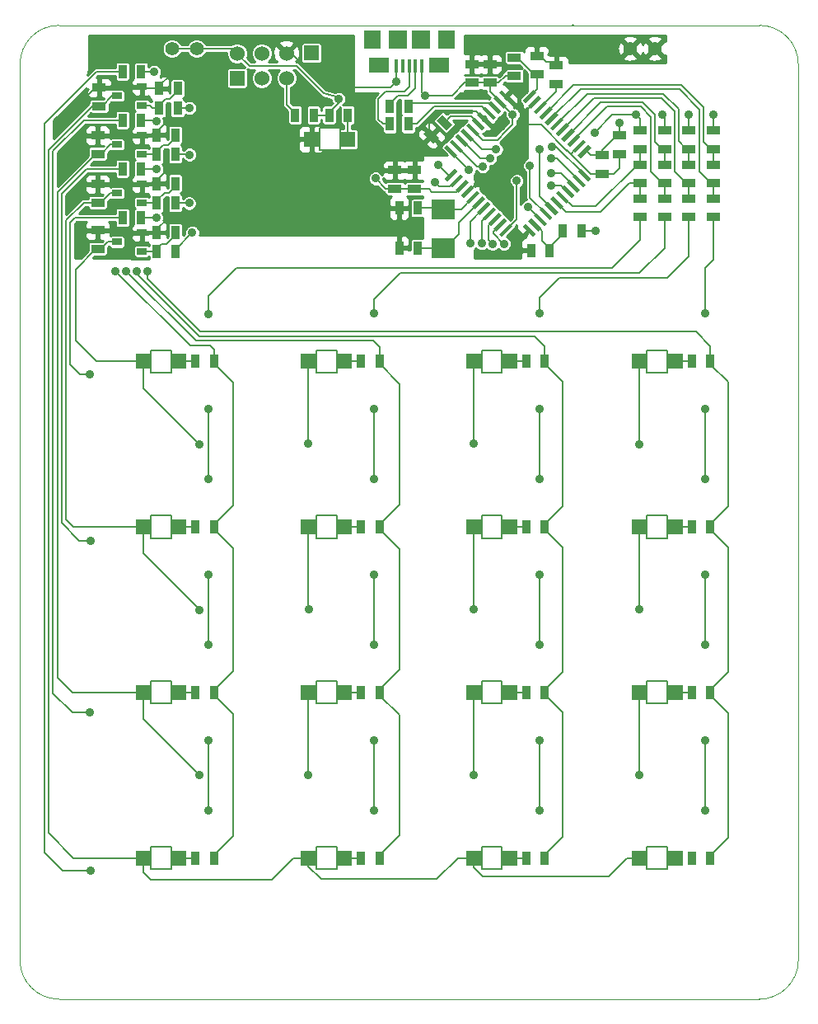
<source format=gtl>
G04 (created by PCBNEW (2013-mar-30)-stable) date Wed 12 Jun 2013 18:28:03 BST*
%MOIN*%
G04 Gerber Fmt 3.4, Leading zero omitted, Abs format*
%FSLAX34Y34*%
G01*
G70*
G90*
G04 APERTURE LIST*
%ADD10C,0*%
%ADD11C,0.00393701*%
%ADD12C,0.00590551*%
%ADD13R,0.0747X0.0747*%
%ADD14R,0.0748X0.0747*%
%ADD15R,0.0707X0.0747*%
%ADD16R,0.0825X0.0629*%
%ADD17R,0.0157X0.053*%
%ADD18R,0.0590551X0.0629921*%
%ADD19R,0.06X0.06*%
%ADD20R,0.0944X0.0787*%
%ADD21C,0.06*%
%ADD22R,0.0394X0.0276*%
%ADD23C,0.055*%
%ADD24R,0.055X0.035*%
%ADD25R,0.035X0.055*%
%ADD26C,0.035*%
%ADD27C,0.008*%
%ADD28C,0.01*%
G04 APERTURE END LIST*
G54D10*
G54D11*
X34468Y-21811D02*
G75*
G03X32893Y-23385I0J-1574D01*
G74*
G01*
X64389Y-23385D02*
G75*
G03X62814Y-21811I-1574J0D01*
G74*
G01*
X32893Y-59606D02*
G75*
G03X34468Y-61181I1574J0D01*
G74*
G01*
X62795Y-61181D02*
G75*
G03X64389Y-59625I19J1574D01*
G74*
G01*
X34468Y-21811D02*
X62815Y-21811D01*
X62815Y-61181D02*
X34468Y-61181D01*
X32894Y-59607D02*
X32894Y-23386D01*
X64390Y-23386D02*
X64390Y-59607D01*
G54D12*
X39015Y-55019D02*
X38188Y-55019D01*
X38188Y-55019D02*
X38188Y-55925D01*
X38188Y-55925D02*
X39015Y-55925D01*
X39015Y-55925D02*
X39015Y-55019D01*
X59094Y-55019D02*
X58267Y-55019D01*
X58267Y-55019D02*
X58267Y-55925D01*
X58267Y-55925D02*
X59094Y-55925D01*
X59094Y-55925D02*
X59094Y-55019D01*
X39015Y-48326D02*
X38188Y-48326D01*
X38188Y-48326D02*
X38188Y-49232D01*
X38188Y-49232D02*
X39015Y-49232D01*
X39015Y-49232D02*
X39015Y-48326D01*
X59094Y-48326D02*
X58267Y-48326D01*
X58267Y-48326D02*
X58267Y-49232D01*
X58267Y-49232D02*
X59094Y-49232D01*
X59094Y-49232D02*
X59094Y-48326D01*
X39015Y-41633D02*
X38188Y-41633D01*
X38188Y-41633D02*
X38188Y-42539D01*
X38188Y-42539D02*
X39015Y-42539D01*
X39015Y-42539D02*
X39015Y-41633D01*
X59094Y-41633D02*
X58267Y-41633D01*
X58267Y-41633D02*
X58267Y-42539D01*
X58267Y-42539D02*
X59094Y-42539D01*
X59094Y-42539D02*
X59094Y-41633D01*
X39015Y-34940D02*
X38188Y-34940D01*
X38188Y-34940D02*
X38188Y-35846D01*
X38188Y-35846D02*
X39015Y-35846D01*
X39015Y-35846D02*
X39015Y-34940D01*
X59094Y-34940D02*
X58267Y-34940D01*
X58267Y-34940D02*
X58267Y-35846D01*
X58267Y-35846D02*
X59094Y-35846D01*
X59094Y-35846D02*
X59094Y-34940D01*
X45836Y-25964D02*
X45009Y-25964D01*
X45009Y-25964D02*
X45009Y-26870D01*
X45009Y-26870D02*
X45836Y-26870D01*
X45836Y-26870D02*
X45836Y-25964D01*
X52401Y-55019D02*
X51574Y-55019D01*
X51574Y-55019D02*
X51574Y-55925D01*
X51574Y-55925D02*
X52401Y-55925D01*
X52401Y-55925D02*
X52401Y-55019D01*
X52401Y-48326D02*
X51574Y-48326D01*
X51574Y-48326D02*
X51574Y-49232D01*
X51574Y-49232D02*
X52401Y-49232D01*
X52401Y-49232D02*
X52401Y-48326D01*
X52401Y-41633D02*
X51574Y-41633D01*
X51574Y-41633D02*
X51574Y-42539D01*
X51574Y-42539D02*
X52401Y-42539D01*
X52401Y-42539D02*
X52401Y-41633D01*
X52401Y-34940D02*
X51574Y-34940D01*
X51574Y-34940D02*
X51574Y-35846D01*
X51574Y-35846D02*
X52401Y-35846D01*
X52401Y-35846D02*
X52401Y-34940D01*
X45708Y-34940D02*
X44881Y-34940D01*
X44881Y-34940D02*
X44881Y-35846D01*
X44881Y-35846D02*
X45708Y-35846D01*
X45708Y-35846D02*
X45708Y-34940D01*
X45708Y-41633D02*
X44881Y-41633D01*
X44881Y-41633D02*
X44881Y-42539D01*
X44881Y-42539D02*
X45708Y-42539D01*
X45708Y-42539D02*
X45708Y-41633D01*
X45708Y-48326D02*
X44881Y-48326D01*
X44881Y-48326D02*
X44881Y-49232D01*
X44881Y-49232D02*
X45708Y-49232D01*
X45708Y-49232D02*
X45708Y-48326D01*
X45708Y-55019D02*
X44881Y-55019D01*
X44881Y-55019D02*
X44881Y-55925D01*
X44881Y-55925D02*
X45708Y-55925D01*
X45708Y-55925D02*
X45708Y-55019D01*
G54D13*
X49113Y-22400D03*
G54D14*
X48169Y-22400D03*
G54D15*
X47145Y-22400D03*
G54D16*
X49861Y-23404D03*
G54D17*
X49152Y-23454D03*
X48896Y-23454D03*
X48641Y-23454D03*
X48386Y-23454D03*
X48130Y-23454D03*
G54D16*
X47421Y-23404D03*
G54D15*
X50137Y-22400D03*
G54D18*
X37874Y-55472D03*
X39330Y-55472D03*
X57952Y-55472D03*
X59409Y-55472D03*
X37874Y-48779D03*
X39330Y-48779D03*
X57952Y-48779D03*
X59409Y-48779D03*
X37874Y-42086D03*
X39330Y-42086D03*
X57952Y-42086D03*
X59409Y-42086D03*
X37874Y-35393D03*
X39330Y-35393D03*
X57952Y-35393D03*
X59409Y-35393D03*
X44694Y-26417D03*
X46151Y-26417D03*
G54D19*
X44685Y-22933D03*
G54D20*
X50003Y-30814D03*
X50003Y-29240D03*
G54D19*
X41677Y-23944D03*
G54D21*
X41677Y-22944D03*
X42677Y-23944D03*
X42677Y-22944D03*
X43677Y-23944D03*
X43677Y-22944D03*
G54D22*
X36822Y-30570D03*
X37822Y-30195D03*
X37822Y-30945D03*
X36822Y-28602D03*
X37822Y-28227D03*
X37822Y-28977D03*
X36822Y-24665D03*
X37822Y-24290D03*
X37822Y-25040D03*
X36822Y-26633D03*
X37822Y-26258D03*
X37822Y-27008D03*
G54D10*
G36*
X54353Y-25954D02*
X54778Y-25530D01*
X54891Y-25643D01*
X54466Y-26067D01*
X54353Y-25954D01*
X54353Y-25954D01*
G37*
G36*
X54131Y-25731D02*
X54555Y-25307D01*
X54668Y-25420D01*
X54244Y-25844D01*
X54131Y-25731D01*
X54131Y-25731D01*
G37*
G36*
X53908Y-25508D02*
X54332Y-25084D01*
X54445Y-25197D01*
X54021Y-25621D01*
X53908Y-25508D01*
X53908Y-25508D01*
G37*
G36*
X53685Y-25286D02*
X54109Y-24861D01*
X54222Y-24974D01*
X53798Y-25399D01*
X53685Y-25286D01*
X53685Y-25286D01*
G37*
G36*
X53462Y-25063D02*
X53887Y-24639D01*
X54000Y-24752D01*
X53575Y-25176D01*
X53462Y-25063D01*
X53462Y-25063D01*
G37*
G36*
X53240Y-24840D02*
X53664Y-24416D01*
X53777Y-24529D01*
X53353Y-24953D01*
X53240Y-24840D01*
X53240Y-24840D01*
G37*
G36*
X54576Y-26177D02*
X55000Y-25752D01*
X55113Y-25865D01*
X54689Y-26290D01*
X54576Y-26177D01*
X54576Y-26177D01*
G37*
G36*
X54799Y-26399D02*
X55223Y-25975D01*
X55336Y-26088D01*
X54912Y-26512D01*
X54799Y-26399D01*
X54799Y-26399D01*
G37*
G36*
X55022Y-26622D02*
X55446Y-26198D01*
X55559Y-26311D01*
X55135Y-26735D01*
X55022Y-26622D01*
X55022Y-26622D01*
G37*
G36*
X55244Y-26845D02*
X55669Y-26421D01*
X55782Y-26534D01*
X55357Y-26958D01*
X55244Y-26845D01*
X55244Y-26845D01*
G37*
G36*
X55467Y-27068D02*
X55891Y-26643D01*
X56004Y-26756D01*
X55580Y-27181D01*
X55467Y-27068D01*
X55467Y-27068D01*
G37*
G36*
X51171Y-29136D02*
X51596Y-28712D01*
X51709Y-28825D01*
X51284Y-29249D01*
X51171Y-29136D01*
X51171Y-29136D01*
G37*
G36*
X50949Y-28913D02*
X51373Y-28489D01*
X51486Y-28602D01*
X51062Y-29026D01*
X50949Y-28913D01*
X50949Y-28913D01*
G37*
G36*
X50726Y-28690D02*
X51150Y-28266D01*
X51263Y-28379D01*
X50839Y-28803D01*
X50726Y-28690D01*
X50726Y-28690D01*
G37*
G36*
X50503Y-28468D02*
X50927Y-28043D01*
X51040Y-28156D01*
X50616Y-28581D01*
X50503Y-28468D01*
X50503Y-28468D01*
G37*
G36*
X50280Y-28245D02*
X50705Y-27821D01*
X50818Y-27934D01*
X50393Y-28358D01*
X50280Y-28245D01*
X50280Y-28245D01*
G37*
G36*
X50058Y-28022D02*
X50482Y-27598D01*
X50595Y-27711D01*
X50171Y-28135D01*
X50058Y-28022D01*
X50058Y-28022D01*
G37*
G36*
X51394Y-29359D02*
X51818Y-28934D01*
X51931Y-29047D01*
X51507Y-29472D01*
X51394Y-29359D01*
X51394Y-29359D01*
G37*
G36*
X51617Y-29581D02*
X52041Y-29157D01*
X52154Y-29270D01*
X51730Y-29694D01*
X51617Y-29581D01*
X51617Y-29581D01*
G37*
G36*
X51840Y-29804D02*
X52264Y-29380D01*
X52377Y-29493D01*
X51953Y-29917D01*
X51840Y-29804D01*
X51840Y-29804D01*
G37*
G36*
X52062Y-30027D02*
X52487Y-29603D01*
X52600Y-29716D01*
X52175Y-30140D01*
X52062Y-30027D01*
X52062Y-30027D01*
G37*
G36*
X52285Y-30250D02*
X52709Y-29825D01*
X52822Y-29938D01*
X52398Y-30363D01*
X52285Y-30250D01*
X52285Y-30250D01*
G37*
G36*
X51171Y-25643D02*
X51284Y-25530D01*
X51709Y-25954D01*
X51596Y-26067D01*
X51171Y-25643D01*
X51171Y-25643D01*
G37*
G36*
X54353Y-28825D02*
X54466Y-28712D01*
X54891Y-29136D01*
X54778Y-29249D01*
X54353Y-28825D01*
X54353Y-28825D01*
G37*
G36*
X50949Y-25865D02*
X51062Y-25752D01*
X51486Y-26177D01*
X51373Y-26290D01*
X50949Y-25865D01*
X50949Y-25865D01*
G37*
G36*
X54131Y-29047D02*
X54244Y-28934D01*
X54668Y-29359D01*
X54555Y-29472D01*
X54131Y-29047D01*
X54131Y-29047D01*
G37*
G36*
X53908Y-29270D02*
X54021Y-29157D01*
X54445Y-29581D01*
X54332Y-29694D01*
X53908Y-29270D01*
X53908Y-29270D01*
G37*
G36*
X50726Y-26088D02*
X50839Y-25975D01*
X51263Y-26399D01*
X51150Y-26512D01*
X50726Y-26088D01*
X50726Y-26088D01*
G37*
G36*
X50503Y-26311D02*
X50616Y-26198D01*
X51040Y-26622D01*
X50927Y-26735D01*
X50503Y-26311D01*
X50503Y-26311D01*
G37*
G36*
X53685Y-29493D02*
X53798Y-29380D01*
X54222Y-29804D01*
X54109Y-29917D01*
X53685Y-29493D01*
X53685Y-29493D01*
G37*
G36*
X53462Y-29716D02*
X53575Y-29603D01*
X54000Y-30027D01*
X53887Y-30140D01*
X53462Y-29716D01*
X53462Y-29716D01*
G37*
G36*
X50280Y-26534D02*
X50393Y-26421D01*
X50818Y-26845D01*
X50705Y-26958D01*
X50280Y-26534D01*
X50280Y-26534D01*
G37*
G36*
X50058Y-26756D02*
X50171Y-26643D01*
X50595Y-27068D01*
X50482Y-27181D01*
X50058Y-26756D01*
X50058Y-26756D01*
G37*
G36*
X53240Y-29938D02*
X53353Y-29825D01*
X53777Y-30250D01*
X53664Y-30363D01*
X53240Y-29938D01*
X53240Y-29938D01*
G37*
G36*
X54576Y-28602D02*
X54689Y-28489D01*
X55113Y-28913D01*
X55000Y-29026D01*
X54576Y-28602D01*
X54576Y-28602D01*
G37*
G36*
X51394Y-25420D02*
X51507Y-25307D01*
X51931Y-25731D01*
X51818Y-25844D01*
X51394Y-25420D01*
X51394Y-25420D01*
G37*
G36*
X51617Y-25197D02*
X51730Y-25084D01*
X52154Y-25508D01*
X52041Y-25621D01*
X51617Y-25197D01*
X51617Y-25197D01*
G37*
G36*
X54799Y-28379D02*
X54912Y-28266D01*
X55336Y-28690D01*
X55223Y-28803D01*
X54799Y-28379D01*
X54799Y-28379D01*
G37*
G36*
X55022Y-28156D02*
X55135Y-28043D01*
X55559Y-28468D01*
X55446Y-28581D01*
X55022Y-28156D01*
X55022Y-28156D01*
G37*
G36*
X51840Y-24974D02*
X51953Y-24861D01*
X52377Y-25286D01*
X52264Y-25399D01*
X51840Y-24974D01*
X51840Y-24974D01*
G37*
G36*
X52062Y-24752D02*
X52175Y-24639D01*
X52600Y-25063D01*
X52487Y-25176D01*
X52062Y-24752D01*
X52062Y-24752D01*
G37*
G36*
X55244Y-27934D02*
X55357Y-27821D01*
X55782Y-28245D01*
X55669Y-28358D01*
X55244Y-27934D01*
X55244Y-27934D01*
G37*
G36*
X55467Y-27711D02*
X55580Y-27598D01*
X56004Y-28022D01*
X55891Y-28135D01*
X55467Y-27711D01*
X55467Y-27711D01*
G37*
G36*
X52285Y-24529D02*
X52398Y-24416D01*
X52822Y-24840D01*
X52709Y-24953D01*
X52285Y-24529D01*
X52285Y-24529D01*
G37*
G54D18*
X51259Y-55472D03*
X52716Y-55472D03*
X51259Y-48779D03*
X52716Y-48779D03*
X51259Y-42086D03*
X52716Y-42086D03*
X51259Y-35393D03*
X52716Y-35393D03*
X44566Y-35393D03*
X46023Y-35393D03*
X44566Y-42086D03*
X46023Y-42086D03*
X44566Y-48779D03*
X46023Y-48779D03*
X44566Y-55472D03*
X46023Y-55472D03*
G54D23*
X57594Y-22748D03*
X58594Y-22748D03*
X40043Y-22759D03*
X39043Y-22759D03*
G54D24*
X48064Y-28413D03*
X48064Y-27663D03*
X51909Y-24134D03*
X51909Y-23384D03*
X53807Y-23042D03*
X53807Y-23792D03*
X60944Y-28817D03*
X60944Y-29567D03*
G54D25*
X37796Y-29586D03*
X37046Y-29586D03*
G54D10*
G36*
X49997Y-25420D02*
X50386Y-25809D01*
X50139Y-26056D01*
X49750Y-25668D01*
X49997Y-25420D01*
X49997Y-25420D01*
G37*
G36*
X49467Y-25950D02*
X49856Y-26339D01*
X49608Y-26587D01*
X49219Y-26198D01*
X49467Y-25950D01*
X49467Y-25950D01*
G37*
G54D24*
X51181Y-24134D03*
X51181Y-23384D03*
G54D25*
X48989Y-30811D03*
X48239Y-30811D03*
X45404Y-25440D03*
X46154Y-25440D03*
G54D24*
X52893Y-23859D03*
X52893Y-23109D03*
X58976Y-28189D03*
X58976Y-27439D03*
X57992Y-28189D03*
X57992Y-27439D03*
G54D25*
X55611Y-30133D03*
X54861Y-30133D03*
G54D24*
X36098Y-25079D03*
X36098Y-24329D03*
X58976Y-28817D03*
X58976Y-29567D03*
X57992Y-26812D03*
X57992Y-26062D03*
X48864Y-28413D03*
X48864Y-27663D03*
X59960Y-26812D03*
X59960Y-26062D03*
X57992Y-28817D03*
X57992Y-29567D03*
X36043Y-30847D03*
X36043Y-30097D03*
G54D25*
X47854Y-25799D03*
X48604Y-25799D03*
X44776Y-25440D03*
X44026Y-25440D03*
G54D24*
X36043Y-28977D03*
X36043Y-28227D03*
X59960Y-28817D03*
X59960Y-29567D03*
X58976Y-26812D03*
X58976Y-26062D03*
X36043Y-27008D03*
X36043Y-26258D03*
G54D25*
X54134Y-42086D03*
X53384Y-42086D03*
X40749Y-35393D03*
X39999Y-35393D03*
X47441Y-42086D03*
X46691Y-42086D03*
X54134Y-35393D03*
X53384Y-35393D03*
X60827Y-42086D03*
X60077Y-42086D03*
X60827Y-35393D03*
X60077Y-35393D03*
X39174Y-30964D03*
X38424Y-30964D03*
X47441Y-35393D03*
X46691Y-35393D03*
X37796Y-27618D03*
X37046Y-27618D03*
G54D24*
X54590Y-23428D03*
X54590Y-24178D03*
G54D25*
X39174Y-28996D03*
X38424Y-28996D03*
X60827Y-55472D03*
X60077Y-55472D03*
X40749Y-48779D03*
X39999Y-48779D03*
X54134Y-55472D03*
X53384Y-55472D03*
X47441Y-48779D03*
X46691Y-48779D03*
X54134Y-48779D03*
X53384Y-48779D03*
X60827Y-48779D03*
X60077Y-48779D03*
X47441Y-55472D03*
X46691Y-55472D03*
X40749Y-42086D03*
X39999Y-42086D03*
X40749Y-55472D03*
X39999Y-55472D03*
X38428Y-30188D03*
X39178Y-30188D03*
X38432Y-28204D03*
X39182Y-28204D03*
X39174Y-27027D03*
X38424Y-27027D03*
X38424Y-26248D03*
X39174Y-26248D03*
X39272Y-25157D03*
X38522Y-25157D03*
X38522Y-24370D03*
X39272Y-24370D03*
X47854Y-25099D03*
X48604Y-25099D03*
X37796Y-23681D03*
X37046Y-23681D03*
X37796Y-25649D03*
X37046Y-25649D03*
G54D24*
X60944Y-28189D03*
X60944Y-27439D03*
X60944Y-26812D03*
X60944Y-26062D03*
X59960Y-28189D03*
X59960Y-27439D03*
G54D25*
X54319Y-30909D03*
X53569Y-30909D03*
X48985Y-29192D03*
X48235Y-29192D03*
G54D24*
X57164Y-26263D03*
X57164Y-27013D03*
X56464Y-27063D03*
X56464Y-27813D03*
G54D26*
X37096Y-27017D03*
X36889Y-31023D03*
X46870Y-25196D03*
X47431Y-26525D03*
X52834Y-25413D03*
X47275Y-28003D03*
X49271Y-24645D03*
X56196Y-30125D03*
X45787Y-24783D03*
X57164Y-25738D03*
X51062Y-27657D03*
X51625Y-27519D03*
X49685Y-28169D03*
X51917Y-27196D03*
X36742Y-25088D03*
X37155Y-28966D03*
X37086Y-22834D03*
X56161Y-22706D03*
X51259Y-24645D03*
X54763Y-22688D03*
X52669Y-29232D03*
X53011Y-30539D03*
X51909Y-22775D03*
X48130Y-24071D03*
X44862Y-27657D03*
X45905Y-23503D03*
X53035Y-24413D03*
X39850Y-24677D03*
X40405Y-29905D03*
X39791Y-28437D03*
X39838Y-26342D03*
X35377Y-30196D03*
X43011Y-26417D03*
X35019Y-28822D03*
X35165Y-26724D03*
X35137Y-25145D03*
X52240Y-25834D03*
X53259Y-25834D03*
X52476Y-30653D03*
X38062Y-31744D03*
X52007Y-30649D03*
X37629Y-31744D03*
X51574Y-30629D03*
X37196Y-31744D03*
X51122Y-30629D03*
X36763Y-31744D03*
X53452Y-29153D03*
X39866Y-30192D03*
X40137Y-38744D03*
X57964Y-38740D03*
X44566Y-38736D03*
X51255Y-38732D03*
X39740Y-29003D03*
X52996Y-28098D03*
X57952Y-45437D03*
X51259Y-45437D03*
X44570Y-45437D03*
X40141Y-45440D03*
X53527Y-27484D03*
X39751Y-27039D03*
X57956Y-52133D03*
X51267Y-52133D03*
X44566Y-52133D03*
X40141Y-52114D03*
X39751Y-25149D03*
X53913Y-26818D03*
X38322Y-23685D03*
X54409Y-26728D03*
X54389Y-27185D03*
X38417Y-25700D03*
X38425Y-27606D03*
X54401Y-27783D03*
X54374Y-28271D03*
X38409Y-29594D03*
X52165Y-26830D03*
X56145Y-26141D03*
X49834Y-27468D03*
X57826Y-25437D03*
X58885Y-25433D03*
X59956Y-25437D03*
X60944Y-25437D03*
X35732Y-35913D03*
X35759Y-42645D03*
X35724Y-49590D03*
X35748Y-55988D03*
X60610Y-53543D03*
X60610Y-50708D03*
X60610Y-46850D03*
X60610Y-44011D03*
X60610Y-40157D03*
X60610Y-37318D03*
X60610Y-33460D03*
X53917Y-53543D03*
X53917Y-50708D03*
X53917Y-46850D03*
X53917Y-44015D03*
X53917Y-40157D03*
X53917Y-37322D03*
X53917Y-33464D03*
X47224Y-53543D03*
X47224Y-50708D03*
X47224Y-46850D03*
X47224Y-44015D03*
X47224Y-40157D03*
X47224Y-37322D03*
X47224Y-33468D03*
X40531Y-37322D03*
X40531Y-53543D03*
X40531Y-50708D03*
X40531Y-46850D03*
X40531Y-44015D03*
X40531Y-40157D03*
X40531Y-33476D03*
G54D27*
X46870Y-25964D02*
X46870Y-25196D01*
X47431Y-26525D02*
X46870Y-25964D01*
X40043Y-22759D02*
X40047Y-22755D01*
X41488Y-22755D02*
X41677Y-22944D01*
X40047Y-22755D02*
X41488Y-22755D01*
X41664Y-22938D02*
X41485Y-22759D01*
X41485Y-22759D02*
X39043Y-22759D01*
X52564Y-26077D02*
X52834Y-25807D01*
X52564Y-26077D02*
X52203Y-26438D01*
X52203Y-26438D02*
X51634Y-26438D01*
X51217Y-26021D02*
X51634Y-26438D01*
X52834Y-25807D02*
X52834Y-25413D01*
X52564Y-25138D02*
X52564Y-25143D01*
X52333Y-24907D02*
X52564Y-25138D01*
X52331Y-24907D02*
X52333Y-24907D01*
X52564Y-25143D02*
X52834Y-25413D01*
X51181Y-24134D02*
X50884Y-24134D01*
X50374Y-24645D02*
X49271Y-24645D01*
X50884Y-24134D02*
X50374Y-24645D01*
X51909Y-24134D02*
X51909Y-24488D01*
X52322Y-24901D02*
X52331Y-24907D01*
X51909Y-24488D02*
X52322Y-24901D01*
X51909Y-24134D02*
X51142Y-24134D01*
X51141Y-24133D02*
X51181Y-24134D01*
X51142Y-24134D02*
X51141Y-24133D01*
X51909Y-24134D02*
X52262Y-24134D01*
X52874Y-23858D02*
X52893Y-23859D01*
X52539Y-23858D02*
X52874Y-23858D01*
X52262Y-24134D02*
X52539Y-23858D01*
X47685Y-28413D02*
X47275Y-28003D01*
X47685Y-28413D02*
X48064Y-28413D01*
X49271Y-24645D02*
X49152Y-24526D01*
X49152Y-23923D02*
X49152Y-23454D01*
X49152Y-24526D02*
X49152Y-23923D01*
X56196Y-30125D02*
X55610Y-30125D01*
X55610Y-30125D02*
X55611Y-30133D01*
X52145Y-24771D02*
X52331Y-24907D01*
X45404Y-25440D02*
X44776Y-25440D01*
X45787Y-24783D02*
X45783Y-24956D01*
X45404Y-25335D02*
X45404Y-25440D01*
X45783Y-24956D02*
X45404Y-25335D01*
X45196Y-24566D02*
X44074Y-23444D01*
X44074Y-23444D02*
X42170Y-23444D01*
X42170Y-23444D02*
X41664Y-22938D01*
X45696Y-24692D02*
X45196Y-24566D01*
X45787Y-24783D02*
X45696Y-24692D01*
X57164Y-26263D02*
X57164Y-25738D01*
X56464Y-27063D02*
X56464Y-26838D01*
X57039Y-26263D02*
X57164Y-26263D01*
X56464Y-26838D02*
X57039Y-26263D01*
X55736Y-26912D02*
X55838Y-26912D01*
X55989Y-27063D02*
X56464Y-27063D01*
X55838Y-26912D02*
X55989Y-27063D01*
X52331Y-24907D02*
X52331Y-24905D01*
X48864Y-28413D02*
X48064Y-28413D01*
X50772Y-28312D02*
X50772Y-28330D01*
X49439Y-28413D02*
X48864Y-28413D01*
X49564Y-28538D02*
X49439Y-28413D01*
X50564Y-28538D02*
X49564Y-28538D01*
X50772Y-28330D02*
X50564Y-28538D01*
X50326Y-26921D02*
X51062Y-27657D01*
X50326Y-26912D02*
X50326Y-26921D01*
X50549Y-26689D02*
X50555Y-26689D01*
X51385Y-27519D02*
X51625Y-27519D01*
X50555Y-26689D02*
X51385Y-27519D01*
X43664Y-23938D02*
X43685Y-23959D01*
X44026Y-25349D02*
X44026Y-25440D01*
X43685Y-25007D02*
X44026Y-25349D01*
X43685Y-24992D02*
X43685Y-25007D01*
X43685Y-23959D02*
X43685Y-24992D01*
X50549Y-28089D02*
X50512Y-28089D01*
X49842Y-28326D02*
X49685Y-28169D01*
X50275Y-28326D02*
X49842Y-28326D01*
X50512Y-28089D02*
X50275Y-28326D01*
X50781Y-26466D02*
X50772Y-26466D01*
X51511Y-27196D02*
X51917Y-27196D01*
X50781Y-26466D02*
X51511Y-27196D01*
X50772Y-26466D02*
X50772Y-26488D01*
X60944Y-28189D02*
X60944Y-28817D01*
X54399Y-25576D02*
X54399Y-25568D01*
X60839Y-28189D02*
X60944Y-28189D01*
X60385Y-27736D02*
X60839Y-28189D01*
X60385Y-25204D02*
X60385Y-27736D01*
X59577Y-24396D02*
X60385Y-25204D01*
X55572Y-24396D02*
X59577Y-24396D01*
X54399Y-25568D02*
X55572Y-24396D01*
X60944Y-26812D02*
X60944Y-27439D01*
X60944Y-26812D02*
X60843Y-26812D01*
X55298Y-24232D02*
X54177Y-25353D01*
X59641Y-24232D02*
X55298Y-24232D01*
X60547Y-25137D02*
X59641Y-24232D01*
X60547Y-26515D02*
X60547Y-25137D01*
X60843Y-26812D02*
X60547Y-26515D01*
X59960Y-28189D02*
X59960Y-28817D01*
X54845Y-26021D02*
X54845Y-26016D01*
X59859Y-28189D02*
X59960Y-28189D01*
X59374Y-27704D02*
X59859Y-28189D01*
X59374Y-25279D02*
X59374Y-27704D01*
X58854Y-24759D02*
X59374Y-25279D01*
X56102Y-24759D02*
X58854Y-24759D01*
X54845Y-26016D02*
X56102Y-24759D01*
X59960Y-26812D02*
X59960Y-27439D01*
X54622Y-25798D02*
X54622Y-25795D01*
X59859Y-26812D02*
X59960Y-26812D01*
X59535Y-26488D02*
X59859Y-26812D01*
X59535Y-25188D02*
X59535Y-26488D01*
X58922Y-24575D02*
X59535Y-25188D01*
X55842Y-24575D02*
X58922Y-24575D01*
X54622Y-25795D02*
X55842Y-24575D01*
X58976Y-28189D02*
X58976Y-28817D01*
X55290Y-26466D02*
X55297Y-26466D01*
X58878Y-28189D02*
X58976Y-28189D01*
X58413Y-27724D02*
X58878Y-28189D01*
X58413Y-25505D02*
X58413Y-27724D01*
X58007Y-25099D02*
X58413Y-25505D01*
X56665Y-25099D02*
X58007Y-25099D01*
X55297Y-26466D02*
X56665Y-25099D01*
X58976Y-26812D02*
X58976Y-27439D01*
X55067Y-26244D02*
X55074Y-26244D01*
X58875Y-26812D02*
X58976Y-26812D01*
X58578Y-26515D02*
X58875Y-26812D01*
X58578Y-25425D02*
X58578Y-26515D01*
X58085Y-24931D02*
X58578Y-25425D01*
X56387Y-24931D02*
X58085Y-24931D01*
X55074Y-26244D02*
X56387Y-24931D01*
X57992Y-28189D02*
X57992Y-28817D01*
X54622Y-28980D02*
X54992Y-29350D01*
X57555Y-28189D02*
X57992Y-28189D01*
X56394Y-29350D02*
X57555Y-28189D01*
X54992Y-29350D02*
X56394Y-29350D01*
X54622Y-28980D02*
X54634Y-28980D01*
X57886Y-28817D02*
X57992Y-28817D01*
X57992Y-26812D02*
X57992Y-27439D01*
X54845Y-28758D02*
X54856Y-28758D01*
X57878Y-27439D02*
X57992Y-27439D01*
X56181Y-29137D02*
X57878Y-27439D01*
X55236Y-29137D02*
X56181Y-29137D01*
X54856Y-28758D02*
X55236Y-29137D01*
X37312Y-24290D02*
X37312Y-24832D01*
X37057Y-25088D02*
X36742Y-25088D01*
X37312Y-24832D02*
X37057Y-25088D01*
X37372Y-28227D02*
X37372Y-28750D01*
X37372Y-28750D02*
X37155Y-28966D01*
X43677Y-22944D02*
X43673Y-22944D01*
X37637Y-22283D02*
X37086Y-22834D01*
X43011Y-22283D02*
X37637Y-22283D01*
X43673Y-22944D02*
X43011Y-22283D01*
X56143Y-22688D02*
X54763Y-22688D01*
X56161Y-22706D02*
X56143Y-22688D01*
X57594Y-22748D02*
X57921Y-23074D01*
X58267Y-23074D02*
X58594Y-22748D01*
X57921Y-23074D02*
X58267Y-23074D01*
X52669Y-29232D02*
X52669Y-28106D01*
X52669Y-28106D02*
X52238Y-27675D01*
X54744Y-22708D02*
X54744Y-22901D01*
X54696Y-22901D02*
X54744Y-22901D01*
X54590Y-23007D02*
X54696Y-22901D01*
X54590Y-23428D02*
X54590Y-23007D01*
X54744Y-22708D02*
X54763Y-22688D01*
X51909Y-22775D02*
X51909Y-23384D01*
X48130Y-23454D02*
X48130Y-24071D01*
X51909Y-23384D02*
X51239Y-23384D01*
X51239Y-23384D02*
X51220Y-23366D01*
X51220Y-23366D02*
X51181Y-23384D01*
X44868Y-27663D02*
X44862Y-27657D01*
X45905Y-23578D02*
X46314Y-23988D01*
X45905Y-23503D02*
X45905Y-23578D01*
X47887Y-24314D02*
X46314Y-24314D01*
X48130Y-24071D02*
X47887Y-24314D01*
X39929Y-23811D02*
X39929Y-24598D01*
X39929Y-24598D02*
X39850Y-24677D01*
X40104Y-29297D02*
X40104Y-29604D01*
X40104Y-29604D02*
X40405Y-29905D01*
X39763Y-27637D02*
X39763Y-28409D01*
X39763Y-28409D02*
X39791Y-28437D01*
X39838Y-26342D02*
X39838Y-26055D01*
X38834Y-25720D02*
X38424Y-26130D01*
X38424Y-26130D02*
X38424Y-26248D01*
X39503Y-25720D02*
X38834Y-25720D01*
X39838Y-26055D02*
X39503Y-25720D01*
X41279Y-25720D02*
X40460Y-25720D01*
X40460Y-25720D02*
X39838Y-26342D01*
X36043Y-30097D02*
X35477Y-30097D01*
X35477Y-30097D02*
X35377Y-30196D01*
X36043Y-28227D02*
X35615Y-28227D01*
X35615Y-28227D02*
X35019Y-28822D01*
X36043Y-26258D02*
X35630Y-26258D01*
X35630Y-26258D02*
X35165Y-26724D01*
X36098Y-24329D02*
X35953Y-24329D01*
X35953Y-24329D02*
X35137Y-25145D01*
X40748Y-27992D02*
X40748Y-28653D01*
X38428Y-30060D02*
X38428Y-30188D01*
X38877Y-29610D02*
X38428Y-30060D01*
X39791Y-29610D02*
X38877Y-29610D01*
X40748Y-28653D02*
X40104Y-29297D01*
X40104Y-29297D02*
X39791Y-29610D01*
X37822Y-30195D02*
X36141Y-30195D01*
X36141Y-30195D02*
X36043Y-30097D01*
X37822Y-26258D02*
X36043Y-26258D01*
X38424Y-26248D02*
X37833Y-26248D01*
X37833Y-26248D02*
X37822Y-26258D01*
X37822Y-28227D02*
X37372Y-28227D01*
X37372Y-28227D02*
X36043Y-28227D01*
X38432Y-28204D02*
X37845Y-28204D01*
X37845Y-28204D02*
X37822Y-28227D01*
X41279Y-26968D02*
X40716Y-26968D01*
X38432Y-28099D02*
X38432Y-28204D01*
X38893Y-27637D02*
X38432Y-28099D01*
X40047Y-27637D02*
X39763Y-27637D01*
X39763Y-27637D02*
X38893Y-27637D01*
X40716Y-26968D02*
X40047Y-27637D01*
X41279Y-26102D02*
X41279Y-25720D01*
X41279Y-25720D02*
X41279Y-25161D01*
X41279Y-26377D02*
X41279Y-26102D01*
X38522Y-24264D02*
X38522Y-24370D01*
X38976Y-23811D02*
X38522Y-24264D01*
X39929Y-23811D02*
X38976Y-23811D01*
X41279Y-25161D02*
X39929Y-23811D01*
X37822Y-24290D02*
X37312Y-24290D01*
X37312Y-24290D02*
X36137Y-24290D01*
X36137Y-24290D02*
X36098Y-24329D01*
X38522Y-24370D02*
X37902Y-24370D01*
X37902Y-24370D02*
X37822Y-24290D01*
X55185Y-27019D02*
X55185Y-27007D01*
X55368Y-26834D02*
X55513Y-26689D01*
X55358Y-26834D02*
X55368Y-26834D01*
X55185Y-27007D02*
X55358Y-26834D01*
X55000Y-26854D02*
X55019Y-26854D01*
X55978Y-27813D02*
X55330Y-27165D01*
X55978Y-27813D02*
X56464Y-27813D01*
X55019Y-26854D02*
X55185Y-27019D01*
X55185Y-27019D02*
X55330Y-27165D01*
X55513Y-26689D02*
X55495Y-26689D01*
X53980Y-25834D02*
X53259Y-25834D01*
X55023Y-26877D02*
X55000Y-26854D01*
X55000Y-26854D02*
X53980Y-25834D01*
X51663Y-25576D02*
X51921Y-25834D01*
X51921Y-25834D02*
X52240Y-25834D01*
X53224Y-25834D02*
X53220Y-25830D01*
X53259Y-25834D02*
X53224Y-25834D01*
X53011Y-30539D02*
X53052Y-30539D01*
X53052Y-30539D02*
X53508Y-30094D01*
X37822Y-30195D02*
X38430Y-30195D01*
X38430Y-30195D02*
X38433Y-30192D01*
X38433Y-30192D02*
X38428Y-30188D01*
X50995Y-28535D02*
X51004Y-28535D01*
X51606Y-28307D02*
X52238Y-27675D01*
X51232Y-28307D02*
X51606Y-28307D01*
X51004Y-28535D02*
X51232Y-28307D01*
X53220Y-26692D02*
X53220Y-25830D01*
X52238Y-27675D02*
X53220Y-26692D01*
X53220Y-25830D02*
X53220Y-25236D01*
X52960Y-30909D02*
X53569Y-30909D01*
X53011Y-30539D02*
X52960Y-30909D01*
X54590Y-23428D02*
X54467Y-23428D01*
X53924Y-23042D02*
X53807Y-23042D01*
X54173Y-23291D02*
X53924Y-23042D01*
X54330Y-23291D02*
X54173Y-23291D01*
X54467Y-23428D02*
X54330Y-23291D01*
X51663Y-25576D02*
X51646Y-25576D01*
X49437Y-26168D02*
X49537Y-26269D01*
X49437Y-25696D02*
X49437Y-26168D01*
X49846Y-25287D02*
X49437Y-25696D01*
X51358Y-25287D02*
X49846Y-25287D01*
X51646Y-25576D02*
X51358Y-25287D01*
X53035Y-24413D02*
X53035Y-25051D01*
X53035Y-25051D02*
X53220Y-25236D01*
X53403Y-25236D02*
X53731Y-24907D01*
X53220Y-25236D02*
X53403Y-25236D01*
X46314Y-24314D02*
X46314Y-23988D01*
X52739Y-24500D02*
X52554Y-24685D01*
X53035Y-24413D02*
X52948Y-24500D01*
X52948Y-24500D02*
X52739Y-24500D01*
X46314Y-23988D02*
X46318Y-23984D01*
X49537Y-26269D02*
X49514Y-26269D01*
X48864Y-26918D02*
X48864Y-27663D01*
X49514Y-26269D02*
X48864Y-26918D01*
X48064Y-27663D02*
X44868Y-27663D01*
X44694Y-27489D02*
X44694Y-26417D01*
X44868Y-27663D02*
X44694Y-27489D01*
X53661Y-30247D02*
X53508Y-30094D01*
X55330Y-26872D02*
X55513Y-26689D01*
X46047Y-24314D02*
X45251Y-24314D01*
X46314Y-24314D02*
X46047Y-24314D01*
X45251Y-24314D02*
X43875Y-22938D01*
X43875Y-22938D02*
X43664Y-22938D01*
X43875Y-22938D02*
X43664Y-22938D01*
X41279Y-26377D02*
X41279Y-26968D01*
X41279Y-26968D02*
X41279Y-27460D01*
X41279Y-27460D02*
X40748Y-27992D01*
X40748Y-27992D02*
X40531Y-28208D01*
X41279Y-26417D02*
X41279Y-26377D01*
X44694Y-26417D02*
X43011Y-26417D01*
X43011Y-26417D02*
X41279Y-26417D01*
X56464Y-27813D02*
X56930Y-27813D01*
X56930Y-27813D02*
X57164Y-27579D01*
X57164Y-27579D02*
X57164Y-27013D01*
X53731Y-24907D02*
X53731Y-24870D01*
X52047Y-30236D02*
X52464Y-30653D01*
X52047Y-30155D02*
X52047Y-30236D01*
X52331Y-29871D02*
X52047Y-30155D01*
X52464Y-30653D02*
X52476Y-30653D01*
X60827Y-42086D02*
X60827Y-42197D01*
X60811Y-55464D02*
X60827Y-55472D01*
X60811Y-55389D02*
X60811Y-55464D01*
X61555Y-54645D02*
X60811Y-55389D01*
X61555Y-49606D02*
X61555Y-54645D01*
X60822Y-48874D02*
X61555Y-49606D01*
X60822Y-48677D02*
X60822Y-48874D01*
X61559Y-47940D02*
X60822Y-48677D01*
X61559Y-42929D02*
X61559Y-47940D01*
X60827Y-42197D02*
X61559Y-42929D01*
X60827Y-35393D02*
X60827Y-35504D01*
X60826Y-42102D02*
X60827Y-42086D01*
X60826Y-41980D02*
X60826Y-42102D01*
X61555Y-41251D02*
X60826Y-41980D01*
X61555Y-36232D02*
X61555Y-41251D01*
X60827Y-35504D02*
X61555Y-36232D01*
X60827Y-34772D02*
X60827Y-35393D01*
X60248Y-34192D02*
X60827Y-34772D01*
X40188Y-34192D02*
X60248Y-34192D01*
X38062Y-32066D02*
X40188Y-34192D01*
X38062Y-31744D02*
X38062Y-32066D01*
X52331Y-29871D02*
X52329Y-29871D01*
X52102Y-29648D02*
X51850Y-29901D01*
X51850Y-29901D02*
X51850Y-30492D01*
X51850Y-30492D02*
X52007Y-30649D01*
X52108Y-29648D02*
X52102Y-29648D01*
X54134Y-42086D02*
X54134Y-42189D01*
X54133Y-55480D02*
X54134Y-55472D01*
X54133Y-55370D02*
X54133Y-55480D01*
X54866Y-54637D02*
X54133Y-55370D01*
X54866Y-49602D02*
X54866Y-54637D01*
X54122Y-48858D02*
X54866Y-49602D01*
X54122Y-48692D02*
X54122Y-48858D01*
X54866Y-47948D02*
X54122Y-48692D01*
X54866Y-42921D02*
X54866Y-47948D01*
X54134Y-42189D02*
X54866Y-42921D01*
X54134Y-35393D02*
X54134Y-35497D01*
X54118Y-42003D02*
X54118Y-42169D01*
X54866Y-41255D02*
X54118Y-42003D01*
X54866Y-36228D02*
X54866Y-41255D01*
X54134Y-35497D02*
X54866Y-36228D01*
X37629Y-31744D02*
X37629Y-31862D01*
X37629Y-31862D02*
X37631Y-31862D01*
X37631Y-31862D02*
X40155Y-34385D01*
X40155Y-34385D02*
X53732Y-34385D01*
X53732Y-34385D02*
X54134Y-34788D01*
X54134Y-34788D02*
X54134Y-35393D01*
X52108Y-29648D02*
X52106Y-29648D01*
X51885Y-29426D02*
X51853Y-29426D01*
X51574Y-29704D02*
X51574Y-30629D01*
X51853Y-29426D02*
X51574Y-29704D01*
X47441Y-35393D02*
X47441Y-35500D01*
X47452Y-55448D02*
X47441Y-55472D01*
X47452Y-55358D02*
X47452Y-55448D01*
X48248Y-54562D02*
X47452Y-55358D01*
X48248Y-49688D02*
X48248Y-54562D01*
X47464Y-48905D02*
X48248Y-49688D01*
X47464Y-48657D02*
X47464Y-48905D01*
X48255Y-47866D02*
X47464Y-48657D01*
X48255Y-43003D02*
X48255Y-47866D01*
X47452Y-42200D02*
X48255Y-43003D01*
X47452Y-41980D02*
X47452Y-42200D01*
X48255Y-41177D02*
X47452Y-41980D01*
X48255Y-36314D02*
X48255Y-41177D01*
X47441Y-35500D02*
X48255Y-36314D01*
X37196Y-31744D02*
X40019Y-34566D01*
X40019Y-34566D02*
X47192Y-34566D01*
X47192Y-34566D02*
X47441Y-34815D01*
X47441Y-34815D02*
X47441Y-35393D01*
X51885Y-29426D02*
X51885Y-29428D01*
X51122Y-29744D02*
X51122Y-30629D01*
X51663Y-29203D02*
X51122Y-29744D01*
X36763Y-31744D02*
X39779Y-34759D01*
X39779Y-34759D02*
X40586Y-34759D01*
X40586Y-34759D02*
X40749Y-34922D01*
X40749Y-34922D02*
X40749Y-35393D01*
X40749Y-35393D02*
X40749Y-35493D01*
X40749Y-35493D02*
X41507Y-36251D01*
X41507Y-36251D02*
X41507Y-41228D01*
X41507Y-41228D02*
X40751Y-41984D01*
X40751Y-41984D02*
X40751Y-42192D01*
X40751Y-42192D02*
X41515Y-42956D01*
X41515Y-42956D02*
X41515Y-47909D01*
X41515Y-47909D02*
X40751Y-48673D01*
X40751Y-48673D02*
X40751Y-48881D01*
X40751Y-48881D02*
X41523Y-49653D01*
X41523Y-49653D02*
X41523Y-54598D01*
X41523Y-54598D02*
X40759Y-55362D01*
X40759Y-55362D02*
X40759Y-55468D01*
X40759Y-55468D02*
X40749Y-55472D01*
X51663Y-29203D02*
X51654Y-29203D01*
X53458Y-29153D02*
X53452Y-29153D01*
X53458Y-29153D02*
X53954Y-29648D01*
X39174Y-30884D02*
X39174Y-30964D01*
X39866Y-30192D02*
X39174Y-30884D01*
X37874Y-35393D02*
X37874Y-36480D01*
X37874Y-36480D02*
X40137Y-38744D01*
X57952Y-38728D02*
X57952Y-35393D01*
X57964Y-38740D02*
X57952Y-38728D01*
X44566Y-38736D02*
X44566Y-35393D01*
X51259Y-38728D02*
X51259Y-35393D01*
X51255Y-38732D02*
X51259Y-38728D01*
X36822Y-30570D02*
X36437Y-30570D01*
X36160Y-30847D02*
X36043Y-30847D01*
X36437Y-30570D02*
X36160Y-30847D01*
X36043Y-30847D02*
X35963Y-30847D01*
X35972Y-35393D02*
X37874Y-35393D01*
X35137Y-34559D02*
X35972Y-35393D01*
X35137Y-31673D02*
X35137Y-34559D01*
X35963Y-30847D02*
X35137Y-31673D01*
X36043Y-30847D02*
X35825Y-30847D01*
X39740Y-29003D02*
X39732Y-28996D01*
X39174Y-28996D02*
X39732Y-28996D01*
X52555Y-30094D02*
X52554Y-30094D01*
X52996Y-29653D02*
X52996Y-28098D01*
X52555Y-30094D02*
X52996Y-29653D01*
X57952Y-45437D02*
X57952Y-42086D01*
X51259Y-45437D02*
X51259Y-42086D01*
X37874Y-42086D02*
X37874Y-43157D01*
X44566Y-45433D02*
X44566Y-42086D01*
X44570Y-45437D02*
X44566Y-45433D01*
X40141Y-45425D02*
X40141Y-45440D01*
X37874Y-43157D02*
X40141Y-45425D01*
X36822Y-28602D02*
X36535Y-28602D01*
X36160Y-28977D02*
X36043Y-28977D01*
X36535Y-28602D02*
X36160Y-28977D01*
X36043Y-28977D02*
X35475Y-28977D01*
X35047Y-42086D02*
X37874Y-42086D01*
X34763Y-41803D02*
X35047Y-42086D01*
X34763Y-29688D02*
X34763Y-41803D01*
X35475Y-28977D02*
X34763Y-29688D01*
X54177Y-29426D02*
X54177Y-29425D01*
X53527Y-28775D02*
X53527Y-27484D01*
X54177Y-29425D02*
X53527Y-28775D01*
X39740Y-27027D02*
X39174Y-27027D01*
X39751Y-27039D02*
X39740Y-27027D01*
X57952Y-52129D02*
X57952Y-48779D01*
X57956Y-52133D02*
X57952Y-52129D01*
X51259Y-52125D02*
X51259Y-48779D01*
X51267Y-52133D02*
X51259Y-52125D01*
X37874Y-48779D02*
X37874Y-49846D01*
X44566Y-52133D02*
X44566Y-48779D01*
X37874Y-49846D02*
X40141Y-52114D01*
X36822Y-26633D02*
X36562Y-26633D01*
X36187Y-27008D02*
X36043Y-27008D01*
X36562Y-26633D02*
X36187Y-27008D01*
X34413Y-28549D02*
X34413Y-48188D01*
X36043Y-27008D02*
X35953Y-27008D01*
X35003Y-48779D02*
X37874Y-48779D01*
X34413Y-48188D02*
X35003Y-48779D01*
X35953Y-27008D02*
X34413Y-28549D01*
X39744Y-25157D02*
X39272Y-25157D01*
X39751Y-25149D02*
X39744Y-25157D01*
X53913Y-28717D02*
X53913Y-26818D01*
X54399Y-29203D02*
X53913Y-28717D01*
X51259Y-55472D02*
X51259Y-55854D01*
X57440Y-55472D02*
X57952Y-55472D01*
X56708Y-56204D02*
X57440Y-55472D01*
X51610Y-56204D02*
X56708Y-56204D01*
X51259Y-55854D02*
X51610Y-56204D01*
X44566Y-55472D02*
X44566Y-55811D01*
X50614Y-55472D02*
X51259Y-55472D01*
X49759Y-56326D02*
X50614Y-55472D01*
X45082Y-56326D02*
X49759Y-56326D01*
X44566Y-55811D02*
X45082Y-56326D01*
X37874Y-55472D02*
X37874Y-56059D01*
X43956Y-55472D02*
X44566Y-55472D01*
X43074Y-56354D02*
X43956Y-55472D01*
X38169Y-56354D02*
X43074Y-56354D01*
X37874Y-56059D02*
X38169Y-56354D01*
X36822Y-24665D02*
X36622Y-24665D01*
X36207Y-25079D02*
X36098Y-25079D01*
X36622Y-24665D02*
X36207Y-25079D01*
X36043Y-25040D02*
X35841Y-25040D01*
X35055Y-55472D02*
X37874Y-55472D01*
X34043Y-54460D02*
X35055Y-55472D01*
X34043Y-26838D02*
X34043Y-54460D01*
X35841Y-25040D02*
X34043Y-26838D01*
X51440Y-25798D02*
X51440Y-25790D01*
X50314Y-25492D02*
X50068Y-25738D01*
X51141Y-25492D02*
X50314Y-25492D01*
X51440Y-25790D02*
X51141Y-25492D01*
X51440Y-25798D02*
X51409Y-25798D01*
X48989Y-30811D02*
X50000Y-30811D01*
X50000Y-30811D02*
X50003Y-30814D01*
X50003Y-30814D02*
X50090Y-30814D01*
X50641Y-29779D02*
X51440Y-28980D01*
X50641Y-30263D02*
X50641Y-29779D01*
X50090Y-30814D02*
X50641Y-30263D01*
X48641Y-23454D02*
X48641Y-23923D01*
X47590Y-25799D02*
X47401Y-25610D01*
X47401Y-25610D02*
X47401Y-24783D01*
X47401Y-24783D02*
X47696Y-24488D01*
X47696Y-24488D02*
X48444Y-24488D01*
X48444Y-24488D02*
X48641Y-24291D01*
X48641Y-24291D02*
X48641Y-23923D01*
X47590Y-25799D02*
X47854Y-25799D01*
X48896Y-23454D02*
X48896Y-23923D01*
X47854Y-25000D02*
X48188Y-24665D01*
X48188Y-24665D02*
X48582Y-24665D01*
X48582Y-24665D02*
X48896Y-24351D01*
X48896Y-24351D02*
X48896Y-23923D01*
X47854Y-25000D02*
X47854Y-25099D01*
X52108Y-25130D02*
X52040Y-25130D01*
X48762Y-24940D02*
X48604Y-25099D01*
X51850Y-24940D02*
X48762Y-24940D01*
X52040Y-25130D02*
X51850Y-24940D01*
X51885Y-25353D02*
X51829Y-25353D01*
X48944Y-25799D02*
X48604Y-25799D01*
X49643Y-25100D02*
X48944Y-25799D01*
X51577Y-25100D02*
X49643Y-25100D01*
X51829Y-25353D02*
X51577Y-25100D01*
X51885Y-25353D02*
X51827Y-25353D01*
X53807Y-23792D02*
X53693Y-23792D01*
X52893Y-23129D02*
X52893Y-23109D01*
X53031Y-23129D02*
X52893Y-23129D01*
X53693Y-23792D02*
X53031Y-23129D01*
X53508Y-24685D02*
X53511Y-24685D01*
X53511Y-24685D02*
X53807Y-24389D01*
X53807Y-24389D02*
X53807Y-23792D01*
X53511Y-24685D02*
X53692Y-24503D01*
X55736Y-27867D02*
X54597Y-26728D01*
X38322Y-23685D02*
X38318Y-23681D01*
X38318Y-23681D02*
X37796Y-23681D01*
X54597Y-26728D02*
X54409Y-26728D01*
X55736Y-27867D02*
X55733Y-27867D01*
X55513Y-28089D02*
X54608Y-27185D01*
X54608Y-27185D02*
X54389Y-27185D01*
X38366Y-25649D02*
X37796Y-25649D01*
X38417Y-25700D02*
X38366Y-25649D01*
X38413Y-27618D02*
X37796Y-27618D01*
X38425Y-27606D02*
X38413Y-27618D01*
X55290Y-28312D02*
X55290Y-28298D01*
X54775Y-27783D02*
X54401Y-27783D01*
X55290Y-28298D02*
X54775Y-27783D01*
X55054Y-28535D02*
X54791Y-28271D01*
X54791Y-28271D02*
X54374Y-28271D01*
X55067Y-28535D02*
X55054Y-28535D01*
X38401Y-29586D02*
X37796Y-29586D01*
X38409Y-29594D02*
X38401Y-29586D01*
X51011Y-26244D02*
X50995Y-26244D01*
X51598Y-26830D02*
X52165Y-26830D01*
X51011Y-26244D02*
X51598Y-26830D01*
X46151Y-26417D02*
X46151Y-25444D01*
X46151Y-25444D02*
X46154Y-25440D01*
X46151Y-26417D02*
X46151Y-26407D01*
X54590Y-24178D02*
X54590Y-24494D01*
X54590Y-24494D02*
X53954Y-25130D01*
X53954Y-25130D02*
X53959Y-25130D01*
X48985Y-29192D02*
X49956Y-29192D01*
X49956Y-29192D02*
X50003Y-29240D01*
X50003Y-29240D02*
X50735Y-29240D01*
X50735Y-29240D02*
X51217Y-28758D01*
X39330Y-55472D02*
X39999Y-55472D01*
X39182Y-28204D02*
X39182Y-28310D01*
X38424Y-28894D02*
X38424Y-28996D01*
X38736Y-28582D02*
X38424Y-28894D01*
X38909Y-28582D02*
X38736Y-28582D01*
X39182Y-28310D02*
X38909Y-28582D01*
X38424Y-28996D02*
X37841Y-28996D01*
X37841Y-28996D02*
X37822Y-28977D01*
X38424Y-30964D02*
X38424Y-30863D01*
X39208Y-30181D02*
X39178Y-30188D01*
X39208Y-30267D02*
X39208Y-30181D01*
X38814Y-30661D02*
X39208Y-30267D01*
X38625Y-30661D02*
X38814Y-30661D01*
X38424Y-30863D02*
X38625Y-30661D01*
X38424Y-30964D02*
X37841Y-30964D01*
X37841Y-30964D02*
X37822Y-30945D01*
X52716Y-48779D02*
X53384Y-48779D01*
X60077Y-48779D02*
X59409Y-48779D01*
X39330Y-42086D02*
X39999Y-42086D01*
X52716Y-55472D02*
X53384Y-55472D01*
X54319Y-30909D02*
X54319Y-30823D01*
X53745Y-29871D02*
X54007Y-30133D01*
X53745Y-29871D02*
X53731Y-29871D01*
X54007Y-30511D02*
X54007Y-30133D01*
X54319Y-30823D02*
X54007Y-30511D01*
X54861Y-30133D02*
X54861Y-30249D01*
X54319Y-30790D02*
X54319Y-30909D01*
X54861Y-30249D02*
X54319Y-30790D01*
X54319Y-30909D02*
X54319Y-30794D01*
X54861Y-30252D02*
X54861Y-30133D01*
X46023Y-55472D02*
X46691Y-55472D01*
X39330Y-48779D02*
X39999Y-48779D01*
X46023Y-48779D02*
X46691Y-48779D01*
X38424Y-27027D02*
X38424Y-26992D01*
X38419Y-26987D02*
X38424Y-27027D01*
X38424Y-26992D02*
X38419Y-26987D01*
X39174Y-26248D02*
X39174Y-26349D01*
X38417Y-26972D02*
X38424Y-27027D01*
X38429Y-26960D02*
X38417Y-26972D01*
X38429Y-26905D02*
X38429Y-26960D01*
X38688Y-26645D02*
X38429Y-26905D01*
X38877Y-26645D02*
X38688Y-26645D01*
X39174Y-26349D02*
X38877Y-26645D01*
X38424Y-27027D02*
X37841Y-27027D01*
X37841Y-27027D02*
X37822Y-27008D01*
X46023Y-42086D02*
X46691Y-42086D01*
X38522Y-25157D02*
X38522Y-25044D01*
X39279Y-24429D02*
X39272Y-24370D01*
X39279Y-24468D02*
X39279Y-24429D01*
X38952Y-24795D02*
X39279Y-24468D01*
X38771Y-24795D02*
X38952Y-24795D01*
X38522Y-25044D02*
X38771Y-24795D01*
X38522Y-25157D02*
X38255Y-25157D01*
X38138Y-25040D02*
X37822Y-25040D01*
X38255Y-25157D02*
X38138Y-25040D01*
X52716Y-35393D02*
X53384Y-35393D01*
X59409Y-35393D02*
X60077Y-35393D01*
X52716Y-42086D02*
X53384Y-42086D01*
X59409Y-42086D02*
X60077Y-42086D01*
X39999Y-35393D02*
X39330Y-35393D01*
X46023Y-35393D02*
X46691Y-35393D01*
X57826Y-25437D02*
X56850Y-25437D01*
X56850Y-25437D02*
X56145Y-26141D01*
X50326Y-27867D02*
X50233Y-27867D01*
X50233Y-27867D02*
X49834Y-27468D01*
X57992Y-26062D02*
X57992Y-25602D01*
X57992Y-25602D02*
X57826Y-25437D01*
X58976Y-25523D02*
X58976Y-26062D01*
X58885Y-25433D02*
X58976Y-25523D01*
X60944Y-26062D02*
X60944Y-25437D01*
X59960Y-25440D02*
X59960Y-26062D01*
X59956Y-25437D02*
X59960Y-25440D01*
X37046Y-29586D02*
X35129Y-29586D01*
X35318Y-35913D02*
X35732Y-35913D01*
X34933Y-35527D02*
X35318Y-35913D01*
X34933Y-29783D02*
X34933Y-35527D01*
X35129Y-29586D02*
X34933Y-29783D01*
X37046Y-27618D02*
X35570Y-27618D01*
X35291Y-42645D02*
X35759Y-42645D01*
X34582Y-41937D02*
X35291Y-42645D01*
X34582Y-28606D02*
X34582Y-41937D01*
X35570Y-27618D02*
X34582Y-28606D01*
X37046Y-25649D02*
X35468Y-25649D01*
X35011Y-49590D02*
X35724Y-49590D01*
X34232Y-48811D02*
X35011Y-49590D01*
X34232Y-26885D02*
X34232Y-48811D01*
X35468Y-25649D02*
X34232Y-26885D01*
X37046Y-23681D02*
X35996Y-23681D01*
X34602Y-55988D02*
X35748Y-55988D01*
X33881Y-55267D02*
X34602Y-55988D01*
X33881Y-25795D02*
X33881Y-55267D01*
X35996Y-23681D02*
X33881Y-25795D01*
X60610Y-50708D02*
X60610Y-53543D01*
X60610Y-44011D02*
X60610Y-46850D01*
X60610Y-37318D02*
X60610Y-40157D01*
X60944Y-29567D02*
X60944Y-31279D01*
X60610Y-31614D02*
X60610Y-33460D01*
X60944Y-31279D02*
X60610Y-31614D01*
X53917Y-50708D02*
X53917Y-53543D01*
X53917Y-44015D02*
X53917Y-46850D01*
X53917Y-37322D02*
X53917Y-40157D01*
X59960Y-29567D02*
X59960Y-31141D01*
X53917Y-32814D02*
X53917Y-33464D01*
X54724Y-32007D02*
X53917Y-32814D01*
X59094Y-32007D02*
X54724Y-32007D01*
X59960Y-31141D02*
X59094Y-32007D01*
X47224Y-50708D02*
X47224Y-53543D01*
X47224Y-44015D02*
X47224Y-46850D01*
X47224Y-37322D02*
X47224Y-40157D01*
X58976Y-29567D02*
X58976Y-30814D01*
X47224Y-32885D02*
X47224Y-33468D01*
X48283Y-31826D02*
X47224Y-32885D01*
X54535Y-31826D02*
X48283Y-31826D01*
X54535Y-31826D02*
X54535Y-31826D01*
X57964Y-31826D02*
X54535Y-31826D01*
X58976Y-30814D02*
X57964Y-31826D01*
X40531Y-37322D02*
X40531Y-40157D01*
X40531Y-50708D02*
X40531Y-53543D01*
X40531Y-44015D02*
X40531Y-46850D01*
X57992Y-29567D02*
X57992Y-30500D01*
X40531Y-32751D02*
X40531Y-33476D01*
X41645Y-31637D02*
X40531Y-32751D01*
X54385Y-31637D02*
X41645Y-31637D01*
X54389Y-31633D02*
X54385Y-31637D01*
X56858Y-31633D02*
X54389Y-31633D01*
X57992Y-30500D02*
X56858Y-31633D01*
G54D10*
G36*
X55236Y-21803D02*
X55240Y-21803D01*
X55236Y-21803D01*
X55236Y-21803D01*
X55236Y-21803D01*
G37*
G54D28*
X55236Y-21803D02*
X55240Y-21803D01*
X55236Y-21803D01*
X55236Y-21803D01*
X35693Y-22219D02*
X35693Y-22219D01*
X35695Y-22299D02*
X46386Y-22299D01*
X35697Y-22379D02*
X38903Y-22379D01*
X39183Y-22379D02*
X39903Y-22379D01*
X40183Y-22379D02*
X46386Y-22379D01*
X35699Y-22459D02*
X38771Y-22459D01*
X39315Y-22459D02*
X39771Y-22459D01*
X40315Y-22459D02*
X43408Y-22459D01*
X43942Y-22459D02*
X46386Y-22459D01*
X35699Y-22539D02*
X38696Y-22539D01*
X39390Y-22539D02*
X39696Y-22539D01*
X40390Y-22539D02*
X41532Y-22539D01*
X41821Y-22539D02*
X42532Y-22539D01*
X42821Y-22539D02*
X43368Y-22539D01*
X43985Y-22539D02*
X44294Y-22539D01*
X45075Y-22539D02*
X46386Y-22539D01*
X35699Y-22619D02*
X38663Y-22619D01*
X41959Y-22619D02*
X42394Y-22619D01*
X42959Y-22619D02*
X43420Y-22619D01*
X43934Y-22619D02*
X43991Y-22619D01*
X43991Y-22619D02*
X44255Y-22619D01*
X45115Y-22619D02*
X46386Y-22619D01*
X35699Y-22699D02*
X38638Y-22699D01*
X42039Y-22699D02*
X42314Y-22699D01*
X43039Y-22699D02*
X43184Y-22699D01*
X43363Y-22699D02*
X43500Y-22699D01*
X43854Y-22699D02*
X43991Y-22699D01*
X44172Y-22699D02*
X44255Y-22699D01*
X45115Y-22699D02*
X46386Y-22699D01*
X35699Y-22779D02*
X38638Y-22779D01*
X42074Y-22779D02*
X42280Y-22779D01*
X43074Y-22779D02*
X43155Y-22779D01*
X43443Y-22779D02*
X43580Y-22779D01*
X43774Y-22779D02*
X43911Y-22779D01*
X44205Y-22779D02*
X44255Y-22779D01*
X45115Y-22779D02*
X46385Y-22779D01*
X35699Y-22859D02*
X38646Y-22859D01*
X42107Y-22859D02*
X42247Y-22859D01*
X43107Y-22859D02*
X43126Y-22859D01*
X43523Y-22859D02*
X43660Y-22859D01*
X43694Y-22859D02*
X43831Y-22859D01*
X44220Y-22859D02*
X44255Y-22859D01*
X45115Y-22859D02*
X46385Y-22859D01*
X35699Y-22939D02*
X38679Y-22939D01*
X39407Y-22939D02*
X39679Y-22939D01*
X40407Y-22939D02*
X41247Y-22939D01*
X42107Y-22939D02*
X42247Y-22939D01*
X43107Y-22939D02*
X43129Y-22939D01*
X43603Y-22939D02*
X43751Y-22939D01*
X44224Y-22939D02*
X44255Y-22939D01*
X45115Y-22939D02*
X46385Y-22939D01*
X35699Y-23019D02*
X38730Y-23019D01*
X39356Y-23019D02*
X39730Y-23019D01*
X40356Y-23019D02*
X41247Y-23019D01*
X42107Y-23019D02*
X42247Y-23019D01*
X43107Y-23019D02*
X43133Y-23019D01*
X44228Y-23019D02*
X44255Y-23019D01*
X45115Y-23019D02*
X46385Y-23019D01*
X35699Y-23099D02*
X38809Y-23099D01*
X39276Y-23099D02*
X39809Y-23099D01*
X40276Y-23099D02*
X41275Y-23099D01*
X42078Y-23099D02*
X42275Y-23099D01*
X43078Y-23099D02*
X43144Y-23099D01*
X44202Y-23099D02*
X44255Y-23099D01*
X45115Y-23099D02*
X46385Y-23099D01*
X35699Y-23179D02*
X41308Y-23179D01*
X42145Y-23179D02*
X42308Y-23179D01*
X43045Y-23179D02*
X43177Y-23179D01*
X44174Y-23179D02*
X44255Y-23179D01*
X45115Y-23179D02*
X46385Y-23179D01*
X35699Y-23259D02*
X41383Y-23259D01*
X42225Y-23259D02*
X42383Y-23259D01*
X42970Y-23259D02*
X43293Y-23259D01*
X44061Y-23259D02*
X44255Y-23259D01*
X45114Y-23259D02*
X45115Y-23259D01*
X45115Y-23259D02*
X46385Y-23259D01*
X35699Y-23339D02*
X36758Y-23339D01*
X37334Y-23339D02*
X37508Y-23339D01*
X38084Y-23339D02*
X41505Y-23339D01*
X44209Y-23339D02*
X44307Y-23339D01*
X45062Y-23339D02*
X45115Y-23339D01*
X45115Y-23339D02*
X46385Y-23339D01*
X35697Y-23419D02*
X36741Y-23419D01*
X37351Y-23419D02*
X37491Y-23419D01*
X38101Y-23419D02*
X38167Y-23419D01*
X38478Y-23419D02*
X41904Y-23419D01*
X44289Y-23419D02*
X45115Y-23419D01*
X45115Y-23419D02*
X46384Y-23419D01*
X35691Y-23499D02*
X36741Y-23499D01*
X37351Y-23499D02*
X37491Y-23499D01*
X38568Y-23499D02*
X41984Y-23499D01*
X44369Y-23499D02*
X45115Y-23499D01*
X45115Y-23499D02*
X46384Y-23499D01*
X35682Y-23579D02*
X35857Y-23579D01*
X37351Y-23579D02*
X37491Y-23579D01*
X38609Y-23579D02*
X41263Y-23579D01*
X44449Y-23579D02*
X45115Y-23579D01*
X45115Y-23579D02*
X46384Y-23579D01*
X35664Y-23659D02*
X35777Y-23659D01*
X37351Y-23659D02*
X37491Y-23659D01*
X38627Y-23659D02*
X41247Y-23659D01*
X42107Y-23659D02*
X42354Y-23659D01*
X42999Y-23659D02*
X43354Y-23659D01*
X43999Y-23659D02*
X44048Y-23659D01*
X44529Y-23659D02*
X45115Y-23659D01*
X45115Y-23659D02*
X46384Y-23659D01*
X35647Y-23739D02*
X35697Y-23739D01*
X37351Y-23739D02*
X37491Y-23739D01*
X38627Y-23739D02*
X41247Y-23739D01*
X42107Y-23739D02*
X42296Y-23739D01*
X43057Y-23739D02*
X43296Y-23739D01*
X44057Y-23739D02*
X44128Y-23739D01*
X44609Y-23739D02*
X45115Y-23739D01*
X45115Y-23739D02*
X46384Y-23739D01*
X35615Y-23819D02*
X35617Y-23819D01*
X37351Y-23819D02*
X37491Y-23819D01*
X38597Y-23819D02*
X41247Y-23819D01*
X42107Y-23819D02*
X42263Y-23819D01*
X43090Y-23819D02*
X43263Y-23819D01*
X44090Y-23819D02*
X44208Y-23819D01*
X44689Y-23819D02*
X45115Y-23819D01*
X45115Y-23819D02*
X46384Y-23819D01*
X36018Y-23899D02*
X36741Y-23899D01*
X37351Y-23899D02*
X37491Y-23899D01*
X38571Y-23899D02*
X38581Y-23899D01*
X38850Y-23899D02*
X41247Y-23899D01*
X42107Y-23899D02*
X42247Y-23899D01*
X43107Y-23899D02*
X43247Y-23899D01*
X44107Y-23899D02*
X44288Y-23899D01*
X44769Y-23899D02*
X45115Y-23899D01*
X45115Y-23899D02*
X46384Y-23899D01*
X36050Y-23979D02*
X36146Y-23979D01*
X36547Y-23979D02*
X36741Y-23979D01*
X37351Y-23979D02*
X37449Y-23979D01*
X38916Y-23979D02*
X39037Y-23979D01*
X39507Y-23979D02*
X41247Y-23979D01*
X42107Y-23979D02*
X42247Y-23979D01*
X43107Y-23979D02*
X43247Y-23979D01*
X44107Y-23979D02*
X44368Y-23979D01*
X44849Y-23979D02*
X45115Y-23979D01*
X45115Y-23979D02*
X46383Y-23979D01*
X36050Y-24059D02*
X36146Y-24059D01*
X36601Y-24059D02*
X36790Y-24059D01*
X37301Y-24059D02*
X37397Y-24059D01*
X38944Y-24059D02*
X38971Y-24059D01*
X39573Y-24059D02*
X41247Y-24059D01*
X42107Y-24059D02*
X42259Y-24059D01*
X43095Y-24059D02*
X43259Y-24059D01*
X44095Y-24059D02*
X44448Y-24059D01*
X44929Y-24059D02*
X45115Y-24059D01*
X45115Y-24059D02*
X46383Y-24059D01*
X36050Y-24139D02*
X36146Y-24139D01*
X36620Y-24139D02*
X36620Y-24139D01*
X36620Y-24139D02*
X37378Y-24139D01*
X38944Y-24139D02*
X38967Y-24139D01*
X39577Y-24139D02*
X41247Y-24139D01*
X42107Y-24139D02*
X42292Y-24139D01*
X43062Y-24139D02*
X43292Y-24139D01*
X44062Y-24139D02*
X44528Y-24139D01*
X45009Y-24139D02*
X45115Y-24139D01*
X45115Y-24139D02*
X46383Y-24139D01*
X36050Y-24219D02*
X36146Y-24219D01*
X36620Y-24219D02*
X36620Y-24219D01*
X36620Y-24219D02*
X37418Y-24219D01*
X38944Y-24219D02*
X38967Y-24219D01*
X39577Y-24219D02*
X41247Y-24219D01*
X42107Y-24219D02*
X42343Y-24219D01*
X43010Y-24219D02*
X43343Y-24219D01*
X44010Y-24219D02*
X44608Y-24219D01*
X45089Y-24219D02*
X45115Y-24219D01*
X45115Y-24219D02*
X46383Y-24219D01*
X36042Y-24299D02*
X36620Y-24299D01*
X36620Y-24299D02*
X37879Y-24299D01*
X38905Y-24299D02*
X38967Y-24299D01*
X39577Y-24299D02*
X41258Y-24299D01*
X42095Y-24299D02*
X42423Y-24299D01*
X42930Y-24299D02*
X43423Y-24299D01*
X43930Y-24299D02*
X44688Y-24299D01*
X45169Y-24299D02*
X46383Y-24299D01*
X35538Y-24379D02*
X35637Y-24379D01*
X36050Y-24379D02*
X36146Y-24379D01*
X36559Y-24379D02*
X36620Y-24379D01*
X36620Y-24379D02*
X37400Y-24379D01*
X37774Y-24379D02*
X37871Y-24379D01*
X38466Y-24379D02*
X38967Y-24379D01*
X39577Y-24379D02*
X43515Y-24379D01*
X43855Y-24379D02*
X44768Y-24379D01*
X45249Y-24379D02*
X46383Y-24379D01*
X35458Y-24459D02*
X35576Y-24459D01*
X36050Y-24459D02*
X36146Y-24459D01*
X37132Y-24459D02*
X37378Y-24459D01*
X37774Y-24459D02*
X37871Y-24459D01*
X38923Y-24459D02*
X38967Y-24459D01*
X39577Y-24459D02*
X43515Y-24459D01*
X43855Y-24459D02*
X44848Y-24459D01*
X45466Y-24459D02*
X46383Y-24459D01*
X35378Y-24539D02*
X35576Y-24539D01*
X36050Y-24539D02*
X36146Y-24539D01*
X37149Y-24539D02*
X37404Y-24539D01*
X37774Y-24539D02*
X37871Y-24539D01*
X38944Y-24539D02*
X38967Y-24539D01*
X39577Y-24539D02*
X43515Y-24539D01*
X43855Y-24539D02*
X44928Y-24539D01*
X45974Y-24539D02*
X46383Y-24539D01*
X35298Y-24619D02*
X35603Y-24619D01*
X36050Y-24619D02*
X36146Y-24619D01*
X37149Y-24619D02*
X37467Y-24619D01*
X37768Y-24619D02*
X37774Y-24619D01*
X37774Y-24619D02*
X37877Y-24619D01*
X39577Y-24619D02*
X43515Y-24619D01*
X43855Y-24619D02*
X45008Y-24619D01*
X46049Y-24619D02*
X47325Y-24619D01*
X35218Y-24699D02*
X35668Y-24699D01*
X36040Y-24699D02*
X36156Y-24699D01*
X37149Y-24699D02*
X37774Y-24699D01*
X37774Y-24699D02*
X38102Y-24699D01*
X39565Y-24699D02*
X43515Y-24699D01*
X43855Y-24699D02*
X45091Y-24699D01*
X46082Y-24699D02*
X47257Y-24699D01*
X35138Y-24779D02*
X35786Y-24779D01*
X37149Y-24779D02*
X37583Y-24779D01*
X38062Y-24779D02*
X38136Y-24779D01*
X39528Y-24779D02*
X43515Y-24779D01*
X43855Y-24779D02*
X45344Y-24779D01*
X46092Y-24779D02*
X47232Y-24779D01*
X35058Y-24859D02*
X35701Y-24859D01*
X37137Y-24859D02*
X37502Y-24859D01*
X38142Y-24859D02*
X38217Y-24859D01*
X39577Y-24859D02*
X39655Y-24859D01*
X39848Y-24859D02*
X43515Y-24859D01*
X43855Y-24859D02*
X45488Y-24859D01*
X46086Y-24859D02*
X47231Y-24859D01*
X48235Y-24859D02*
X48299Y-24859D01*
X34978Y-24939D02*
X35693Y-24939D01*
X36588Y-24939D02*
X37495Y-24939D01*
X39973Y-24939D02*
X43515Y-24939D01*
X43856Y-24939D02*
X45521Y-24939D01*
X46052Y-24939D02*
X47231Y-24939D01*
X48159Y-24939D02*
X48299Y-24939D01*
X34898Y-25019D02*
X35622Y-25019D01*
X36508Y-25019D02*
X37495Y-25019D01*
X38827Y-25019D02*
X38967Y-25019D01*
X40028Y-25019D02*
X43517Y-25019D01*
X43936Y-25019D02*
X45480Y-25019D01*
X45982Y-25019D02*
X47231Y-25019D01*
X48159Y-25019D02*
X48299Y-25019D01*
X34818Y-25099D02*
X35542Y-25099D01*
X36503Y-25099D02*
X37495Y-25099D01*
X38827Y-25099D02*
X38967Y-25099D01*
X40057Y-25099D02*
X40057Y-25099D01*
X40057Y-25099D02*
X43545Y-25099D01*
X44314Y-25099D02*
X44488Y-25099D01*
X45064Y-25099D02*
X45116Y-25099D01*
X46442Y-25099D02*
X47231Y-25099D01*
X48159Y-25099D02*
X48299Y-25099D01*
X34738Y-25179D02*
X35462Y-25179D01*
X36503Y-25179D02*
X37495Y-25179D01*
X38827Y-25179D02*
X38967Y-25179D01*
X40056Y-25179D02*
X40057Y-25179D01*
X40057Y-25179D02*
X43616Y-25179D01*
X44331Y-25179D02*
X44471Y-25179D01*
X45081Y-25179D02*
X45099Y-25179D01*
X45801Y-25179D02*
X45849Y-25179D01*
X46459Y-25179D02*
X47231Y-25179D01*
X48159Y-25179D02*
X48299Y-25179D01*
X34658Y-25259D02*
X35382Y-25259D01*
X36503Y-25259D02*
X36809Y-25259D01*
X37282Y-25259D02*
X37522Y-25259D01*
X38827Y-25259D02*
X38967Y-25259D01*
X40036Y-25259D02*
X40057Y-25259D01*
X40057Y-25259D02*
X43696Y-25259D01*
X44331Y-25259D02*
X44471Y-25259D01*
X45081Y-25259D02*
X45099Y-25259D01*
X45721Y-25259D02*
X45849Y-25259D01*
X46459Y-25259D02*
X47231Y-25259D01*
X48159Y-25259D02*
X48299Y-25259D01*
X34578Y-25339D02*
X35302Y-25339D01*
X36472Y-25339D02*
X36745Y-25339D01*
X37347Y-25339D02*
X37495Y-25339D01*
X38827Y-25339D02*
X38967Y-25339D01*
X39993Y-25339D02*
X40057Y-25339D01*
X40057Y-25339D02*
X43721Y-25339D01*
X44331Y-25339D02*
X44471Y-25339D01*
X45709Y-25339D02*
X45849Y-25339D01*
X46459Y-25339D02*
X47231Y-25339D01*
X48159Y-25339D02*
X48299Y-25339D01*
X49645Y-25339D02*
X49894Y-25339D01*
X50100Y-25339D02*
X50243Y-25339D01*
X34498Y-25419D02*
X35222Y-25419D01*
X35702Y-25419D02*
X36741Y-25419D01*
X37351Y-25419D02*
X37491Y-25419D01*
X38827Y-25419D02*
X38967Y-25419D01*
X39577Y-25419D02*
X39606Y-25419D01*
X39897Y-25419D02*
X40057Y-25419D01*
X40057Y-25419D02*
X43721Y-25419D01*
X44331Y-25419D02*
X44471Y-25419D01*
X45709Y-25419D02*
X45849Y-25419D01*
X46459Y-25419D02*
X47231Y-25419D01*
X48151Y-25419D02*
X48307Y-25419D01*
X49565Y-25419D02*
X49814Y-25419D01*
X34418Y-25499D02*
X35142Y-25499D01*
X37351Y-25499D02*
X37491Y-25499D01*
X38810Y-25499D02*
X38984Y-25499D01*
X39560Y-25499D02*
X40057Y-25499D01*
X40057Y-25499D02*
X43721Y-25499D01*
X44331Y-25499D02*
X44471Y-25499D01*
X45709Y-25499D02*
X45849Y-25499D01*
X46459Y-25499D02*
X47231Y-25499D01*
X48159Y-25499D02*
X48299Y-25499D01*
X49485Y-25499D02*
X49734Y-25499D01*
X34338Y-25579D02*
X35062Y-25579D01*
X37351Y-25579D02*
X37491Y-25579D01*
X38697Y-25579D02*
X40057Y-25579D01*
X40057Y-25579D02*
X43721Y-25579D01*
X44331Y-25579D02*
X44471Y-25579D01*
X45709Y-25579D02*
X45849Y-25579D01*
X46459Y-25579D02*
X47231Y-25579D01*
X48159Y-25579D02*
X48299Y-25579D01*
X49405Y-25579D02*
X49654Y-25579D01*
X34258Y-25659D02*
X34982Y-25659D01*
X37351Y-25659D02*
X37491Y-25659D01*
X38722Y-25659D02*
X40057Y-25659D01*
X40057Y-25659D02*
X43721Y-25659D01*
X44331Y-25659D02*
X44471Y-25659D01*
X45081Y-25659D02*
X45099Y-25659D01*
X45709Y-25659D02*
X45849Y-25659D01*
X46459Y-25659D02*
X47241Y-25659D01*
X48159Y-25659D02*
X48299Y-25659D01*
X49325Y-25659D02*
X49620Y-25659D01*
X34258Y-25739D02*
X34902Y-25739D01*
X37351Y-25739D02*
X37491Y-25739D01*
X38722Y-25739D02*
X40057Y-25739D01*
X40057Y-25739D02*
X43721Y-25739D01*
X44331Y-25739D02*
X44471Y-25739D01*
X45081Y-25739D02*
X45099Y-25739D01*
X45709Y-25739D02*
X45849Y-25739D01*
X46459Y-25739D02*
X47290Y-25739D01*
X48159Y-25739D02*
X48299Y-25739D01*
X49245Y-25739D02*
X49333Y-25739D01*
X49601Y-25739D02*
X49638Y-25739D01*
X50498Y-25739D02*
X50891Y-25739D01*
X34258Y-25819D02*
X34822Y-25819D01*
X37351Y-25819D02*
X37491Y-25819D01*
X38794Y-25819D02*
X40057Y-25819D01*
X40057Y-25819D02*
X43771Y-25819D01*
X44282Y-25819D02*
X44521Y-25819D01*
X45032Y-25819D02*
X45149Y-25819D01*
X45659Y-25819D02*
X45899Y-25819D01*
X46409Y-25819D02*
X47370Y-25819D01*
X48159Y-25819D02*
X48299Y-25819D01*
X49165Y-25819D02*
X49249Y-25819D01*
X49684Y-25819D02*
X49717Y-25819D01*
X50516Y-25819D02*
X50827Y-25819D01*
X34258Y-25899D02*
X34742Y-25899D01*
X35459Y-25899D02*
X35603Y-25899D01*
X35994Y-25899D02*
X36091Y-25899D01*
X36482Y-25899D02*
X36741Y-25899D01*
X37351Y-25899D02*
X37491Y-25899D01*
X38835Y-25899D02*
X38889Y-25899D01*
X39459Y-25899D02*
X40057Y-25899D01*
X40057Y-25899D02*
X44253Y-25899D01*
X44628Y-25899D02*
X44760Y-25899D01*
X45135Y-25899D02*
X45981Y-25899D01*
X46321Y-25899D02*
X47450Y-25899D01*
X48159Y-25899D02*
X48299Y-25899D01*
X49085Y-25899D02*
X49246Y-25899D01*
X49758Y-25899D02*
X49797Y-25899D01*
X50480Y-25899D02*
X50731Y-25899D01*
X34258Y-25979D02*
X34662Y-25979D01*
X35379Y-25979D02*
X35544Y-25979D01*
X35994Y-25979D02*
X36091Y-25979D01*
X36542Y-25979D02*
X36753Y-25979D01*
X37339Y-25979D02*
X37418Y-25979D01*
X38846Y-25979D02*
X38869Y-25979D01*
X39479Y-25979D02*
X40057Y-25979D01*
X40057Y-25979D02*
X44183Y-25979D01*
X44646Y-25979D02*
X44742Y-25979D01*
X46489Y-25979D02*
X47549Y-25979D01*
X48159Y-25979D02*
X48299Y-25979D01*
X48909Y-25979D02*
X49089Y-25979D01*
X49179Y-25979D02*
X49316Y-25979D01*
X49758Y-25979D02*
X49877Y-25979D01*
X50400Y-25979D02*
X50651Y-25979D01*
X34258Y-26059D02*
X34582Y-26059D01*
X35299Y-26059D02*
X35521Y-26059D01*
X35994Y-26059D02*
X36091Y-26059D01*
X36565Y-26059D02*
X36565Y-26059D01*
X36565Y-26059D02*
X37384Y-26059D01*
X38846Y-26059D02*
X38869Y-26059D01*
X39479Y-26059D02*
X40057Y-26059D01*
X40057Y-26059D02*
X44152Y-26059D01*
X44646Y-26059D02*
X44742Y-26059D01*
X46569Y-26059D02*
X47549Y-26059D01*
X48159Y-26059D02*
X48299Y-26059D01*
X48909Y-26059D02*
X49010Y-26059D01*
X49259Y-26059D02*
X49396Y-26059D01*
X49679Y-26059D02*
X49758Y-26059D01*
X49758Y-26059D02*
X49816Y-26059D01*
X49924Y-26059D02*
X49957Y-26059D01*
X50320Y-26059D02*
X50597Y-26059D01*
X34258Y-26139D02*
X34502Y-26139D01*
X35219Y-26139D02*
X35521Y-26139D01*
X35994Y-26139D02*
X36091Y-26139D01*
X36565Y-26139D02*
X36565Y-26139D01*
X36565Y-26139D02*
X37378Y-26139D01*
X38844Y-26139D02*
X38869Y-26139D01*
X39479Y-26139D02*
X40057Y-26139D01*
X40057Y-26139D02*
X44152Y-26139D01*
X44646Y-26139D02*
X44742Y-26139D01*
X46576Y-26139D02*
X47565Y-26139D01*
X48142Y-26139D02*
X48315Y-26139D01*
X48892Y-26139D02*
X48977Y-26139D01*
X49339Y-26139D02*
X49476Y-26139D01*
X49599Y-26139D02*
X49736Y-26139D01*
X50004Y-26139D02*
X50037Y-26139D01*
X50240Y-26139D02*
X50491Y-26139D01*
X34258Y-26219D02*
X34422Y-26219D01*
X35139Y-26219D02*
X35994Y-26219D01*
X35994Y-26219D02*
X36565Y-26219D01*
X36565Y-26219D02*
X38869Y-26219D01*
X39479Y-26219D02*
X40057Y-26219D01*
X40057Y-26219D02*
X44152Y-26219D01*
X44646Y-26219D02*
X44742Y-26219D01*
X46576Y-26219D02*
X48972Y-26219D01*
X49419Y-26219D02*
X49656Y-26219D01*
X50073Y-26219D02*
X50411Y-26219D01*
X34258Y-26299D02*
X34342Y-26299D01*
X35059Y-26299D02*
X35994Y-26299D01*
X35994Y-26299D02*
X36565Y-26299D01*
X36565Y-26299D02*
X38061Y-26299D01*
X38375Y-26299D02*
X38472Y-26299D01*
X38787Y-26299D02*
X38869Y-26299D01*
X39479Y-26299D02*
X40057Y-26299D01*
X40057Y-26299D02*
X44152Y-26299D01*
X44646Y-26299D02*
X44742Y-26299D01*
X46576Y-26299D02*
X48994Y-26299D01*
X49439Y-26299D02*
X49469Y-26299D01*
X49469Y-26299D02*
X49636Y-26299D01*
X50103Y-26299D02*
X50103Y-26299D01*
X50103Y-26299D02*
X50348Y-26299D01*
X34258Y-26379D02*
X34262Y-26379D01*
X34979Y-26379D02*
X35521Y-26379D01*
X35994Y-26379D02*
X36091Y-26379D01*
X36565Y-26379D02*
X36565Y-26379D01*
X36565Y-26379D02*
X36567Y-26379D01*
X37078Y-26379D02*
X37378Y-26379D01*
X37774Y-26379D02*
X37871Y-26379D01*
X38846Y-26379D02*
X38869Y-26379D01*
X39479Y-26379D02*
X40057Y-26379D01*
X40057Y-26379D02*
X44646Y-26379D01*
X44646Y-26379D02*
X44750Y-26379D01*
X46576Y-26379D02*
X49051Y-26379D01*
X49359Y-26379D02*
X49469Y-26379D01*
X49469Y-26379D02*
X49496Y-26379D01*
X49579Y-26379D02*
X49716Y-26379D01*
X50102Y-26379D02*
X50103Y-26379D01*
X50103Y-26379D02*
X50251Y-26379D01*
X34899Y-26459D02*
X35521Y-26459D01*
X35994Y-26459D02*
X36091Y-26459D01*
X37145Y-26459D02*
X37384Y-26459D01*
X37774Y-26459D02*
X37871Y-26459D01*
X39479Y-26459D02*
X40057Y-26459D01*
X40057Y-26459D02*
X44646Y-26459D01*
X44646Y-26459D02*
X44750Y-26459D01*
X46576Y-26459D02*
X49131Y-26459D01*
X49279Y-26459D02*
X49416Y-26459D01*
X49659Y-26459D02*
X49796Y-26459D01*
X50073Y-26459D02*
X50103Y-26459D01*
X50103Y-26459D02*
X50171Y-26459D01*
X34819Y-26539D02*
X35544Y-26539D01*
X35994Y-26539D02*
X36091Y-26539D01*
X37149Y-26539D02*
X37419Y-26539D01*
X37774Y-26539D02*
X37871Y-26539D01*
X39479Y-26539D02*
X40057Y-26539D01*
X40057Y-26539D02*
X44152Y-26539D01*
X44646Y-26539D02*
X44742Y-26539D01*
X46576Y-26539D02*
X49336Y-26539D01*
X49739Y-26539D02*
X49876Y-26539D01*
X50005Y-26539D02*
X50091Y-26539D01*
X34739Y-26619D02*
X35604Y-26619D01*
X35994Y-26619D02*
X35994Y-26619D01*
X35994Y-26619D02*
X36092Y-26619D01*
X37149Y-26619D02*
X37517Y-26619D01*
X37737Y-26619D02*
X37774Y-26619D01*
X37774Y-26619D02*
X37908Y-26619D01*
X39436Y-26619D02*
X40057Y-26619D01*
X40057Y-26619D02*
X44152Y-26619D01*
X44646Y-26619D02*
X44742Y-26619D01*
X46576Y-26619D02*
X49317Y-26619D01*
X49819Y-26619D02*
X50011Y-26619D01*
X34659Y-26699D02*
X35994Y-26699D01*
X35994Y-26699D02*
X36257Y-26699D01*
X37149Y-26699D02*
X37774Y-26699D01*
X37774Y-26699D02*
X38076Y-26699D01*
X39467Y-26699D02*
X40057Y-26699D01*
X40057Y-26699D02*
X44152Y-26699D01*
X44646Y-26699D02*
X44742Y-26699D01*
X46576Y-26699D02*
X49371Y-26699D01*
X49829Y-26699D02*
X49941Y-26699D01*
X34579Y-26779D02*
X35650Y-26779D01*
X37149Y-26779D02*
X37533Y-26779D01*
X38112Y-26779D02*
X38119Y-26779D01*
X39479Y-26779D02*
X39582Y-26779D01*
X39921Y-26779D02*
X40057Y-26779D01*
X40057Y-26779D02*
X44152Y-26779D01*
X44646Y-26779D02*
X44742Y-26779D01*
X46567Y-26779D02*
X46576Y-26779D01*
X46576Y-26779D02*
X49451Y-26779D01*
X49765Y-26779D02*
X49829Y-26779D01*
X49829Y-26779D02*
X49928Y-26779D01*
X34499Y-26859D02*
X35638Y-26859D01*
X37116Y-26859D02*
X37495Y-26859D01*
X38729Y-26859D02*
X38869Y-26859D01*
X40003Y-26859D02*
X40057Y-26859D01*
X40057Y-26859D02*
X44184Y-26859D01*
X44646Y-26859D02*
X44742Y-26859D01*
X46479Y-26859D02*
X46576Y-26859D01*
X46576Y-26859D02*
X49829Y-26859D01*
X49829Y-26859D02*
X49976Y-26859D01*
X34419Y-26939D02*
X35638Y-26939D01*
X36497Y-26939D02*
X37495Y-26939D01*
X38729Y-26939D02*
X38869Y-26939D01*
X40040Y-26939D02*
X40057Y-26939D01*
X40057Y-26939D02*
X44257Y-26939D01*
X44624Y-26939D02*
X44646Y-26939D01*
X44646Y-26939D02*
X44764Y-26939D01*
X45131Y-26939D02*
X46576Y-26939D01*
X46576Y-26939D02*
X49829Y-26939D01*
X49829Y-26939D02*
X50056Y-26939D01*
X34402Y-27019D02*
X35638Y-27019D01*
X36448Y-27019D02*
X37495Y-27019D01*
X38729Y-27019D02*
X38869Y-27019D01*
X40056Y-27019D02*
X40057Y-27019D01*
X40057Y-27019D02*
X44646Y-27019D01*
X44646Y-27019D02*
X46576Y-27019D01*
X46576Y-27019D02*
X49829Y-27019D01*
X49829Y-27019D02*
X50136Y-27019D01*
X34402Y-27099D02*
X35622Y-27099D01*
X36448Y-27099D02*
X37495Y-27099D01*
X38729Y-27099D02*
X38869Y-27099D01*
X40056Y-27099D02*
X40057Y-27099D01*
X40057Y-27099D02*
X44646Y-27099D01*
X44646Y-27099D02*
X46576Y-27099D01*
X46576Y-27099D02*
X49178Y-27099D01*
X34402Y-27179D02*
X35542Y-27179D01*
X36448Y-27179D02*
X37498Y-27179D01*
X38729Y-27179D02*
X38869Y-27179D01*
X40024Y-27179D02*
X40057Y-27179D01*
X40057Y-27179D02*
X44646Y-27179D01*
X44646Y-27179D02*
X46576Y-27179D01*
X46576Y-27179D02*
X49178Y-27179D01*
X34402Y-27259D02*
X35462Y-27259D01*
X36426Y-27259D02*
X36771Y-27259D01*
X37321Y-27259D02*
X37521Y-27259D01*
X38729Y-27259D02*
X38869Y-27259D01*
X39479Y-27259D02*
X39540Y-27259D01*
X39963Y-27259D02*
X40057Y-27259D01*
X40057Y-27259D02*
X44646Y-27259D01*
X44646Y-27259D02*
X46576Y-27259D01*
X46576Y-27259D02*
X47697Y-27259D01*
X47972Y-27259D02*
X48157Y-27259D01*
X48431Y-27259D02*
X48497Y-27259D01*
X48772Y-27259D02*
X48957Y-27259D01*
X34402Y-27339D02*
X35382Y-27339D01*
X35863Y-27339D02*
X36741Y-27339D01*
X37351Y-27339D02*
X37491Y-27339D01*
X38724Y-27339D02*
X38873Y-27339D01*
X39474Y-27339D02*
X39679Y-27339D01*
X39824Y-27339D02*
X40057Y-27339D01*
X40057Y-27339D02*
X44646Y-27339D01*
X44646Y-27339D02*
X46576Y-27339D01*
X46576Y-27339D02*
X47589Y-27339D01*
X48016Y-27339D02*
X48112Y-27339D01*
X48816Y-27339D02*
X48912Y-27339D01*
X34402Y-27419D02*
X35302Y-27419D01*
X35783Y-27419D02*
X36741Y-27419D01*
X37351Y-27419D02*
X37491Y-27419D01*
X38669Y-27419D02*
X38941Y-27419D01*
X39407Y-27419D02*
X40057Y-27419D01*
X40057Y-27419D02*
X44646Y-27419D01*
X44646Y-27419D02*
X46576Y-27419D01*
X46576Y-27419D02*
X47551Y-27419D01*
X48016Y-27419D02*
X48112Y-27419D01*
X48816Y-27419D02*
X48912Y-27419D01*
X34402Y-27499D02*
X35222Y-27499D01*
X37351Y-27499D02*
X37491Y-27499D01*
X38711Y-27499D02*
X40057Y-27499D01*
X40057Y-27499D02*
X44646Y-27499D01*
X44646Y-27499D02*
X46576Y-27499D01*
X46576Y-27499D02*
X47542Y-27499D01*
X48016Y-27499D02*
X48112Y-27499D01*
X48816Y-27499D02*
X48912Y-27499D01*
X34402Y-27579D02*
X35142Y-27579D01*
X37351Y-27579D02*
X37491Y-27579D01*
X38730Y-27579D02*
X40057Y-27579D01*
X40057Y-27579D02*
X44646Y-27579D01*
X44646Y-27579D02*
X46576Y-27579D01*
X46576Y-27579D02*
X47568Y-27579D01*
X48016Y-27579D02*
X48112Y-27579D01*
X48816Y-27579D02*
X48912Y-27579D01*
X34402Y-27659D02*
X35062Y-27659D01*
X37351Y-27659D02*
X37491Y-27659D01*
X38730Y-27659D02*
X40057Y-27659D01*
X40057Y-27659D02*
X44646Y-27659D01*
X44646Y-27659D02*
X46576Y-27659D01*
X46576Y-27659D02*
X48016Y-27659D01*
X48016Y-27659D02*
X48816Y-27659D01*
X48816Y-27659D02*
X48920Y-27659D01*
X34402Y-27739D02*
X34982Y-27739D01*
X37351Y-27739D02*
X37491Y-27739D01*
X38765Y-27739D02*
X40057Y-27739D01*
X40057Y-27739D02*
X44646Y-27739D01*
X44646Y-27739D02*
X46576Y-27739D01*
X46576Y-27739D02*
X47117Y-27739D01*
X47433Y-27739D02*
X47577Y-27739D01*
X48016Y-27739D02*
X48112Y-27739D01*
X48816Y-27739D02*
X48912Y-27739D01*
X34402Y-27819D02*
X34902Y-27819D01*
X35610Y-27819D02*
X35685Y-27819D01*
X35946Y-27819D02*
X36139Y-27819D01*
X36400Y-27819D02*
X36741Y-27819D01*
X37351Y-27819D02*
X37491Y-27819D01*
X38828Y-27819D02*
X38933Y-27819D01*
X39430Y-27819D02*
X40057Y-27819D01*
X40057Y-27819D02*
X44646Y-27819D01*
X44646Y-27819D02*
X46576Y-27819D01*
X46576Y-27819D02*
X47028Y-27819D01*
X47522Y-27819D02*
X47542Y-27819D01*
X48016Y-27819D02*
X48112Y-27819D01*
X48816Y-27819D02*
X48912Y-27819D01*
X34402Y-27899D02*
X34822Y-27899D01*
X35530Y-27899D02*
X35572Y-27899D01*
X35994Y-27899D02*
X36091Y-27899D01*
X36514Y-27899D02*
X36741Y-27899D01*
X37351Y-27899D02*
X37466Y-27899D01*
X38853Y-27899D02*
X38878Y-27899D01*
X39485Y-27899D02*
X40057Y-27899D01*
X40057Y-27899D02*
X44646Y-27899D01*
X44646Y-27899D02*
X46576Y-27899D01*
X46576Y-27899D02*
X46988Y-27899D01*
X48016Y-27899D02*
X48112Y-27899D01*
X48816Y-27899D02*
X48912Y-27899D01*
X34402Y-27979D02*
X34742Y-27979D01*
X35450Y-27979D02*
X35531Y-27979D01*
X35994Y-27979D02*
X36091Y-27979D01*
X36555Y-27979D02*
X36773Y-27979D01*
X37318Y-27979D02*
X37404Y-27979D01*
X38853Y-27979D02*
X38877Y-27979D01*
X39487Y-27979D02*
X40057Y-27979D01*
X40057Y-27979D02*
X44646Y-27979D01*
X44646Y-27979D02*
X46576Y-27979D01*
X46576Y-27979D02*
X46970Y-27979D01*
X47580Y-27979D02*
X47581Y-27979D01*
X48016Y-27979D02*
X48112Y-27979D01*
X48816Y-27979D02*
X48912Y-27979D01*
X34402Y-28059D02*
X34662Y-28059D01*
X35370Y-28059D02*
X35521Y-28059D01*
X35994Y-28059D02*
X36091Y-28059D01*
X36565Y-28059D02*
X36565Y-28059D01*
X36565Y-28059D02*
X37378Y-28059D01*
X38853Y-28059D02*
X38877Y-28059D01*
X39487Y-28059D02*
X40057Y-28059D01*
X40057Y-28059D02*
X44646Y-28059D01*
X44646Y-28059D02*
X46576Y-28059D01*
X46576Y-28059D02*
X46970Y-28059D01*
X47580Y-28059D02*
X47677Y-28059D01*
X47980Y-28059D02*
X48148Y-28059D01*
X48451Y-28059D02*
X48477Y-28059D01*
X48780Y-28059D02*
X48816Y-28059D01*
X48816Y-28059D02*
X48948Y-28059D01*
X34402Y-28139D02*
X34582Y-28139D01*
X35290Y-28139D02*
X35543Y-28139D01*
X35994Y-28139D02*
X36091Y-28139D01*
X36543Y-28139D02*
X36565Y-28139D01*
X36565Y-28139D02*
X37401Y-28139D01*
X38809Y-28139D02*
X38877Y-28139D01*
X39487Y-28139D02*
X40057Y-28139D01*
X40057Y-28139D02*
X44646Y-28139D01*
X44646Y-28139D02*
X46576Y-28139D01*
X46576Y-28139D02*
X47001Y-28139D01*
X47651Y-28139D02*
X47704Y-28139D01*
X48424Y-28139D02*
X48504Y-28139D01*
X34402Y-28219D02*
X34502Y-28219D01*
X35210Y-28219D02*
X35994Y-28219D01*
X35994Y-28219D02*
X36565Y-28219D01*
X36565Y-28219D02*
X38877Y-28219D01*
X39487Y-28219D02*
X40057Y-28219D01*
X40057Y-28219D02*
X44646Y-28219D01*
X44646Y-28219D02*
X46576Y-28219D01*
X46576Y-28219D02*
X47059Y-28219D01*
X34402Y-28299D02*
X34422Y-28299D01*
X35130Y-28299D02*
X35559Y-28299D01*
X35994Y-28299D02*
X36091Y-28299D01*
X36526Y-28299D02*
X36565Y-28299D01*
X36565Y-28299D02*
X37417Y-28299D01*
X37774Y-28299D02*
X37871Y-28299D01*
X38838Y-28299D02*
X38877Y-28299D01*
X39487Y-28299D02*
X40057Y-28299D01*
X40057Y-28299D02*
X44646Y-28299D01*
X44646Y-28299D02*
X46576Y-28299D01*
X46576Y-28299D02*
X47191Y-28299D01*
X35050Y-28379D02*
X35521Y-28379D01*
X35994Y-28379D02*
X36091Y-28379D01*
X37118Y-28379D02*
X37378Y-28379D01*
X37774Y-28379D02*
X37871Y-28379D01*
X38853Y-28379D02*
X38872Y-28379D01*
X39487Y-28379D02*
X40057Y-28379D01*
X40057Y-28379D02*
X44646Y-28379D01*
X44646Y-28379D02*
X46576Y-28379D01*
X46576Y-28379D02*
X47410Y-28379D01*
X34970Y-28459D02*
X35524Y-28459D01*
X35994Y-28459D02*
X36091Y-28459D01*
X37149Y-28459D02*
X37397Y-28459D01*
X37774Y-28459D02*
X37871Y-28459D01*
X39487Y-28459D02*
X40057Y-28459D01*
X40057Y-28459D02*
X44646Y-28459D01*
X44646Y-28459D02*
X46576Y-28459D01*
X46576Y-28459D02*
X47490Y-28459D01*
X34890Y-28539D02*
X35557Y-28539D01*
X35994Y-28539D02*
X36091Y-28539D01*
X37149Y-28539D02*
X37450Y-28539D01*
X37774Y-28539D02*
X37871Y-28539D01*
X39473Y-28539D02*
X40057Y-28539D01*
X40057Y-28539D02*
X44646Y-28539D01*
X44646Y-28539D02*
X46576Y-28539D01*
X46576Y-28539D02*
X47573Y-28539D01*
X34810Y-28619D02*
X35647Y-28619D01*
X35963Y-28619D02*
X35994Y-28619D01*
X35994Y-28619D02*
X36123Y-28619D01*
X37149Y-28619D02*
X37774Y-28619D01*
X37774Y-28619D02*
X38047Y-28619D01*
X39431Y-28619D02*
X40057Y-28619D01*
X40057Y-28619D02*
X44646Y-28619D01*
X44646Y-28619D02*
X46576Y-28619D01*
X46576Y-28619D02*
X47661Y-28619D01*
X34752Y-28699D02*
X35687Y-28699D01*
X37149Y-28699D02*
X37774Y-28699D01*
X37774Y-28699D02*
X38119Y-28699D01*
X39479Y-28699D02*
X39678Y-28699D01*
X39801Y-28699D02*
X40057Y-28699D01*
X40057Y-28699D02*
X44646Y-28699D01*
X44646Y-28699D02*
X46576Y-28699D01*
X46576Y-28699D02*
X47717Y-28699D01*
X34752Y-28779D02*
X35638Y-28779D01*
X37144Y-28779D02*
X37510Y-28779D01*
X38779Y-28779D02*
X38869Y-28779D01*
X39479Y-28779D02*
X39533Y-28779D01*
X39946Y-28779D02*
X40057Y-28779D01*
X40057Y-28779D02*
X44646Y-28779D01*
X44646Y-28779D02*
X46576Y-28779D01*
X46576Y-28779D02*
X47850Y-28779D01*
X48619Y-28779D02*
X49178Y-28779D01*
X34752Y-28859D02*
X35353Y-28859D01*
X36518Y-28859D02*
X36573Y-28859D01*
X37072Y-28859D02*
X37495Y-28859D01*
X38729Y-28859D02*
X38869Y-28859D01*
X40010Y-28859D02*
X40057Y-28859D01*
X40057Y-28859D02*
X44646Y-28859D01*
X44646Y-28859D02*
X46576Y-28859D01*
X46576Y-28859D02*
X47817Y-28859D01*
X48653Y-28859D02*
X48693Y-28859D01*
X34752Y-28939D02*
X35273Y-28939D01*
X36448Y-28939D02*
X37495Y-28939D01*
X38729Y-28939D02*
X38869Y-28939D01*
X40043Y-28939D02*
X40057Y-28939D01*
X40057Y-28939D02*
X44646Y-28939D01*
X44646Y-28939D02*
X46576Y-28939D01*
X46576Y-28939D02*
X47813Y-28939D01*
X48657Y-28939D02*
X48680Y-28939D01*
X34752Y-29019D02*
X35193Y-29019D01*
X36448Y-29019D02*
X37495Y-29019D01*
X38729Y-29019D02*
X38869Y-29019D01*
X40045Y-29019D02*
X40045Y-29019D01*
X40045Y-29019D02*
X40057Y-29019D01*
X40057Y-29019D02*
X44646Y-29019D01*
X44646Y-29019D02*
X46576Y-29019D01*
X46576Y-29019D02*
X47813Y-29019D01*
X48657Y-29019D02*
X48680Y-29019D01*
X34752Y-29099D02*
X35113Y-29099D01*
X36448Y-29099D02*
X37495Y-29099D01*
X38729Y-29099D02*
X38869Y-29099D01*
X40030Y-29099D02*
X40045Y-29099D01*
X40045Y-29099D02*
X40057Y-29099D01*
X40057Y-29099D02*
X44646Y-29099D01*
X44646Y-29099D02*
X46576Y-29099D01*
X46576Y-29099D02*
X47829Y-29099D01*
X48640Y-29099D02*
X48680Y-29099D01*
X34752Y-29179D02*
X35033Y-29179D01*
X35513Y-29179D02*
X35638Y-29179D01*
X36447Y-29179D02*
X37511Y-29179D01*
X38729Y-29179D02*
X38869Y-29179D01*
X39479Y-29179D02*
X39484Y-29179D01*
X39996Y-29179D02*
X40045Y-29179D01*
X40045Y-29179D02*
X40057Y-29179D01*
X40057Y-29179D02*
X44646Y-29179D01*
X44646Y-29179D02*
X46576Y-29179D01*
X46576Y-29179D02*
X48680Y-29179D01*
X34752Y-29259D02*
X34953Y-29259D01*
X35433Y-29259D02*
X35691Y-29259D01*
X36395Y-29259D02*
X36752Y-29259D01*
X37340Y-29259D02*
X37502Y-29259D01*
X38729Y-29259D02*
X38869Y-29259D01*
X39479Y-29259D02*
X39564Y-29259D01*
X39916Y-29259D02*
X40045Y-29259D01*
X40045Y-29259D02*
X40057Y-29259D01*
X40057Y-29259D02*
X44646Y-29259D01*
X44646Y-29259D02*
X46576Y-29259D01*
X46576Y-29259D02*
X47857Y-29259D01*
X48186Y-29259D02*
X48283Y-29259D01*
X48613Y-29259D02*
X48680Y-29259D01*
X34752Y-29339D02*
X34873Y-29339D01*
X35353Y-29339D02*
X36741Y-29339D01*
X37351Y-29339D02*
X37491Y-29339D01*
X38711Y-29339D02*
X38886Y-29339D01*
X39461Y-29339D02*
X40045Y-29339D01*
X40045Y-29339D02*
X40057Y-29339D01*
X40057Y-29339D02*
X44646Y-29339D01*
X44646Y-29339D02*
X46576Y-29339D01*
X46576Y-29339D02*
X47813Y-29339D01*
X48186Y-29339D02*
X48283Y-29339D01*
X48657Y-29339D02*
X48680Y-29339D01*
X34752Y-29419D02*
X34793Y-29419D01*
X37351Y-29419D02*
X37491Y-29419D01*
X38665Y-29419D02*
X40045Y-29419D01*
X40045Y-29419D02*
X40057Y-29419D01*
X40057Y-29419D02*
X44646Y-29419D01*
X44646Y-29419D02*
X46576Y-29419D01*
X46576Y-29419D02*
X47813Y-29419D01*
X48186Y-29419D02*
X48283Y-29419D01*
X48657Y-29419D02*
X48657Y-29419D01*
X48657Y-29419D02*
X48680Y-29419D01*
X37351Y-29499D02*
X37491Y-29499D01*
X38700Y-29499D02*
X40045Y-29499D01*
X40045Y-29499D02*
X40057Y-29499D01*
X40057Y-29499D02*
X44646Y-29499D01*
X44646Y-29499D02*
X46576Y-29499D01*
X46576Y-29499D02*
X47813Y-29499D01*
X48186Y-29499D02*
X48283Y-29499D01*
X48657Y-29499D02*
X48657Y-29499D01*
X48657Y-29499D02*
X48682Y-29499D01*
X37351Y-29579D02*
X37491Y-29579D01*
X38714Y-29579D02*
X40045Y-29579D01*
X40045Y-29579D02*
X40057Y-29579D01*
X40057Y-29579D02*
X44646Y-29579D01*
X44646Y-29579D02*
X46576Y-29579D01*
X46576Y-29579D02*
X47839Y-29579D01*
X48186Y-29579D02*
X48283Y-29579D01*
X48631Y-29579D02*
X48657Y-29579D01*
X48657Y-29579D02*
X48739Y-29579D01*
X37351Y-29659D02*
X37491Y-29659D01*
X38712Y-29659D02*
X40045Y-29659D01*
X40045Y-29659D02*
X40057Y-29659D01*
X40057Y-29659D02*
X44646Y-29659D01*
X44646Y-29659D02*
X46576Y-29659D01*
X46576Y-29659D02*
X47902Y-29659D01*
X48180Y-29659D02*
X48186Y-29659D01*
X48186Y-29659D02*
X48289Y-29659D01*
X48567Y-29659D02*
X48657Y-29659D01*
X48657Y-29659D02*
X49178Y-29659D01*
X37351Y-29739D02*
X37491Y-29739D01*
X38777Y-29739D02*
X40045Y-29739D01*
X40045Y-29739D02*
X40057Y-29739D01*
X40057Y-29739D02*
X44646Y-29739D01*
X44646Y-29739D02*
X46576Y-29739D01*
X46576Y-29739D02*
X48186Y-29739D01*
X48186Y-29739D02*
X48657Y-29739D01*
X48657Y-29739D02*
X49178Y-29739D01*
X35137Y-29819D02*
X35543Y-29819D01*
X36542Y-29819D02*
X36741Y-29819D01*
X37351Y-29819D02*
X37491Y-29819D01*
X38831Y-29819D02*
X38913Y-29819D01*
X39442Y-29819D02*
X40045Y-29819D01*
X40045Y-29819D02*
X40057Y-29819D01*
X40057Y-29819D02*
X44646Y-29819D01*
X44646Y-29819D02*
X46576Y-29819D01*
X46576Y-29819D02*
X48186Y-29819D01*
X48186Y-29819D02*
X48657Y-29819D01*
X48657Y-29819D02*
X49178Y-29819D01*
X35103Y-29899D02*
X35521Y-29899D01*
X36565Y-29899D02*
X36746Y-29899D01*
X37346Y-29899D02*
X37435Y-29899D01*
X38849Y-29899D02*
X38873Y-29899D01*
X39483Y-29899D02*
X39778Y-29899D01*
X39954Y-29899D02*
X40045Y-29899D01*
X40045Y-29899D02*
X40057Y-29899D01*
X40057Y-29899D02*
X44646Y-29899D01*
X44646Y-29899D02*
X46576Y-29899D01*
X46576Y-29899D02*
X48186Y-29899D01*
X48186Y-29899D02*
X48657Y-29899D01*
X48657Y-29899D02*
X49178Y-29899D01*
X35103Y-29979D02*
X35521Y-29979D01*
X36565Y-29979D02*
X36815Y-29979D01*
X37276Y-29979D02*
X37391Y-29979D01*
X38850Y-29979D02*
X38873Y-29979D01*
X39483Y-29979D02*
X39648Y-29979D01*
X40083Y-29979D02*
X44646Y-29979D01*
X44646Y-29979D02*
X46576Y-29979D01*
X46576Y-29979D02*
X48186Y-29979D01*
X48186Y-29979D02*
X48657Y-29979D01*
X48657Y-29979D02*
X49178Y-29979D01*
X35103Y-30059D02*
X37378Y-30059D01*
X38850Y-30059D02*
X38873Y-30059D01*
X39483Y-30059D02*
X39591Y-30059D01*
X40140Y-30059D02*
X44646Y-30059D01*
X44646Y-30059D02*
X46576Y-30059D01*
X46576Y-30059D02*
X48186Y-30059D01*
X48186Y-30059D02*
X48657Y-30059D01*
X48657Y-30059D02*
X49178Y-30059D01*
X35103Y-30139D02*
X37432Y-30139D01*
X38379Y-30139D02*
X38476Y-30139D01*
X38789Y-30139D02*
X38873Y-30139D01*
X39483Y-30139D02*
X39561Y-30139D01*
X40171Y-30139D02*
X44646Y-30139D01*
X44646Y-30139D02*
X46576Y-30139D01*
X46576Y-30139D02*
X48186Y-30139D01*
X48186Y-30139D02*
X48657Y-30139D01*
X48657Y-30139D02*
X49178Y-30139D01*
X35103Y-30219D02*
X35521Y-30219D01*
X35994Y-30219D02*
X36091Y-30219D01*
X36565Y-30219D02*
X38873Y-30219D01*
X39483Y-30219D02*
X39561Y-30219D01*
X40171Y-30219D02*
X44646Y-30219D01*
X44646Y-30219D02*
X46576Y-30219D01*
X46576Y-30219D02*
X48186Y-30219D01*
X48186Y-30219D02*
X48657Y-30219D01*
X48657Y-30219D02*
X49178Y-30219D01*
X35103Y-30299D02*
X35521Y-30299D01*
X35994Y-30299D02*
X36091Y-30299D01*
X36565Y-30299D02*
X37385Y-30299D01*
X37774Y-30299D02*
X37871Y-30299D01*
X38850Y-30299D02*
X38873Y-30299D01*
X48169Y-30299D02*
X48186Y-30299D01*
X48186Y-30299D02*
X48339Y-30299D01*
X48487Y-30299D02*
X48657Y-30299D01*
X48657Y-30299D02*
X49178Y-30299D01*
X35103Y-30379D02*
X35545Y-30379D01*
X35994Y-30379D02*
X36091Y-30379D01*
X37138Y-30379D02*
X37378Y-30379D01*
X37774Y-30379D02*
X37871Y-30379D01*
X38850Y-30379D02*
X38856Y-30379D01*
X48190Y-30379D02*
X48287Y-30379D01*
X48606Y-30379D02*
X48657Y-30379D01*
X48657Y-30379D02*
X49178Y-30379D01*
X35103Y-30459D02*
X35606Y-30459D01*
X35993Y-30459D02*
X35994Y-30459D01*
X35994Y-30459D02*
X36093Y-30459D01*
X37149Y-30459D02*
X37410Y-30459D01*
X37774Y-30459D02*
X37871Y-30459D01*
X48190Y-30459D02*
X48287Y-30459D01*
X48649Y-30459D02*
X48657Y-30459D01*
X48657Y-30459D02*
X48707Y-30459D01*
X35103Y-30539D02*
X35994Y-30539D01*
X35994Y-30539D02*
X36228Y-30539D01*
X37149Y-30539D02*
X37482Y-30539D01*
X37754Y-30539D02*
X37774Y-30539D01*
X37774Y-30539D02*
X37891Y-30539D01*
X48190Y-30539D02*
X48287Y-30539D01*
X48661Y-30539D02*
X48684Y-30539D01*
X35103Y-30619D02*
X35649Y-30619D01*
X37149Y-30619D02*
X37774Y-30619D01*
X37774Y-30619D02*
X38059Y-30619D01*
X48190Y-30619D02*
X48287Y-30619D01*
X48661Y-30619D02*
X48661Y-30619D01*
X48661Y-30619D02*
X48684Y-30619D01*
X35103Y-30699D02*
X35638Y-30699D01*
X37149Y-30699D02*
X37550Y-30699D01*
X38095Y-30699D02*
X38119Y-30699D01*
X48190Y-30699D02*
X48287Y-30699D01*
X48661Y-30699D02*
X48661Y-30699D01*
X48661Y-30699D02*
X48684Y-30699D01*
X35103Y-30779D02*
X35638Y-30779D01*
X36468Y-30779D02*
X36514Y-30779D01*
X37131Y-30779D02*
X37496Y-30779D01*
X48182Y-30779D02*
X48661Y-30779D01*
X48661Y-30779D02*
X48684Y-30779D01*
X35103Y-30859D02*
X35638Y-30859D01*
X36448Y-30859D02*
X37495Y-30859D01*
X48182Y-30859D02*
X48661Y-30859D01*
X48661Y-30859D02*
X48684Y-30859D01*
X35103Y-30939D02*
X35631Y-30939D01*
X36448Y-30939D02*
X37495Y-30939D01*
X35103Y-31019D02*
X35551Y-31019D01*
X36448Y-31019D02*
X37495Y-31019D01*
X35103Y-31099D02*
X35471Y-31099D01*
X36425Y-31099D02*
X37495Y-31099D01*
X35103Y-31179D02*
X35391Y-31179D01*
X35872Y-31179D02*
X37537Y-31179D01*
X38108Y-31179D02*
X38119Y-31179D01*
X51545Y-24404D02*
X51545Y-24404D01*
X50896Y-24484D02*
X51739Y-24484D01*
X50695Y-24564D02*
X51759Y-24564D01*
X50615Y-24644D02*
X51825Y-24644D01*
X50535Y-24724D02*
X51905Y-24724D01*
X52503Y-25322D02*
X52503Y-25322D01*
X52445Y-25402D02*
X52529Y-25402D01*
X52365Y-25482D02*
X52533Y-25482D01*
X51597Y-25562D02*
X51729Y-25562D01*
X52273Y-25562D02*
X52566Y-25562D01*
X51649Y-25642D02*
X51665Y-25642D01*
X51672Y-25642D02*
X51786Y-25642D01*
X52205Y-25642D02*
X52632Y-25642D01*
X51752Y-25722D02*
X51866Y-25722D01*
X52178Y-25722D02*
X52664Y-25722D01*
X51832Y-25802D02*
X51946Y-25802D01*
X52169Y-25802D02*
X52599Y-25802D01*
X51912Y-25882D02*
X52026Y-25882D01*
X52130Y-25882D02*
X52519Y-25882D01*
X51978Y-25962D02*
X52439Y-25962D01*
X51970Y-26042D02*
X52359Y-26042D01*
X51725Y-26122D02*
X52279Y-26122D01*
X51638Y-26202D02*
X52199Y-26202D01*
X53283Y-23622D02*
X53283Y-23622D01*
X53298Y-23702D02*
X53363Y-23702D01*
X53298Y-23782D02*
X53402Y-23782D01*
X53298Y-23862D02*
X53402Y-23862D01*
X53298Y-23942D02*
X53402Y-23942D01*
X53298Y-24022D02*
X53414Y-24022D01*
X53280Y-24102D02*
X53418Y-24102D01*
X52479Y-24182D02*
X53418Y-24182D01*
X52594Y-24262D02*
X53418Y-24262D01*
X52674Y-24342D02*
X53418Y-24342D01*
X52707Y-24422D02*
X53418Y-24422D01*
X52667Y-24502D02*
X53394Y-24502D01*
X52587Y-24582D02*
X52724Y-24582D01*
X52914Y-24582D02*
X53314Y-24582D01*
X52496Y-24662D02*
X52644Y-24662D01*
X52994Y-24662D02*
X53234Y-24662D01*
X52532Y-24742D02*
X52668Y-24742D01*
X53049Y-24742D02*
X53154Y-24742D01*
X52635Y-24822D02*
X52748Y-24822D01*
X53069Y-24822D02*
X53110Y-24822D01*
X52715Y-24902D02*
X52828Y-24902D01*
X53064Y-24902D02*
X53069Y-24902D01*
X53069Y-24902D02*
X53125Y-24902D01*
X52795Y-24982D02*
X52908Y-24982D01*
X53029Y-24982D02*
X53069Y-24982D01*
X53069Y-24982D02*
X53198Y-24982D01*
X52868Y-25062D02*
X53069Y-25062D01*
X53069Y-25062D02*
X53215Y-25062D01*
X52869Y-25142D02*
X52869Y-25142D01*
X52978Y-25142D02*
X53069Y-25142D01*
X53069Y-25142D02*
X53228Y-25142D01*
X53075Y-25222D02*
X53418Y-25222D01*
X53118Y-25302D02*
X53416Y-25302D01*
X53139Y-25382D02*
X53418Y-25382D01*
X53139Y-25462D02*
X53418Y-25462D01*
X53111Y-25542D02*
X53418Y-25542D01*
X53056Y-25622D02*
X53418Y-25622D01*
X53004Y-25702D02*
X53418Y-25702D01*
X53004Y-25782D02*
X53418Y-25782D01*
X52993Y-25862D02*
X53418Y-25862D01*
X52939Y-25942D02*
X53418Y-25942D01*
X52859Y-26022D02*
X53418Y-26022D01*
X52779Y-26102D02*
X53418Y-26102D01*
X52699Y-26182D02*
X53418Y-26182D01*
X52619Y-26262D02*
X53418Y-26262D01*
X52539Y-26342D02*
X53418Y-26342D01*
X52459Y-26422D02*
X53418Y-26422D01*
X52379Y-26502D02*
X53418Y-26502D01*
X52348Y-26582D02*
X53418Y-26582D01*
X52425Y-26662D02*
X53418Y-26662D01*
X52459Y-26742D02*
X53418Y-26742D01*
X52470Y-26822D02*
X53418Y-26822D01*
X52465Y-26902D02*
X53418Y-26902D01*
X52432Y-26982D02*
X53418Y-26982D01*
X52364Y-27062D02*
X53418Y-27062D01*
X52222Y-27142D02*
X53418Y-27142D01*
X52222Y-27222D02*
X53361Y-27222D01*
X52203Y-27302D02*
X53277Y-27302D01*
X52162Y-27382D02*
X53239Y-27382D01*
X52072Y-27462D02*
X53222Y-27462D01*
X51930Y-27542D02*
X53222Y-27542D01*
X51913Y-27622D02*
X53254Y-27622D01*
X51367Y-27702D02*
X51377Y-27702D01*
X51874Y-27702D02*
X53314Y-27702D01*
X51341Y-27782D02*
X51464Y-27782D01*
X51787Y-27782D02*
X53357Y-27782D01*
X51289Y-27862D02*
X52800Y-27862D01*
X53191Y-27862D02*
X53357Y-27862D01*
X51268Y-27942D02*
X52730Y-27942D01*
X53261Y-27942D02*
X53357Y-27942D01*
X51269Y-28022D02*
X52697Y-28022D01*
X53294Y-28022D02*
X53357Y-28022D01*
X51309Y-28102D02*
X52691Y-28102D01*
X53301Y-28102D02*
X53357Y-28102D01*
X51290Y-28182D02*
X52700Y-28182D01*
X53291Y-28182D02*
X53357Y-28182D01*
X51269Y-28262D02*
X51324Y-28262D01*
X51482Y-28262D02*
X52733Y-28262D01*
X53258Y-28262D02*
X53357Y-28262D01*
X51510Y-28342D02*
X52809Y-28342D01*
X53182Y-28342D02*
X53357Y-28342D01*
X51510Y-28422D02*
X52826Y-28422D01*
X53166Y-28422D02*
X53357Y-28422D01*
X51570Y-28502D02*
X52826Y-28502D01*
X53166Y-28502D02*
X53357Y-28502D01*
X51623Y-28582D02*
X52826Y-28582D01*
X53166Y-28582D02*
X53357Y-28582D01*
X51730Y-28662D02*
X52826Y-28662D01*
X53166Y-28662D02*
X53357Y-28662D01*
X51810Y-28742D02*
X52826Y-28742D01*
X53166Y-28742D02*
X53357Y-28742D01*
X51888Y-28822D02*
X52826Y-28822D01*
X53166Y-28822D02*
X53366Y-28822D01*
X51970Y-28902D02*
X52826Y-28902D01*
X53166Y-28902D02*
X53272Y-28902D01*
X52045Y-28982D02*
X52826Y-28982D01*
X53166Y-28982D02*
X53193Y-28982D01*
X52130Y-29062D02*
X52826Y-29062D01*
X52210Y-29142D02*
X52826Y-29142D01*
X52275Y-29222D02*
X52826Y-29222D01*
X52370Y-29302D02*
X52826Y-29302D01*
X52450Y-29382D02*
X52826Y-29382D01*
X52505Y-29462D02*
X52826Y-29462D01*
X52610Y-29542D02*
X52826Y-29542D01*
X52690Y-29622D02*
X52786Y-29622D01*
X52993Y-29896D02*
X52993Y-29896D01*
X52947Y-29976D02*
X52993Y-29976D01*
X52888Y-30056D02*
X53021Y-30056D01*
X52808Y-30136D02*
X53088Y-30136D01*
X53397Y-30136D02*
X53418Y-30136D01*
X52728Y-30216D02*
X53168Y-30216D01*
X53317Y-30216D02*
X53418Y-30216D01*
X52648Y-30296D02*
X53374Y-30296D01*
X52605Y-30376D02*
X53355Y-30376D01*
X52710Y-30456D02*
X53223Y-30456D01*
X52758Y-30536D02*
X53168Y-30536D01*
X52781Y-30616D02*
X53148Y-30616D01*
X52781Y-30696D02*
X53147Y-30696D01*
X52755Y-30776D02*
X53148Y-30776D01*
X51326Y-30856D02*
X51370Y-30856D01*
X51779Y-30856D02*
X51783Y-30856D01*
X52232Y-30856D02*
X52248Y-30856D01*
X52704Y-30856D02*
X53205Y-30856D01*
X51277Y-30936D02*
X51904Y-30936D01*
X52111Y-30936D02*
X52363Y-30936D01*
X52589Y-30936D02*
X53418Y-30936D01*
X51277Y-31016D02*
X53150Y-31016D01*
X51277Y-31096D02*
X53148Y-31096D01*
X51278Y-31176D02*
X53148Y-31176D01*
X50896Y-22221D02*
X50896Y-22221D01*
X50896Y-22301D02*
X57319Y-22301D01*
X57869Y-22301D02*
X58319Y-22301D01*
X58869Y-22301D02*
X59024Y-22301D01*
X50896Y-22381D02*
X57298Y-22381D01*
X57890Y-22381D02*
X58298Y-22381D01*
X58890Y-22381D02*
X59024Y-22381D01*
X50896Y-22461D02*
X57190Y-22461D01*
X57239Y-22461D02*
X57376Y-22461D01*
X57812Y-22461D02*
X57949Y-22461D01*
X57998Y-22461D02*
X58190Y-22461D01*
X58239Y-22461D02*
X58376Y-22461D01*
X58812Y-22461D02*
X58949Y-22461D01*
X58998Y-22461D02*
X59024Y-22461D01*
X50896Y-22541D02*
X57113Y-22541D01*
X57319Y-22541D02*
X57456Y-22541D01*
X57732Y-22541D02*
X57869Y-22541D01*
X58078Y-22541D02*
X58113Y-22541D01*
X58319Y-22541D02*
X58456Y-22541D01*
X58732Y-22541D02*
X58869Y-22541D01*
X50896Y-22621D02*
X53479Y-22621D01*
X53698Y-22621D02*
X53915Y-22621D01*
X54134Y-22621D02*
X57085Y-22621D01*
X57399Y-22621D02*
X57536Y-22621D01*
X57652Y-22621D02*
X57789Y-22621D01*
X58399Y-22621D02*
X58536Y-22621D01*
X58652Y-22621D02*
X58789Y-22621D01*
X50896Y-22701D02*
X53348Y-22701D01*
X53758Y-22701D02*
X53855Y-22701D01*
X54265Y-22701D02*
X57069Y-22701D01*
X57479Y-22701D02*
X57709Y-22701D01*
X58479Y-22701D02*
X58709Y-22701D01*
X50896Y-22781D02*
X53300Y-22781D01*
X53758Y-22781D02*
X53855Y-22781D01*
X54313Y-22781D02*
X57073Y-22781D01*
X57492Y-22781D02*
X57526Y-22781D01*
X57526Y-22781D02*
X57696Y-22781D01*
X58492Y-22781D02*
X58526Y-22781D01*
X58526Y-22781D02*
X58696Y-22781D01*
X50896Y-22861D02*
X52508Y-22861D01*
X53279Y-22861D02*
X53285Y-22861D01*
X53758Y-22861D02*
X53855Y-22861D01*
X54328Y-22861D02*
X57077Y-22861D01*
X57412Y-22861D02*
X57526Y-22861D01*
X57526Y-22861D02*
X57549Y-22861D01*
X57639Y-22861D02*
X57776Y-22861D01*
X58412Y-22861D02*
X58526Y-22861D01*
X58526Y-22861D02*
X58549Y-22861D01*
X58639Y-22861D02*
X58776Y-22861D01*
X50896Y-22941D02*
X52488Y-22941D01*
X53758Y-22941D02*
X53855Y-22941D01*
X54319Y-22941D02*
X57104Y-22941D01*
X57332Y-22941D02*
X57469Y-22941D01*
X57719Y-22941D02*
X57856Y-22941D01*
X58079Y-22941D02*
X58104Y-22941D01*
X58332Y-22941D02*
X58469Y-22941D01*
X58719Y-22941D02*
X58856Y-22941D01*
X51129Y-23021D02*
X51232Y-23021D01*
X51858Y-23021D02*
X51960Y-23021D01*
X52345Y-23021D02*
X52488Y-23021D01*
X53750Y-23021D02*
X53863Y-23021D01*
X54495Y-23021D02*
X54685Y-23021D01*
X54952Y-23021D02*
X57143Y-23021D01*
X57252Y-23021D02*
X57389Y-23021D01*
X57799Y-23021D02*
X57936Y-23021D01*
X58045Y-23021D02*
X58143Y-23021D01*
X58252Y-23021D02*
X58389Y-23021D01*
X58799Y-23021D02*
X58936Y-23021D01*
X51132Y-23101D02*
X51229Y-23101D01*
X51861Y-23101D02*
X51957Y-23101D01*
X52406Y-23101D02*
X52488Y-23101D01*
X54542Y-23101D02*
X54638Y-23101D01*
X55063Y-23101D02*
X57309Y-23101D01*
X57879Y-23101D02*
X58309Y-23101D01*
X58879Y-23101D02*
X59024Y-23101D01*
X51132Y-23181D02*
X51229Y-23181D01*
X51861Y-23181D02*
X51957Y-23181D01*
X52431Y-23181D02*
X52431Y-23181D01*
X52431Y-23181D02*
X52488Y-23181D01*
X54542Y-23181D02*
X54638Y-23181D01*
X55103Y-23181D02*
X57316Y-23181D01*
X57872Y-23181D02*
X57891Y-23181D01*
X57891Y-23181D02*
X58316Y-23181D01*
X58872Y-23181D02*
X58891Y-23181D01*
X58891Y-23181D02*
X59024Y-23181D01*
X51132Y-23261D02*
X51229Y-23261D01*
X51861Y-23261D02*
X51957Y-23261D01*
X52431Y-23261D02*
X52431Y-23261D01*
X52431Y-23261D02*
X52488Y-23261D01*
X54542Y-23261D02*
X54638Y-23261D01*
X55112Y-23261D02*
X57482Y-23261D01*
X57729Y-23261D02*
X57891Y-23261D01*
X57891Y-23261D02*
X58482Y-23261D01*
X58729Y-23261D02*
X58891Y-23261D01*
X58891Y-23261D02*
X59024Y-23261D01*
X51124Y-23341D02*
X51861Y-23341D01*
X51861Y-23341D02*
X52431Y-23341D01*
X52431Y-23341D02*
X52501Y-23341D01*
X51124Y-23421D02*
X51861Y-23421D01*
X51861Y-23421D02*
X52431Y-23421D01*
X52431Y-23421D02*
X53083Y-23421D01*
X51132Y-23501D02*
X51229Y-23501D01*
X51861Y-23501D02*
X51957Y-23501D01*
X52431Y-23501D02*
X52431Y-23501D01*
X52431Y-23501D02*
X53163Y-23501D01*
X51132Y-23581D02*
X51229Y-23581D01*
X51861Y-23581D02*
X51957Y-23581D01*
X52431Y-23581D02*
X52431Y-23581D01*
X52431Y-23581D02*
X52537Y-23581D01*
X51132Y-23661D02*
X51229Y-23661D01*
X51861Y-23661D02*
X51957Y-23661D01*
X52409Y-23661D02*
X52431Y-23661D01*
X52431Y-23661D02*
X52488Y-23661D01*
X51132Y-23741D02*
X51229Y-23741D01*
X51861Y-23741D02*
X51957Y-23741D01*
X52351Y-23741D02*
X52415Y-23741D01*
X50896Y-23821D02*
X51861Y-23821D01*
X51861Y-23821D02*
X52335Y-23821D01*
X51195Y-25270D02*
X51185Y-25280D01*
X51166Y-25326D01*
X51166Y-25326D01*
X51141Y-25322D01*
X50314Y-25322D01*
X50314Y-25322D01*
X50249Y-25335D01*
X50194Y-25371D01*
X50194Y-25371D01*
X50163Y-25402D01*
X50071Y-25310D01*
X50023Y-25290D01*
X49971Y-25290D01*
X49924Y-25310D01*
X49887Y-25346D01*
X49639Y-25594D01*
X49620Y-25642D01*
X49620Y-25693D01*
X49639Y-25741D01*
X49676Y-25778D01*
X50065Y-26167D01*
X50113Y-26186D01*
X50164Y-26186D01*
X50212Y-26167D01*
X50249Y-26130D01*
X50496Y-25883D01*
X50516Y-25835D01*
X50516Y-25783D01*
X50496Y-25735D01*
X50460Y-25699D01*
X50423Y-25662D01*
X50969Y-25662D01*
X50952Y-25679D01*
X50838Y-25792D01*
X50819Y-25839D01*
X50819Y-25845D01*
X50813Y-25845D01*
X50765Y-25865D01*
X50729Y-25901D01*
X50616Y-26014D01*
X50596Y-26062D01*
X50596Y-26068D01*
X50590Y-26068D01*
X50543Y-26088D01*
X50506Y-26124D01*
X50393Y-26237D01*
X50373Y-26285D01*
X50373Y-26291D01*
X50368Y-26291D01*
X50320Y-26310D01*
X50283Y-26347D01*
X50170Y-26460D01*
X50150Y-26508D01*
X50150Y-26513D01*
X50145Y-26513D01*
X50103Y-26531D01*
X50103Y-26290D01*
X50065Y-26200D01*
X49996Y-26130D01*
X49914Y-26048D01*
X49826Y-26048D01*
X49758Y-26117D01*
X49758Y-25980D01*
X49758Y-25892D01*
X49676Y-25810D01*
X49606Y-25741D01*
X49516Y-25704D01*
X49417Y-25704D01*
X49327Y-25741D01*
X49246Y-25822D01*
X49246Y-25909D01*
X49537Y-26200D01*
X49758Y-25980D01*
X49758Y-26117D01*
X49606Y-26269D01*
X49897Y-26560D01*
X49984Y-26560D01*
X50065Y-26479D01*
X50102Y-26389D01*
X50103Y-26290D01*
X50103Y-26531D01*
X50097Y-26533D01*
X50061Y-26570D01*
X49947Y-26683D01*
X49928Y-26730D01*
X49928Y-26782D01*
X49947Y-26830D01*
X49984Y-26867D01*
X50181Y-27064D01*
X49829Y-27064D01*
X49829Y-26715D01*
X49829Y-26628D01*
X49537Y-26337D01*
X49469Y-26406D01*
X49469Y-26269D01*
X49178Y-25977D01*
X49091Y-25977D01*
X49010Y-26058D01*
X48972Y-26149D01*
X48972Y-26247D01*
X49010Y-26338D01*
X49079Y-26407D01*
X49161Y-26489D01*
X49249Y-26489D01*
X49469Y-26269D01*
X49469Y-26406D01*
X49317Y-26557D01*
X49317Y-26645D01*
X49399Y-26727D01*
X49469Y-26796D01*
X49559Y-26834D01*
X49658Y-26834D01*
X49748Y-26796D01*
X49829Y-26715D01*
X49829Y-27064D01*
X49178Y-27064D01*
X49178Y-27241D01*
X49090Y-27241D01*
X48974Y-27241D01*
X48912Y-27303D01*
X48912Y-27615D01*
X48920Y-27615D01*
X48920Y-27712D01*
X48912Y-27712D01*
X48912Y-28023D01*
X48974Y-28085D01*
X49090Y-28085D01*
X49178Y-28085D01*
X49178Y-28113D01*
X49165Y-28108D01*
X49113Y-28108D01*
X48816Y-28108D01*
X48816Y-28023D01*
X48816Y-27712D01*
X48816Y-27615D01*
X48816Y-27303D01*
X48754Y-27241D01*
X48638Y-27241D01*
X48540Y-27241D01*
X48464Y-27273D01*
X48388Y-27241D01*
X48290Y-27241D01*
X48174Y-27241D01*
X48112Y-27303D01*
X48112Y-27615D01*
X48404Y-27615D01*
X48524Y-27615D01*
X48816Y-27615D01*
X48816Y-27712D01*
X48524Y-27712D01*
X48404Y-27712D01*
X48112Y-27712D01*
X48112Y-28023D01*
X48174Y-28085D01*
X48290Y-28085D01*
X48388Y-28085D01*
X48464Y-28053D01*
X48540Y-28085D01*
X48638Y-28085D01*
X48754Y-28085D01*
X48816Y-28023D01*
X48816Y-28108D01*
X48563Y-28108D01*
X48516Y-28128D01*
X48479Y-28164D01*
X48464Y-28200D01*
X48449Y-28165D01*
X48413Y-28128D01*
X48365Y-28108D01*
X48313Y-28108D01*
X47763Y-28108D01*
X47716Y-28128D01*
X47679Y-28164D01*
X47678Y-28166D01*
X47579Y-28067D01*
X47580Y-28064D01*
X47580Y-27978D01*
X47649Y-28047D01*
X47740Y-28085D01*
X47838Y-28085D01*
X47954Y-28085D01*
X48016Y-28023D01*
X48016Y-27712D01*
X48016Y-27615D01*
X48016Y-27303D01*
X47954Y-27241D01*
X47838Y-27241D01*
X47740Y-27241D01*
X47649Y-27279D01*
X47580Y-27348D01*
X47542Y-27439D01*
X47542Y-27553D01*
X47604Y-27615D01*
X48016Y-27615D01*
X48016Y-27712D01*
X47604Y-27712D01*
X47542Y-27773D01*
X47542Y-27851D01*
X47534Y-27831D01*
X47448Y-27745D01*
X47336Y-27698D01*
X47215Y-27698D01*
X47103Y-27745D01*
X47017Y-27830D01*
X46970Y-27943D01*
X46970Y-28064D01*
X47016Y-28176D01*
X47102Y-28262D01*
X47214Y-28308D01*
X47335Y-28308D01*
X47338Y-28307D01*
X47565Y-28533D01*
X47620Y-28570D01*
X47659Y-28578D01*
X47659Y-28614D01*
X47679Y-28662D01*
X47715Y-28698D01*
X47763Y-28718D01*
X47815Y-28718D01*
X47910Y-28718D01*
X47851Y-28777D01*
X47813Y-28868D01*
X47813Y-28966D01*
X47813Y-29082D01*
X47875Y-29144D01*
X48186Y-29144D01*
X48186Y-29136D01*
X48283Y-29136D01*
X48283Y-29144D01*
X48595Y-29144D01*
X48657Y-29082D01*
X48657Y-28966D01*
X48657Y-28868D01*
X48619Y-28777D01*
X48557Y-28715D01*
X48563Y-28718D01*
X48615Y-28718D01*
X49165Y-28718D01*
X49178Y-28713D01*
X49178Y-28787D01*
X49134Y-28787D01*
X48784Y-28787D01*
X48736Y-28807D01*
X48700Y-28844D01*
X48680Y-28891D01*
X48680Y-28943D01*
X48680Y-29493D01*
X48699Y-29541D01*
X48736Y-29578D01*
X48784Y-29597D01*
X48835Y-29597D01*
X49178Y-29597D01*
X49178Y-30406D01*
X49138Y-30406D01*
X48788Y-30406D01*
X48740Y-30425D01*
X48704Y-30462D01*
X48684Y-30510D01*
X48684Y-30561D01*
X48684Y-30890D01*
X48661Y-30890D01*
X48661Y-30584D01*
X48660Y-30486D01*
X48657Y-30477D01*
X48657Y-29419D01*
X48657Y-29303D01*
X48595Y-29241D01*
X48283Y-29241D01*
X48283Y-29653D01*
X48345Y-29714D01*
X48459Y-29714D01*
X48549Y-29677D01*
X48619Y-29607D01*
X48657Y-29517D01*
X48657Y-29419D01*
X48657Y-30477D01*
X48623Y-30396D01*
X48553Y-30326D01*
X48463Y-30289D01*
X48349Y-30289D01*
X48287Y-30350D01*
X48287Y-30762D01*
X48599Y-30762D01*
X48661Y-30700D01*
X48661Y-30584D01*
X48661Y-30890D01*
X48630Y-30890D01*
X48599Y-30859D01*
X48287Y-30859D01*
X48287Y-30867D01*
X48190Y-30867D01*
X48190Y-30859D01*
X48182Y-30859D01*
X48182Y-30762D01*
X48190Y-30762D01*
X48190Y-30350D01*
X48186Y-30346D01*
X48186Y-29653D01*
X48186Y-29241D01*
X47875Y-29241D01*
X47813Y-29303D01*
X47813Y-29419D01*
X47813Y-29517D01*
X47851Y-29607D01*
X47920Y-29677D01*
X48011Y-29714D01*
X48125Y-29714D01*
X48186Y-29653D01*
X48186Y-30346D01*
X48168Y-30328D01*
X48169Y-30288D01*
X46576Y-30289D01*
X46576Y-26706D01*
X46576Y-26076D01*
X46556Y-26028D01*
X46520Y-25992D01*
X46472Y-25972D01*
X46420Y-25972D01*
X46321Y-25972D01*
X46321Y-25845D01*
X46355Y-25845D01*
X46403Y-25826D01*
X46439Y-25789D01*
X46459Y-25741D01*
X46459Y-25690D01*
X46459Y-25140D01*
X46439Y-25092D01*
X46403Y-25055D01*
X46355Y-25035D01*
X46303Y-25035D01*
X45966Y-25035D01*
X46045Y-24956D01*
X46092Y-24844D01*
X46092Y-24723D01*
X46046Y-24610D01*
X45960Y-24525D01*
X45848Y-24478D01*
X45726Y-24478D01*
X45657Y-24507D01*
X45283Y-24413D01*
X45115Y-24244D01*
X45115Y-23207D01*
X45115Y-22607D01*
X45095Y-22559D01*
X45058Y-22522D01*
X45011Y-22503D01*
X44959Y-22503D01*
X44359Y-22503D01*
X44311Y-22522D01*
X44274Y-22559D01*
X44255Y-22607D01*
X44255Y-22658D01*
X44255Y-23258D01*
X44274Y-23306D01*
X44311Y-23343D01*
X44359Y-23363D01*
X44410Y-23363D01*
X45010Y-23363D01*
X45058Y-23343D01*
X45095Y-23306D01*
X45115Y-23259D01*
X45115Y-23207D01*
X45115Y-24244D01*
X44228Y-23358D01*
X44195Y-23324D01*
X44139Y-23287D01*
X44075Y-23275D01*
X44060Y-23259D01*
X44155Y-23232D01*
X44228Y-23027D01*
X44218Y-22810D01*
X44155Y-22657D01*
X44060Y-22630D01*
X43991Y-22698D01*
X43991Y-22561D01*
X43964Y-22467D01*
X43759Y-22393D01*
X43542Y-22403D01*
X43389Y-22467D01*
X43362Y-22561D01*
X43677Y-22876D01*
X43991Y-22561D01*
X43991Y-22698D01*
X43745Y-22944D01*
X43751Y-22950D01*
X43682Y-23018D01*
X43677Y-23013D01*
X43671Y-23018D01*
X43608Y-22956D01*
X43603Y-22950D01*
X43608Y-22944D01*
X43293Y-22630D01*
X43199Y-22657D01*
X43125Y-22862D01*
X43136Y-23079D01*
X43199Y-23232D01*
X43293Y-23259D01*
X43278Y-23274D01*
X42955Y-23274D01*
X43041Y-23188D01*
X43107Y-23030D01*
X43107Y-22859D01*
X43041Y-22701D01*
X42921Y-22580D01*
X42763Y-22514D01*
X42592Y-22514D01*
X42433Y-22580D01*
X42312Y-22700D01*
X42247Y-22858D01*
X42247Y-23030D01*
X42312Y-23188D01*
X42399Y-23274D01*
X42241Y-23274D01*
X42074Y-23108D01*
X42107Y-23030D01*
X42107Y-22859D01*
X42041Y-22701D01*
X41921Y-22580D01*
X41763Y-22514D01*
X41592Y-22514D01*
X41433Y-22580D01*
X41428Y-22585D01*
X40409Y-22585D01*
X40386Y-22530D01*
X40273Y-22416D01*
X40124Y-22354D01*
X39963Y-22354D01*
X39814Y-22416D01*
X39700Y-22530D01*
X39675Y-22589D01*
X39411Y-22589D01*
X39386Y-22530D01*
X39273Y-22416D01*
X39124Y-22354D01*
X38963Y-22354D01*
X38814Y-22416D01*
X38700Y-22530D01*
X38638Y-22678D01*
X38638Y-22840D01*
X38699Y-22988D01*
X38813Y-23102D01*
X38962Y-23164D01*
X39123Y-23164D01*
X39272Y-23103D01*
X39386Y-22989D01*
X39411Y-22929D01*
X39675Y-22929D01*
X39699Y-22988D01*
X39813Y-23102D01*
X39962Y-23164D01*
X40123Y-23164D01*
X40272Y-23103D01*
X40386Y-22989D01*
X40411Y-22929D01*
X41247Y-22929D01*
X41247Y-23030D01*
X41312Y-23188D01*
X41433Y-23309D01*
X41591Y-23374D01*
X41762Y-23374D01*
X41831Y-23346D01*
X42000Y-23514D01*
X41951Y-23514D01*
X41351Y-23514D01*
X41303Y-23534D01*
X41267Y-23571D01*
X41247Y-23618D01*
X41247Y-23670D01*
X41247Y-24270D01*
X41266Y-24318D01*
X41303Y-24355D01*
X41351Y-24374D01*
X41402Y-24374D01*
X42002Y-24374D01*
X42050Y-24355D01*
X42087Y-24318D01*
X42107Y-24270D01*
X42107Y-24219D01*
X42107Y-23619D01*
X42097Y-23596D01*
X42105Y-23601D01*
X42170Y-23614D01*
X42399Y-23614D01*
X42312Y-23700D01*
X42247Y-23858D01*
X42247Y-24030D01*
X42312Y-24188D01*
X42433Y-24309D01*
X42591Y-24374D01*
X42762Y-24374D01*
X42920Y-24309D01*
X43041Y-24188D01*
X43107Y-24030D01*
X43107Y-23859D01*
X43041Y-23701D01*
X42955Y-23614D01*
X43399Y-23614D01*
X43312Y-23700D01*
X43247Y-23858D01*
X43247Y-24030D01*
X43312Y-24188D01*
X43433Y-24309D01*
X43515Y-24343D01*
X43515Y-24992D01*
X43515Y-25007D01*
X43527Y-25072D01*
X43564Y-25128D01*
X43721Y-25284D01*
X43721Y-25741D01*
X43741Y-25789D01*
X43777Y-25826D01*
X43825Y-25845D01*
X43877Y-25845D01*
X44227Y-25845D01*
X44275Y-25826D01*
X44311Y-25789D01*
X44331Y-25741D01*
X44331Y-25690D01*
X44331Y-25140D01*
X44311Y-25092D01*
X44275Y-25055D01*
X44227Y-25035D01*
X44175Y-25035D01*
X43953Y-25035D01*
X43855Y-24937D01*
X43855Y-24336D01*
X43920Y-24309D01*
X44041Y-24188D01*
X44107Y-24030D01*
X44107Y-23859D01*
X44041Y-23701D01*
X43955Y-23614D01*
X44004Y-23614D01*
X45076Y-24687D01*
X45087Y-24694D01*
X45095Y-24703D01*
X45114Y-24712D01*
X45131Y-24723D01*
X45144Y-24726D01*
X45155Y-24731D01*
X45482Y-24813D01*
X45482Y-24843D01*
X45528Y-24956D01*
X45536Y-24963D01*
X45463Y-25035D01*
X45203Y-25035D01*
X45155Y-25055D01*
X45119Y-25092D01*
X45099Y-25139D01*
X45099Y-25191D01*
X45099Y-25270D01*
X45081Y-25270D01*
X45081Y-25140D01*
X45061Y-25092D01*
X45025Y-25055D01*
X44977Y-25035D01*
X44925Y-25035D01*
X44575Y-25035D01*
X44528Y-25055D01*
X44491Y-25092D01*
X44471Y-25139D01*
X44471Y-25191D01*
X44471Y-25741D01*
X44491Y-25789D01*
X44527Y-25826D01*
X44575Y-25845D01*
X44627Y-25845D01*
X44977Y-25845D01*
X45025Y-25826D01*
X45061Y-25789D01*
X45081Y-25741D01*
X45081Y-25690D01*
X45081Y-25610D01*
X45099Y-25610D01*
X45099Y-25741D01*
X45119Y-25789D01*
X45155Y-25826D01*
X45203Y-25845D01*
X45255Y-25845D01*
X45605Y-25845D01*
X45653Y-25826D01*
X45689Y-25789D01*
X45709Y-25741D01*
X45709Y-25690D01*
X45709Y-25271D01*
X45855Y-25124D01*
X45849Y-25139D01*
X45849Y-25191D01*
X45849Y-25741D01*
X45869Y-25789D01*
X45905Y-25826D01*
X45953Y-25845D01*
X45981Y-25845D01*
X45981Y-25972D01*
X45892Y-25972D01*
X45892Y-25918D01*
X45154Y-25918D01*
X45129Y-25892D01*
X45038Y-25855D01*
X44804Y-25855D01*
X44742Y-25917D01*
X44742Y-26368D01*
X44750Y-26368D01*
X44750Y-26465D01*
X44742Y-26465D01*
X44742Y-26917D01*
X44804Y-26979D01*
X45038Y-26979D01*
X45129Y-26941D01*
X45154Y-26916D01*
X45892Y-26916D01*
X45892Y-26862D01*
X46472Y-26862D01*
X46519Y-26842D01*
X46556Y-26806D01*
X46576Y-26758D01*
X46576Y-26706D01*
X46576Y-30289D01*
X45892Y-30290D01*
X45842Y-30290D01*
X44646Y-30291D01*
X44646Y-26917D01*
X44646Y-26465D01*
X44646Y-26368D01*
X44646Y-25917D01*
X44584Y-25855D01*
X44350Y-25855D01*
X44259Y-25892D01*
X44190Y-25962D01*
X44152Y-26053D01*
X44152Y-26151D01*
X44152Y-26307D01*
X44214Y-26368D01*
X44646Y-26368D01*
X44646Y-26465D01*
X44214Y-26465D01*
X44152Y-26527D01*
X44152Y-26683D01*
X44152Y-26781D01*
X44190Y-26872D01*
X44259Y-26941D01*
X44350Y-26979D01*
X44584Y-26979D01*
X44646Y-26917D01*
X44646Y-30291D01*
X40153Y-30295D01*
X40171Y-30253D01*
X40171Y-30132D01*
X40124Y-30020D01*
X40057Y-29952D01*
X40057Y-26978D01*
X40057Y-25089D01*
X40010Y-24977D01*
X39924Y-24891D01*
X39812Y-24844D01*
X39691Y-24844D01*
X39579Y-24890D01*
X39577Y-24892D01*
X39577Y-24856D01*
X39557Y-24808D01*
X39521Y-24772D01*
X39500Y-24763D01*
X39521Y-24755D01*
X39557Y-24718D01*
X39577Y-24671D01*
X39577Y-24619D01*
X39577Y-24069D01*
X39557Y-24021D01*
X39521Y-23984D01*
X39473Y-23965D01*
X39421Y-23965D01*
X39071Y-23965D01*
X39024Y-23984D01*
X38987Y-24021D01*
X38967Y-24069D01*
X38967Y-24120D01*
X38967Y-24539D01*
X38944Y-24563D01*
X38944Y-24563D01*
X38944Y-24480D01*
X38882Y-24418D01*
X38571Y-24418D01*
X38571Y-24426D01*
X38474Y-24426D01*
X38474Y-24418D01*
X38466Y-24418D01*
X38466Y-24321D01*
X38474Y-24321D01*
X38474Y-24313D01*
X38571Y-24313D01*
X38571Y-24321D01*
X38882Y-24321D01*
X38944Y-24259D01*
X38944Y-24143D01*
X38944Y-24045D01*
X38906Y-23955D01*
X38837Y-23885D01*
X38746Y-23848D01*
X38632Y-23848D01*
X38627Y-23853D01*
X38571Y-23909D01*
X38571Y-23868D01*
X38581Y-23858D01*
X38627Y-23745D01*
X38627Y-23624D01*
X38581Y-23512D01*
X38495Y-23426D01*
X38383Y-23380D01*
X38262Y-23379D01*
X38150Y-23426D01*
X38101Y-23475D01*
X38101Y-23380D01*
X38081Y-23332D01*
X38044Y-23295D01*
X37997Y-23276D01*
X37945Y-23276D01*
X37595Y-23276D01*
X37547Y-23295D01*
X37511Y-23332D01*
X37491Y-23380D01*
X37491Y-23431D01*
X37491Y-23940D01*
X37485Y-23943D01*
X37416Y-24012D01*
X37378Y-24103D01*
X37378Y-24180D01*
X37440Y-24241D01*
X37774Y-24241D01*
X37774Y-24234D01*
X37871Y-24234D01*
X37871Y-24241D01*
X37879Y-24241D01*
X37879Y-24338D01*
X37871Y-24338D01*
X37871Y-24613D01*
X37932Y-24675D01*
X37970Y-24675D01*
X38069Y-24675D01*
X38100Y-24662D01*
X38100Y-24694D01*
X38138Y-24785D01*
X38207Y-24854D01*
X38217Y-24858D01*
X38217Y-24892D01*
X38203Y-24883D01*
X38148Y-24872D01*
X38130Y-24828D01*
X38093Y-24792D01*
X38045Y-24772D01*
X37994Y-24772D01*
X37774Y-24772D01*
X37774Y-24613D01*
X37774Y-24338D01*
X37440Y-24338D01*
X37378Y-24400D01*
X37378Y-24477D01*
X37416Y-24568D01*
X37485Y-24637D01*
X37576Y-24675D01*
X37674Y-24675D01*
X37712Y-24675D01*
X37774Y-24613D01*
X37774Y-24772D01*
X37600Y-24772D01*
X37552Y-24792D01*
X37515Y-24828D01*
X37495Y-24876D01*
X37495Y-24928D01*
X37495Y-25204D01*
X37515Y-25251D01*
X37537Y-25274D01*
X37511Y-25300D01*
X37491Y-25348D01*
X37491Y-25400D01*
X37491Y-25909D01*
X37485Y-25911D01*
X37416Y-25981D01*
X37378Y-26071D01*
X37378Y-26148D01*
X37440Y-26210D01*
X37774Y-26210D01*
X37774Y-26202D01*
X37871Y-26202D01*
X37871Y-26210D01*
X38204Y-26210D01*
X38215Y-26199D01*
X38375Y-26199D01*
X38375Y-26191D01*
X38472Y-26191D01*
X38472Y-26199D01*
X38784Y-26199D01*
X38846Y-26137D01*
X38846Y-26021D01*
X38846Y-25923D01*
X38808Y-25833D01*
X38738Y-25763D01*
X38722Y-25756D01*
X38722Y-25640D01*
X38690Y-25562D01*
X38723Y-25562D01*
X38771Y-25542D01*
X38807Y-25506D01*
X38827Y-25458D01*
X38827Y-25406D01*
X38827Y-24979D01*
X38842Y-24965D01*
X38952Y-24965D01*
X38967Y-24962D01*
X38967Y-25458D01*
X38987Y-25506D01*
X39023Y-25542D01*
X39071Y-25562D01*
X39123Y-25562D01*
X39473Y-25562D01*
X39521Y-25542D01*
X39557Y-25506D01*
X39577Y-25458D01*
X39577Y-25406D01*
X39577Y-25406D01*
X39578Y-25408D01*
X39691Y-25454D01*
X39812Y-25454D01*
X39924Y-25408D01*
X40010Y-25322D01*
X40056Y-25210D01*
X40057Y-25089D01*
X40057Y-26978D01*
X40010Y-26866D01*
X39924Y-26780D01*
X39812Y-26734D01*
X39691Y-26734D01*
X39579Y-26780D01*
X39502Y-26857D01*
X39479Y-26857D01*
X39479Y-26726D01*
X39459Y-26679D01*
X39422Y-26642D01*
X39411Y-26637D01*
X39422Y-26633D01*
X39459Y-26596D01*
X39479Y-26549D01*
X39479Y-26497D01*
X39479Y-25947D01*
X39459Y-25899D01*
X39422Y-25862D01*
X39375Y-25843D01*
X39323Y-25843D01*
X38973Y-25843D01*
X38925Y-25862D01*
X38889Y-25899D01*
X38869Y-25947D01*
X38869Y-25998D01*
X38869Y-26414D01*
X38846Y-26437D01*
X38846Y-26358D01*
X38784Y-26296D01*
X38472Y-26296D01*
X38472Y-26304D01*
X38375Y-26304D01*
X38375Y-26296D01*
X38064Y-26296D01*
X38053Y-26307D01*
X37871Y-26307D01*
X37871Y-26581D01*
X37932Y-26643D01*
X37970Y-26643D01*
X38032Y-26643D01*
X38040Y-26663D01*
X38109Y-26732D01*
X38119Y-26736D01*
X38119Y-26778D01*
X38119Y-26786D01*
X38093Y-26760D01*
X38045Y-26740D01*
X37994Y-26740D01*
X37774Y-26740D01*
X37774Y-26581D01*
X37774Y-26307D01*
X37440Y-26307D01*
X37378Y-26368D01*
X37378Y-26445D01*
X37416Y-26536D01*
X37485Y-26606D01*
X37576Y-26643D01*
X37674Y-26643D01*
X37712Y-26643D01*
X37774Y-26581D01*
X37774Y-26740D01*
X37600Y-26740D01*
X37552Y-26760D01*
X37515Y-26797D01*
X37495Y-26844D01*
X37495Y-26896D01*
X37495Y-27172D01*
X37515Y-27220D01*
X37537Y-27242D01*
X37511Y-27269D01*
X37491Y-27317D01*
X37491Y-27368D01*
X37491Y-27877D01*
X37485Y-27880D01*
X37416Y-27949D01*
X37378Y-28040D01*
X37378Y-28117D01*
X37440Y-28178D01*
X37774Y-28178D01*
X37774Y-28171D01*
X37871Y-28171D01*
X37871Y-28178D01*
X38204Y-28178D01*
X38227Y-28156D01*
X38383Y-28156D01*
X38383Y-28148D01*
X38480Y-28148D01*
X38480Y-28156D01*
X38792Y-28156D01*
X38853Y-28094D01*
X38853Y-27978D01*
X38853Y-27880D01*
X38816Y-27789D01*
X38746Y-27720D01*
X38713Y-27706D01*
X38730Y-27667D01*
X38730Y-27545D01*
X38683Y-27433D01*
X38665Y-27415D01*
X38672Y-27412D01*
X38709Y-27376D01*
X38729Y-27328D01*
X38729Y-27276D01*
X38729Y-26845D01*
X38759Y-26815D01*
X38869Y-26815D01*
X38869Y-27328D01*
X38888Y-27376D01*
X38925Y-27412D01*
X38973Y-27432D01*
X39024Y-27432D01*
X39374Y-27432D01*
X39422Y-27412D01*
X39459Y-27376D01*
X39479Y-27328D01*
X39479Y-27276D01*
X39479Y-27197D01*
X39487Y-27197D01*
X39493Y-27211D01*
X39578Y-27297D01*
X39691Y-27344D01*
X39812Y-27344D01*
X39924Y-27298D01*
X40010Y-27212D01*
X40056Y-27100D01*
X40057Y-26978D01*
X40057Y-29952D01*
X40045Y-29940D01*
X40045Y-28943D01*
X39998Y-28831D01*
X39913Y-28745D01*
X39801Y-28698D01*
X39679Y-28698D01*
X39567Y-28745D01*
X39486Y-28826D01*
X39479Y-28826D01*
X39479Y-28695D01*
X39459Y-28647D01*
X39422Y-28610D01*
X39401Y-28602D01*
X39430Y-28589D01*
X39467Y-28553D01*
X39487Y-28505D01*
X39487Y-28453D01*
X39487Y-27903D01*
X39467Y-27856D01*
X39430Y-27819D01*
X39383Y-27799D01*
X39331Y-27799D01*
X38981Y-27799D01*
X38933Y-27819D01*
X38896Y-27855D01*
X38877Y-27903D01*
X38877Y-27955D01*
X38877Y-28374D01*
X38853Y-28397D01*
X38853Y-28314D01*
X38792Y-28253D01*
X38480Y-28253D01*
X38480Y-28261D01*
X38383Y-28261D01*
X38383Y-28253D01*
X38071Y-28253D01*
X38049Y-28275D01*
X37871Y-28275D01*
X37871Y-28550D01*
X37932Y-28612D01*
X37970Y-28612D01*
X38044Y-28612D01*
X38047Y-28619D01*
X38117Y-28689D01*
X38121Y-28690D01*
X38119Y-28695D01*
X38119Y-28746D01*
X38119Y-28754D01*
X38093Y-28729D01*
X38045Y-28709D01*
X37994Y-28709D01*
X37774Y-28709D01*
X37774Y-28550D01*
X37774Y-28275D01*
X37440Y-28275D01*
X37378Y-28337D01*
X37378Y-28414D01*
X37416Y-28505D01*
X37485Y-28574D01*
X37576Y-28612D01*
X37674Y-28612D01*
X37712Y-28612D01*
X37774Y-28550D01*
X37774Y-28709D01*
X37600Y-28709D01*
X37552Y-28729D01*
X37515Y-28765D01*
X37495Y-28813D01*
X37495Y-28865D01*
X37495Y-29141D01*
X37515Y-29188D01*
X37537Y-29211D01*
X37511Y-29237D01*
X37491Y-29285D01*
X37491Y-29337D01*
X37491Y-29846D01*
X37485Y-29848D01*
X37416Y-29918D01*
X37378Y-30008D01*
X37378Y-30085D01*
X37440Y-30147D01*
X37774Y-30147D01*
X37774Y-30139D01*
X37871Y-30139D01*
X37871Y-30147D01*
X38204Y-30147D01*
X38211Y-30140D01*
X38379Y-30140D01*
X38379Y-30132D01*
X38476Y-30132D01*
X38476Y-30140D01*
X38788Y-30140D01*
X38850Y-30078D01*
X38850Y-29962D01*
X38849Y-29864D01*
X38812Y-29773D01*
X38742Y-29704D01*
X38701Y-29687D01*
X38714Y-29655D01*
X38714Y-29534D01*
X38668Y-29421D01*
X38640Y-29394D01*
X38672Y-29381D01*
X38709Y-29344D01*
X38729Y-29297D01*
X38729Y-29245D01*
X38729Y-28830D01*
X38806Y-28752D01*
X38869Y-28752D01*
X38869Y-29296D01*
X38888Y-29344D01*
X38925Y-29381D01*
X38973Y-29401D01*
X39024Y-29401D01*
X39374Y-29401D01*
X39422Y-29381D01*
X39459Y-29344D01*
X39479Y-29297D01*
X39479Y-29245D01*
X39479Y-29171D01*
X39481Y-29176D01*
X39567Y-29262D01*
X39679Y-29308D01*
X39800Y-29308D01*
X39912Y-29262D01*
X39998Y-29176D01*
X40045Y-29064D01*
X40045Y-28943D01*
X40045Y-29940D01*
X40039Y-29934D01*
X39927Y-29887D01*
X39805Y-29887D01*
X39693Y-29934D01*
X39607Y-30019D01*
X39561Y-30131D01*
X39561Y-30253D01*
X39562Y-30256D01*
X39522Y-30296D01*
X39483Y-30296D01*
X39483Y-29888D01*
X39463Y-29840D01*
X39426Y-29803D01*
X39379Y-29783D01*
X39327Y-29783D01*
X38977Y-29783D01*
X38929Y-29803D01*
X38893Y-29840D01*
X38873Y-29888D01*
X38873Y-29939D01*
X38873Y-30362D01*
X38850Y-30385D01*
X38850Y-30299D01*
X38788Y-30237D01*
X38476Y-30237D01*
X38476Y-30245D01*
X38379Y-30245D01*
X38379Y-30237D01*
X38068Y-30237D01*
X38061Y-30244D01*
X37871Y-30244D01*
X37871Y-30519D01*
X37932Y-30580D01*
X37970Y-30580D01*
X38034Y-30580D01*
X38044Y-30603D01*
X38113Y-30673D01*
X38119Y-30675D01*
X38119Y-30715D01*
X38119Y-30723D01*
X38093Y-30697D01*
X38045Y-30677D01*
X37994Y-30677D01*
X37774Y-30677D01*
X37774Y-30519D01*
X37774Y-30244D01*
X37440Y-30244D01*
X37378Y-30306D01*
X37378Y-30382D01*
X37416Y-30473D01*
X37485Y-30543D01*
X37576Y-30580D01*
X37674Y-30580D01*
X37712Y-30580D01*
X37774Y-30519D01*
X37774Y-30677D01*
X37600Y-30677D01*
X37552Y-30697D01*
X37515Y-30734D01*
X37495Y-30781D01*
X37495Y-30833D01*
X37495Y-31109D01*
X37515Y-31157D01*
X37552Y-31194D01*
X37599Y-31213D01*
X37651Y-31213D01*
X38045Y-31213D01*
X38093Y-31194D01*
X38119Y-31168D01*
X38119Y-31258D01*
X36632Y-31205D01*
X35845Y-31205D01*
X35898Y-31152D01*
X36344Y-31152D01*
X36391Y-31132D01*
X36428Y-31096D01*
X36448Y-31048D01*
X36448Y-30996D01*
X36448Y-30799D01*
X36501Y-30747D01*
X36515Y-30782D01*
X36552Y-30819D01*
X36599Y-30838D01*
X36651Y-30838D01*
X37045Y-30838D01*
X37093Y-30819D01*
X37129Y-30782D01*
X37149Y-30734D01*
X37149Y-30683D01*
X37149Y-30407D01*
X37130Y-30359D01*
X37093Y-30322D01*
X37045Y-30302D01*
X36994Y-30302D01*
X36600Y-30302D01*
X36565Y-30317D01*
X36565Y-30207D01*
X36503Y-30145D01*
X36091Y-30145D01*
X36091Y-30457D01*
X36153Y-30519D01*
X36248Y-30519D01*
X36225Y-30542D01*
X35994Y-30542D01*
X35994Y-30457D01*
X35994Y-30145D01*
X35583Y-30145D01*
X35521Y-30207D01*
X35521Y-30321D01*
X35558Y-30412D01*
X35628Y-30481D01*
X35718Y-30519D01*
X35817Y-30519D01*
X35933Y-30519D01*
X35994Y-30457D01*
X35994Y-30542D01*
X35742Y-30542D01*
X35694Y-30562D01*
X35658Y-30598D01*
X35638Y-30646D01*
X35638Y-30698D01*
X35638Y-30932D01*
X35364Y-31205D01*
X35103Y-31205D01*
X35103Y-29853D01*
X35200Y-29756D01*
X35585Y-29756D01*
X35558Y-29782D01*
X35521Y-29873D01*
X35521Y-29987D01*
X35583Y-30049D01*
X35994Y-30049D01*
X35994Y-30041D01*
X36091Y-30041D01*
X36091Y-30049D01*
X36503Y-30049D01*
X36565Y-29987D01*
X36565Y-29873D01*
X36527Y-29782D01*
X36501Y-29756D01*
X36741Y-29756D01*
X36741Y-29887D01*
X36760Y-29935D01*
X36797Y-29971D01*
X36845Y-29991D01*
X36897Y-29991D01*
X37247Y-29991D01*
X37294Y-29971D01*
X37331Y-29935D01*
X37351Y-29887D01*
X37351Y-29835D01*
X37351Y-29285D01*
X37331Y-29238D01*
X37294Y-29201D01*
X37247Y-29181D01*
X37195Y-29181D01*
X36845Y-29181D01*
X36797Y-29201D01*
X36761Y-29237D01*
X36741Y-29285D01*
X36741Y-29337D01*
X36741Y-29416D01*
X35276Y-29416D01*
X35545Y-29147D01*
X35638Y-29147D01*
X35638Y-29178D01*
X35658Y-29225D01*
X35694Y-29262D01*
X35742Y-29282D01*
X35794Y-29282D01*
X36344Y-29282D01*
X36391Y-29262D01*
X36428Y-29226D01*
X36448Y-29178D01*
X36448Y-29126D01*
X36448Y-28929D01*
X36539Y-28838D01*
X36552Y-28850D01*
X36599Y-28870D01*
X36651Y-28870D01*
X37045Y-28870D01*
X37093Y-28850D01*
X37129Y-28814D01*
X37149Y-28766D01*
X37149Y-28714D01*
X37149Y-28438D01*
X37130Y-28390D01*
X37093Y-28354D01*
X37045Y-28334D01*
X36994Y-28334D01*
X36600Y-28334D01*
X36565Y-28348D01*
X36565Y-28003D01*
X36527Y-27912D01*
X36458Y-27843D01*
X36367Y-27805D01*
X36269Y-27805D01*
X36153Y-27805D01*
X36091Y-27867D01*
X36091Y-28178D01*
X36503Y-28178D01*
X36565Y-28117D01*
X36565Y-28003D01*
X36565Y-28348D01*
X36565Y-28348D01*
X36565Y-28337D01*
X36503Y-28275D01*
X36091Y-28275D01*
X36091Y-28587D01*
X36153Y-28649D01*
X36248Y-28649D01*
X36225Y-28672D01*
X35994Y-28672D01*
X35994Y-28587D01*
X35994Y-28275D01*
X35994Y-28178D01*
X35994Y-27867D01*
X35933Y-27805D01*
X35817Y-27805D01*
X35718Y-27805D01*
X35628Y-27843D01*
X35558Y-27912D01*
X35521Y-28003D01*
X35521Y-28117D01*
X35583Y-28178D01*
X35994Y-28178D01*
X35994Y-28275D01*
X35583Y-28275D01*
X35521Y-28337D01*
X35521Y-28451D01*
X35558Y-28542D01*
X35628Y-28611D01*
X35718Y-28649D01*
X35817Y-28649D01*
X35933Y-28649D01*
X35994Y-28587D01*
X35994Y-28672D01*
X35742Y-28672D01*
X35694Y-28692D01*
X35658Y-28728D01*
X35638Y-28776D01*
X35638Y-28807D01*
X35475Y-28807D01*
X35410Y-28820D01*
X35355Y-28857D01*
X34752Y-29459D01*
X34752Y-28676D01*
X35641Y-27788D01*
X36741Y-27788D01*
X36741Y-27918D01*
X36760Y-27966D01*
X36797Y-28003D01*
X36845Y-28023D01*
X36897Y-28023D01*
X37247Y-28023D01*
X37294Y-28003D01*
X37331Y-27966D01*
X37351Y-27919D01*
X37351Y-27867D01*
X37351Y-27317D01*
X37331Y-27269D01*
X37294Y-27232D01*
X37247Y-27213D01*
X37195Y-27213D01*
X36845Y-27213D01*
X36797Y-27232D01*
X36761Y-27269D01*
X36741Y-27317D01*
X36741Y-27368D01*
X36741Y-27448D01*
X35755Y-27448D01*
X35889Y-27313D01*
X36344Y-27313D01*
X36391Y-27294D01*
X36428Y-27257D01*
X36448Y-27209D01*
X36448Y-27158D01*
X36448Y-26988D01*
X36554Y-26882D01*
X36599Y-26901D01*
X36651Y-26901D01*
X37045Y-26901D01*
X37093Y-26882D01*
X37129Y-26845D01*
X37149Y-26797D01*
X37149Y-26746D01*
X37149Y-26470D01*
X37130Y-26422D01*
X37093Y-26385D01*
X37045Y-26365D01*
X36994Y-26365D01*
X36600Y-26365D01*
X36565Y-26380D01*
X36565Y-26034D01*
X36527Y-25944D01*
X36458Y-25874D01*
X36367Y-25837D01*
X36269Y-25836D01*
X36153Y-25837D01*
X36091Y-25898D01*
X36091Y-26210D01*
X36503Y-26210D01*
X36565Y-26148D01*
X36565Y-26034D01*
X36565Y-26380D01*
X36565Y-26380D01*
X36565Y-26368D01*
X36503Y-26307D01*
X36091Y-26307D01*
X36091Y-26618D01*
X36153Y-26680D01*
X36269Y-26680D01*
X36275Y-26680D01*
X36252Y-26703D01*
X35994Y-26703D01*
X35994Y-26618D01*
X35994Y-26307D01*
X35994Y-26210D01*
X35994Y-25898D01*
X35933Y-25837D01*
X35817Y-25836D01*
X35718Y-25837D01*
X35628Y-25874D01*
X35558Y-25944D01*
X35521Y-26034D01*
X35521Y-26148D01*
X35583Y-26210D01*
X35994Y-26210D01*
X35994Y-26307D01*
X35583Y-26307D01*
X35521Y-26368D01*
X35521Y-26482D01*
X35558Y-26573D01*
X35628Y-26643D01*
X35718Y-26680D01*
X35817Y-26680D01*
X35933Y-26680D01*
X35994Y-26618D01*
X35994Y-26703D01*
X35742Y-26703D01*
X35694Y-26723D01*
X35658Y-26760D01*
X35638Y-26807D01*
X35638Y-26859D01*
X35638Y-27083D01*
X34402Y-28320D01*
X34402Y-26956D01*
X35538Y-25819D01*
X36741Y-25819D01*
X36741Y-25950D01*
X36760Y-25998D01*
X36797Y-26034D01*
X36845Y-26054D01*
X36897Y-26054D01*
X37247Y-26054D01*
X37294Y-26034D01*
X37331Y-25998D01*
X37351Y-25950D01*
X37351Y-25898D01*
X37351Y-25348D01*
X37331Y-25301D01*
X37294Y-25264D01*
X37247Y-25244D01*
X37195Y-25244D01*
X36845Y-25244D01*
X36797Y-25264D01*
X36761Y-25300D01*
X36741Y-25348D01*
X36741Y-25400D01*
X36741Y-25479D01*
X35642Y-25479D01*
X35755Y-25367D01*
X35797Y-25384D01*
X35849Y-25384D01*
X36399Y-25384D01*
X36446Y-25364D01*
X36483Y-25328D01*
X36503Y-25280D01*
X36503Y-25228D01*
X36503Y-25024D01*
X36596Y-24931D01*
X36599Y-24933D01*
X36651Y-24933D01*
X37045Y-24933D01*
X37093Y-24913D01*
X37129Y-24877D01*
X37149Y-24829D01*
X37149Y-24777D01*
X37149Y-24501D01*
X37130Y-24453D01*
X37093Y-24417D01*
X37045Y-24397D01*
X36994Y-24397D01*
X36620Y-24397D01*
X36620Y-24105D01*
X36582Y-24015D01*
X36513Y-23945D01*
X36422Y-23907D01*
X36324Y-23907D01*
X36208Y-23907D01*
X36146Y-23969D01*
X36146Y-24281D01*
X36558Y-24281D01*
X36620Y-24219D01*
X36620Y-24105D01*
X36620Y-24397D01*
X36600Y-24397D01*
X36584Y-24403D01*
X36558Y-24378D01*
X36146Y-24378D01*
X36146Y-24689D01*
X36208Y-24751D01*
X36295Y-24751D01*
X36272Y-24774D01*
X36050Y-24774D01*
X35797Y-24774D01*
X35749Y-24794D01*
X35713Y-24830D01*
X35693Y-24878D01*
X35693Y-24930D01*
X35693Y-24948D01*
X34258Y-26382D01*
X34258Y-25658D01*
X35576Y-24341D01*
X35576Y-24378D01*
X35638Y-24378D01*
X35576Y-24439D01*
X35576Y-24553D01*
X35614Y-24644D01*
X35683Y-24713D01*
X35774Y-24751D01*
X35872Y-24751D01*
X35988Y-24751D01*
X36050Y-24689D01*
X36050Y-24378D01*
X36042Y-24378D01*
X36042Y-24281D01*
X36050Y-24281D01*
X36050Y-23969D01*
X35998Y-23918D01*
X36066Y-23851D01*
X36741Y-23851D01*
X36741Y-23981D01*
X36760Y-24029D01*
X36797Y-24066D01*
X36845Y-24086D01*
X36897Y-24086D01*
X37247Y-24086D01*
X37294Y-24066D01*
X37331Y-24029D01*
X37351Y-23982D01*
X37351Y-23930D01*
X37351Y-23380D01*
X37331Y-23332D01*
X37294Y-23295D01*
X37247Y-23276D01*
X37195Y-23276D01*
X36845Y-23276D01*
X36797Y-23295D01*
X36761Y-23332D01*
X36741Y-23380D01*
X36741Y-23431D01*
X36741Y-23511D01*
X35996Y-23511D01*
X35996Y-23511D01*
X35931Y-23524D01*
X35875Y-23560D01*
X35875Y-23560D01*
X35614Y-23822D01*
X35646Y-23743D01*
X35687Y-23558D01*
X35699Y-23387D01*
X35699Y-22479D01*
X35693Y-22219D01*
X46386Y-22221D01*
X46382Y-24561D01*
X47385Y-24559D01*
X47281Y-24663D01*
X47244Y-24718D01*
X47231Y-24783D01*
X47231Y-25610D01*
X47244Y-25675D01*
X47281Y-25730D01*
X47470Y-25919D01*
X47470Y-25919D01*
X47525Y-25956D01*
X47549Y-25960D01*
X47549Y-26099D01*
X47568Y-26147D01*
X47605Y-26184D01*
X47653Y-26204D01*
X47704Y-26204D01*
X48054Y-26204D01*
X48102Y-26184D01*
X48139Y-26147D01*
X48159Y-26100D01*
X48159Y-26048D01*
X48159Y-25498D01*
X48139Y-25450D01*
X48137Y-25449D01*
X48139Y-25447D01*
X48159Y-25400D01*
X48159Y-25348D01*
X48159Y-24935D01*
X48259Y-24835D01*
X48299Y-24835D01*
X48299Y-24849D01*
X48299Y-25399D01*
X48318Y-25447D01*
X48320Y-25449D01*
X48318Y-25450D01*
X48299Y-25498D01*
X48299Y-25549D01*
X48299Y-26099D01*
X48318Y-26147D01*
X48355Y-26184D01*
X48403Y-26204D01*
X48454Y-26204D01*
X48804Y-26204D01*
X48852Y-26184D01*
X48889Y-26147D01*
X48909Y-26100D01*
X48909Y-26048D01*
X48909Y-25969D01*
X48944Y-25969D01*
X49009Y-25956D01*
X49009Y-25956D01*
X49065Y-25919D01*
X49713Y-25270D01*
X51195Y-25270D01*
X35693Y-22219D02*
X35693Y-22219D01*
X35695Y-22299D02*
X46386Y-22299D01*
X35697Y-22379D02*
X38903Y-22379D01*
X39183Y-22379D02*
X39903Y-22379D01*
X40183Y-22379D02*
X46386Y-22379D01*
X35699Y-22459D02*
X38771Y-22459D01*
X39315Y-22459D02*
X39771Y-22459D01*
X40315Y-22459D02*
X43408Y-22459D01*
X43942Y-22459D02*
X46386Y-22459D01*
X35699Y-22539D02*
X38696Y-22539D01*
X39390Y-22539D02*
X39696Y-22539D01*
X40390Y-22539D02*
X41532Y-22539D01*
X41821Y-22539D02*
X42532Y-22539D01*
X42821Y-22539D02*
X43368Y-22539D01*
X43985Y-22539D02*
X44294Y-22539D01*
X45075Y-22539D02*
X46386Y-22539D01*
X35699Y-22619D02*
X38663Y-22619D01*
X41959Y-22619D02*
X42394Y-22619D01*
X42959Y-22619D02*
X43420Y-22619D01*
X43934Y-22619D02*
X43991Y-22619D01*
X43991Y-22619D02*
X44255Y-22619D01*
X45115Y-22619D02*
X46386Y-22619D01*
X35699Y-22699D02*
X38638Y-22699D01*
X42039Y-22699D02*
X42314Y-22699D01*
X43039Y-22699D02*
X43184Y-22699D01*
X43363Y-22699D02*
X43500Y-22699D01*
X43854Y-22699D02*
X43991Y-22699D01*
X44172Y-22699D02*
X44255Y-22699D01*
X45115Y-22699D02*
X46386Y-22699D01*
X35699Y-22779D02*
X38638Y-22779D01*
X42074Y-22779D02*
X42280Y-22779D01*
X43074Y-22779D02*
X43155Y-22779D01*
X43443Y-22779D02*
X43580Y-22779D01*
X43774Y-22779D02*
X43911Y-22779D01*
X44205Y-22779D02*
X44255Y-22779D01*
X45115Y-22779D02*
X46385Y-22779D01*
X35699Y-22859D02*
X38646Y-22859D01*
X42107Y-22859D02*
X42247Y-22859D01*
X43107Y-22859D02*
X43126Y-22859D01*
X43523Y-22859D02*
X43660Y-22859D01*
X43694Y-22859D02*
X43831Y-22859D01*
X44220Y-22859D02*
X44255Y-22859D01*
X45115Y-22859D02*
X46385Y-22859D01*
X35699Y-22939D02*
X38679Y-22939D01*
X39407Y-22939D02*
X39679Y-22939D01*
X40407Y-22939D02*
X41247Y-22939D01*
X42107Y-22939D02*
X42247Y-22939D01*
X43107Y-22939D02*
X43129Y-22939D01*
X43603Y-22939D02*
X43751Y-22939D01*
X44224Y-22939D02*
X44255Y-22939D01*
X45115Y-22939D02*
X46385Y-22939D01*
X35699Y-23019D02*
X38730Y-23019D01*
X39356Y-23019D02*
X39730Y-23019D01*
X40356Y-23019D02*
X41247Y-23019D01*
X42107Y-23019D02*
X42247Y-23019D01*
X43107Y-23019D02*
X43133Y-23019D01*
X44228Y-23019D02*
X44255Y-23019D01*
X45115Y-23019D02*
X46385Y-23019D01*
X35699Y-23099D02*
X38809Y-23099D01*
X39276Y-23099D02*
X39809Y-23099D01*
X40276Y-23099D02*
X41275Y-23099D01*
X42078Y-23099D02*
X42275Y-23099D01*
X43078Y-23099D02*
X43144Y-23099D01*
X44202Y-23099D02*
X44255Y-23099D01*
X45115Y-23099D02*
X46385Y-23099D01*
X35699Y-23179D02*
X41308Y-23179D01*
X42145Y-23179D02*
X42308Y-23179D01*
X43045Y-23179D02*
X43177Y-23179D01*
X44174Y-23179D02*
X44255Y-23179D01*
X45115Y-23179D02*
X46385Y-23179D01*
X35699Y-23259D02*
X41383Y-23259D01*
X42225Y-23259D02*
X42383Y-23259D01*
X42970Y-23259D02*
X43293Y-23259D01*
X44061Y-23259D02*
X44255Y-23259D01*
X45114Y-23259D02*
X45115Y-23259D01*
X45115Y-23259D02*
X46385Y-23259D01*
X35699Y-23339D02*
X36758Y-23339D01*
X37334Y-23339D02*
X37508Y-23339D01*
X38084Y-23339D02*
X41505Y-23339D01*
X44209Y-23339D02*
X44307Y-23339D01*
X45062Y-23339D02*
X45115Y-23339D01*
X45115Y-23339D02*
X46385Y-23339D01*
X35697Y-23419D02*
X36741Y-23419D01*
X37351Y-23419D02*
X37491Y-23419D01*
X38101Y-23419D02*
X38167Y-23419D01*
X38478Y-23419D02*
X41904Y-23419D01*
X44289Y-23419D02*
X45115Y-23419D01*
X45115Y-23419D02*
X46384Y-23419D01*
X35691Y-23499D02*
X36741Y-23499D01*
X37351Y-23499D02*
X37491Y-23499D01*
X38568Y-23499D02*
X41984Y-23499D01*
X44369Y-23499D02*
X45115Y-23499D01*
X45115Y-23499D02*
X46384Y-23499D01*
X35682Y-23579D02*
X35857Y-23579D01*
X37351Y-23579D02*
X37491Y-23579D01*
X38609Y-23579D02*
X41263Y-23579D01*
X44449Y-23579D02*
X45115Y-23579D01*
X45115Y-23579D02*
X46384Y-23579D01*
X35664Y-23659D02*
X35777Y-23659D01*
X37351Y-23659D02*
X37491Y-23659D01*
X38627Y-23659D02*
X41247Y-23659D01*
X42107Y-23659D02*
X42354Y-23659D01*
X42999Y-23659D02*
X43354Y-23659D01*
X43999Y-23659D02*
X44048Y-23659D01*
X44529Y-23659D02*
X45115Y-23659D01*
X45115Y-23659D02*
X46384Y-23659D01*
X35647Y-23739D02*
X35697Y-23739D01*
X37351Y-23739D02*
X37491Y-23739D01*
X38627Y-23739D02*
X41247Y-23739D01*
X42107Y-23739D02*
X42296Y-23739D01*
X43057Y-23739D02*
X43296Y-23739D01*
X44057Y-23739D02*
X44128Y-23739D01*
X44609Y-23739D02*
X45115Y-23739D01*
X45115Y-23739D02*
X46384Y-23739D01*
X35615Y-23819D02*
X35617Y-23819D01*
X37351Y-23819D02*
X37491Y-23819D01*
X38597Y-23819D02*
X41247Y-23819D01*
X42107Y-23819D02*
X42263Y-23819D01*
X43090Y-23819D02*
X43263Y-23819D01*
X44090Y-23819D02*
X44208Y-23819D01*
X44689Y-23819D02*
X45115Y-23819D01*
X45115Y-23819D02*
X46384Y-23819D01*
X36018Y-23899D02*
X36741Y-23899D01*
X37351Y-23899D02*
X37491Y-23899D01*
X38571Y-23899D02*
X38581Y-23899D01*
X38850Y-23899D02*
X41247Y-23899D01*
X42107Y-23899D02*
X42247Y-23899D01*
X43107Y-23899D02*
X43247Y-23899D01*
X44107Y-23899D02*
X44288Y-23899D01*
X44769Y-23899D02*
X45115Y-23899D01*
X45115Y-23899D02*
X46384Y-23899D01*
X36050Y-23979D02*
X36146Y-23979D01*
X36547Y-23979D02*
X36741Y-23979D01*
X37351Y-23979D02*
X37449Y-23979D01*
X38916Y-23979D02*
X39037Y-23979D01*
X39507Y-23979D02*
X41247Y-23979D01*
X42107Y-23979D02*
X42247Y-23979D01*
X43107Y-23979D02*
X43247Y-23979D01*
X44107Y-23979D02*
X44368Y-23979D01*
X44849Y-23979D02*
X45115Y-23979D01*
X45115Y-23979D02*
X46383Y-23979D01*
X36050Y-24059D02*
X36146Y-24059D01*
X36601Y-24059D02*
X36790Y-24059D01*
X37301Y-24059D02*
X37397Y-24059D01*
X38944Y-24059D02*
X38971Y-24059D01*
X39573Y-24059D02*
X41247Y-24059D01*
X42107Y-24059D02*
X42259Y-24059D01*
X43095Y-24059D02*
X43259Y-24059D01*
X44095Y-24059D02*
X44448Y-24059D01*
X44929Y-24059D02*
X45115Y-24059D01*
X45115Y-24059D02*
X46383Y-24059D01*
X36050Y-24139D02*
X36146Y-24139D01*
X36620Y-24139D02*
X36620Y-24139D01*
X36620Y-24139D02*
X37378Y-24139D01*
X38944Y-24139D02*
X38967Y-24139D01*
X39577Y-24139D02*
X41247Y-24139D01*
X42107Y-24139D02*
X42292Y-24139D01*
X43062Y-24139D02*
X43292Y-24139D01*
X44062Y-24139D02*
X44528Y-24139D01*
X45009Y-24139D02*
X45115Y-24139D01*
X45115Y-24139D02*
X46383Y-24139D01*
X36050Y-24219D02*
X36146Y-24219D01*
X36620Y-24219D02*
X36620Y-24219D01*
X36620Y-24219D02*
X37418Y-24219D01*
X38944Y-24219D02*
X38967Y-24219D01*
X39577Y-24219D02*
X41247Y-24219D01*
X42107Y-24219D02*
X42343Y-24219D01*
X43010Y-24219D02*
X43343Y-24219D01*
X44010Y-24219D02*
X44608Y-24219D01*
X45089Y-24219D02*
X45115Y-24219D01*
X45115Y-24219D02*
X46383Y-24219D01*
X36042Y-24299D02*
X36620Y-24299D01*
X36620Y-24299D02*
X37879Y-24299D01*
X38905Y-24299D02*
X38967Y-24299D01*
X39577Y-24299D02*
X41258Y-24299D01*
X42095Y-24299D02*
X42423Y-24299D01*
X42930Y-24299D02*
X43423Y-24299D01*
X43930Y-24299D02*
X44688Y-24299D01*
X45169Y-24299D02*
X46383Y-24299D01*
X35538Y-24379D02*
X35637Y-24379D01*
X36050Y-24379D02*
X36146Y-24379D01*
X36559Y-24379D02*
X36620Y-24379D01*
X36620Y-24379D02*
X37400Y-24379D01*
X37774Y-24379D02*
X37871Y-24379D01*
X38466Y-24379D02*
X38967Y-24379D01*
X39577Y-24379D02*
X43515Y-24379D01*
X43855Y-24379D02*
X44768Y-24379D01*
X45249Y-24379D02*
X46383Y-24379D01*
X35458Y-24459D02*
X35576Y-24459D01*
X36050Y-24459D02*
X36146Y-24459D01*
X37132Y-24459D02*
X37378Y-24459D01*
X37774Y-24459D02*
X37871Y-24459D01*
X38923Y-24459D02*
X38967Y-24459D01*
X39577Y-24459D02*
X43515Y-24459D01*
X43855Y-24459D02*
X44848Y-24459D01*
X45466Y-24459D02*
X46383Y-24459D01*
X35378Y-24539D02*
X35576Y-24539D01*
X36050Y-24539D02*
X36146Y-24539D01*
X37149Y-24539D02*
X37404Y-24539D01*
X37774Y-24539D02*
X37871Y-24539D01*
X38944Y-24539D02*
X38967Y-24539D01*
X39577Y-24539D02*
X43515Y-24539D01*
X43855Y-24539D02*
X44928Y-24539D01*
X45974Y-24539D02*
X46383Y-24539D01*
X35298Y-24619D02*
X35603Y-24619D01*
X36050Y-24619D02*
X36146Y-24619D01*
X37149Y-24619D02*
X37467Y-24619D01*
X37768Y-24619D02*
X37774Y-24619D01*
X37774Y-24619D02*
X37877Y-24619D01*
X39577Y-24619D02*
X43515Y-24619D01*
X43855Y-24619D02*
X45008Y-24619D01*
X46049Y-24619D02*
X47325Y-24619D01*
X35218Y-24699D02*
X35668Y-24699D01*
X36040Y-24699D02*
X36156Y-24699D01*
X37149Y-24699D02*
X37774Y-24699D01*
X37774Y-24699D02*
X38102Y-24699D01*
X39565Y-24699D02*
X43515Y-24699D01*
X43855Y-24699D02*
X45091Y-24699D01*
X46082Y-24699D02*
X47257Y-24699D01*
X35138Y-24779D02*
X35786Y-24779D01*
X37149Y-24779D02*
X37583Y-24779D01*
X38062Y-24779D02*
X38136Y-24779D01*
X39528Y-24779D02*
X43515Y-24779D01*
X43855Y-24779D02*
X45344Y-24779D01*
X46092Y-24779D02*
X47232Y-24779D01*
X35058Y-24859D02*
X35701Y-24859D01*
X37137Y-24859D02*
X37502Y-24859D01*
X38142Y-24859D02*
X38217Y-24859D01*
X39577Y-24859D02*
X39655Y-24859D01*
X39848Y-24859D02*
X43515Y-24859D01*
X43855Y-24859D02*
X45488Y-24859D01*
X46086Y-24859D02*
X47231Y-24859D01*
X48235Y-24859D02*
X48299Y-24859D01*
X34978Y-24939D02*
X35693Y-24939D01*
X36588Y-24939D02*
X37495Y-24939D01*
X39973Y-24939D02*
X43515Y-24939D01*
X43856Y-24939D02*
X45521Y-24939D01*
X46052Y-24939D02*
X47231Y-24939D01*
X48159Y-24939D02*
X48299Y-24939D01*
X34898Y-25019D02*
X35622Y-25019D01*
X36508Y-25019D02*
X37495Y-25019D01*
X38827Y-25019D02*
X38967Y-25019D01*
X40028Y-25019D02*
X43517Y-25019D01*
X43936Y-25019D02*
X45480Y-25019D01*
X45982Y-25019D02*
X47231Y-25019D01*
X48159Y-25019D02*
X48299Y-25019D01*
X34818Y-25099D02*
X35542Y-25099D01*
X36503Y-25099D02*
X37495Y-25099D01*
X38827Y-25099D02*
X38967Y-25099D01*
X40057Y-25099D02*
X40057Y-25099D01*
X40057Y-25099D02*
X43545Y-25099D01*
X44314Y-25099D02*
X44488Y-25099D01*
X45064Y-25099D02*
X45116Y-25099D01*
X46442Y-25099D02*
X47231Y-25099D01*
X48159Y-25099D02*
X48299Y-25099D01*
X34738Y-25179D02*
X35462Y-25179D01*
X36503Y-25179D02*
X37495Y-25179D01*
X38827Y-25179D02*
X38967Y-25179D01*
X40056Y-25179D02*
X40057Y-25179D01*
X40057Y-25179D02*
X43616Y-25179D01*
X44331Y-25179D02*
X44471Y-25179D01*
X45081Y-25179D02*
X45099Y-25179D01*
X45801Y-25179D02*
X45849Y-25179D01*
X46459Y-25179D02*
X47231Y-25179D01*
X48159Y-25179D02*
X48299Y-25179D01*
X34658Y-25259D02*
X35382Y-25259D01*
X36503Y-25259D02*
X36809Y-25259D01*
X37282Y-25259D02*
X37522Y-25259D01*
X38827Y-25259D02*
X38967Y-25259D01*
X40036Y-25259D02*
X40057Y-25259D01*
X40057Y-25259D02*
X43696Y-25259D01*
X44331Y-25259D02*
X44471Y-25259D01*
X45081Y-25259D02*
X45099Y-25259D01*
X45721Y-25259D02*
X45849Y-25259D01*
X46459Y-25259D02*
X47231Y-25259D01*
X48159Y-25259D02*
X48299Y-25259D01*
X34578Y-25339D02*
X35302Y-25339D01*
X36472Y-25339D02*
X36745Y-25339D01*
X37347Y-25339D02*
X37495Y-25339D01*
X38827Y-25339D02*
X38967Y-25339D01*
X39993Y-25339D02*
X40057Y-25339D01*
X40057Y-25339D02*
X43721Y-25339D01*
X44331Y-25339D02*
X44471Y-25339D01*
X45709Y-25339D02*
X45849Y-25339D01*
X46459Y-25339D02*
X47231Y-25339D01*
X48159Y-25339D02*
X48299Y-25339D01*
X49645Y-25339D02*
X49894Y-25339D01*
X50100Y-25339D02*
X50243Y-25339D01*
X34498Y-25419D02*
X35222Y-25419D01*
X35702Y-25419D02*
X36741Y-25419D01*
X37351Y-25419D02*
X37491Y-25419D01*
X38827Y-25419D02*
X38967Y-25419D01*
X39577Y-25419D02*
X39606Y-25419D01*
X39897Y-25419D02*
X40057Y-25419D01*
X40057Y-25419D02*
X43721Y-25419D01*
X44331Y-25419D02*
X44471Y-25419D01*
X45709Y-25419D02*
X45849Y-25419D01*
X46459Y-25419D02*
X47231Y-25419D01*
X48151Y-25419D02*
X48307Y-25419D01*
X49565Y-25419D02*
X49814Y-25419D01*
X34418Y-25499D02*
X35142Y-25499D01*
X37351Y-25499D02*
X37491Y-25499D01*
X38810Y-25499D02*
X38984Y-25499D01*
X39560Y-25499D02*
X40057Y-25499D01*
X40057Y-25499D02*
X43721Y-25499D01*
X44331Y-25499D02*
X44471Y-25499D01*
X45709Y-25499D02*
X45849Y-25499D01*
X46459Y-25499D02*
X47231Y-25499D01*
X48159Y-25499D02*
X48299Y-25499D01*
X49485Y-25499D02*
X49734Y-25499D01*
X34338Y-25579D02*
X35062Y-25579D01*
X37351Y-25579D02*
X37491Y-25579D01*
X38697Y-25579D02*
X40057Y-25579D01*
X40057Y-25579D02*
X43721Y-25579D01*
X44331Y-25579D02*
X44471Y-25579D01*
X45709Y-25579D02*
X45849Y-25579D01*
X46459Y-25579D02*
X47231Y-25579D01*
X48159Y-25579D02*
X48299Y-25579D01*
X49405Y-25579D02*
X49654Y-25579D01*
X34258Y-25659D02*
X34982Y-25659D01*
X37351Y-25659D02*
X37491Y-25659D01*
X38722Y-25659D02*
X40057Y-25659D01*
X40057Y-25659D02*
X43721Y-25659D01*
X44331Y-25659D02*
X44471Y-25659D01*
X45081Y-25659D02*
X45099Y-25659D01*
X45709Y-25659D02*
X45849Y-25659D01*
X46459Y-25659D02*
X47241Y-25659D01*
X48159Y-25659D02*
X48299Y-25659D01*
X49325Y-25659D02*
X49620Y-25659D01*
X34258Y-25739D02*
X34902Y-25739D01*
X37351Y-25739D02*
X37491Y-25739D01*
X38722Y-25739D02*
X40057Y-25739D01*
X40057Y-25739D02*
X43721Y-25739D01*
X44331Y-25739D02*
X44471Y-25739D01*
X45081Y-25739D02*
X45099Y-25739D01*
X45709Y-25739D02*
X45849Y-25739D01*
X46459Y-25739D02*
X47290Y-25739D01*
X48159Y-25739D02*
X48299Y-25739D01*
X49245Y-25739D02*
X49333Y-25739D01*
X49601Y-25739D02*
X49638Y-25739D01*
X50498Y-25739D02*
X50891Y-25739D01*
X34258Y-25819D02*
X34822Y-25819D01*
X37351Y-25819D02*
X37491Y-25819D01*
X38794Y-25819D02*
X40057Y-25819D01*
X40057Y-25819D02*
X43771Y-25819D01*
X44282Y-25819D02*
X44521Y-25819D01*
X45032Y-25819D02*
X45149Y-25819D01*
X45659Y-25819D02*
X45899Y-25819D01*
X46409Y-25819D02*
X47370Y-25819D01*
X48159Y-25819D02*
X48299Y-25819D01*
X49165Y-25819D02*
X49249Y-25819D01*
X49684Y-25819D02*
X49717Y-25819D01*
X50516Y-25819D02*
X50827Y-25819D01*
X34258Y-25899D02*
X34742Y-25899D01*
X35459Y-25899D02*
X35603Y-25899D01*
X35994Y-25899D02*
X36091Y-25899D01*
X36482Y-25899D02*
X36741Y-25899D01*
X37351Y-25899D02*
X37491Y-25899D01*
X38835Y-25899D02*
X38889Y-25899D01*
X39459Y-25899D02*
X40057Y-25899D01*
X40057Y-25899D02*
X44253Y-25899D01*
X44628Y-25899D02*
X44760Y-25899D01*
X45135Y-25899D02*
X45981Y-25899D01*
X46321Y-25899D02*
X47450Y-25899D01*
X48159Y-25899D02*
X48299Y-25899D01*
X49085Y-25899D02*
X49246Y-25899D01*
X49758Y-25899D02*
X49797Y-25899D01*
X50480Y-25899D02*
X50731Y-25899D01*
X34258Y-25979D02*
X34662Y-25979D01*
X35379Y-25979D02*
X35544Y-25979D01*
X35994Y-25979D02*
X36091Y-25979D01*
X36542Y-25979D02*
X36753Y-25979D01*
X37339Y-25979D02*
X37418Y-25979D01*
X38846Y-25979D02*
X38869Y-25979D01*
X39479Y-25979D02*
X40057Y-25979D01*
X40057Y-25979D02*
X44183Y-25979D01*
X44646Y-25979D02*
X44742Y-25979D01*
X46489Y-25979D02*
X47549Y-25979D01*
X48159Y-25979D02*
X48299Y-25979D01*
X48909Y-25979D02*
X49089Y-25979D01*
X49179Y-25979D02*
X49316Y-25979D01*
X49758Y-25979D02*
X49877Y-25979D01*
X50400Y-25979D02*
X50651Y-25979D01*
X34258Y-26059D02*
X34582Y-26059D01*
X35299Y-26059D02*
X35521Y-26059D01*
X35994Y-26059D02*
X36091Y-26059D01*
X36565Y-26059D02*
X36565Y-26059D01*
X36565Y-26059D02*
X37384Y-26059D01*
X38846Y-26059D02*
X38869Y-26059D01*
X39479Y-26059D02*
X40057Y-26059D01*
X40057Y-26059D02*
X44152Y-26059D01*
X44646Y-26059D02*
X44742Y-26059D01*
X46569Y-26059D02*
X47549Y-26059D01*
X48159Y-26059D02*
X48299Y-26059D01*
X48909Y-26059D02*
X49010Y-26059D01*
X49259Y-26059D02*
X49396Y-26059D01*
X49679Y-26059D02*
X49758Y-26059D01*
X49758Y-26059D02*
X49816Y-26059D01*
X49924Y-26059D02*
X49957Y-26059D01*
X50320Y-26059D02*
X50597Y-26059D01*
X34258Y-26139D02*
X34502Y-26139D01*
X35219Y-26139D02*
X35521Y-26139D01*
X35994Y-26139D02*
X36091Y-26139D01*
X36565Y-26139D02*
X36565Y-26139D01*
X36565Y-26139D02*
X37378Y-26139D01*
X38844Y-26139D02*
X38869Y-26139D01*
X39479Y-26139D02*
X40057Y-26139D01*
X40057Y-26139D02*
X44152Y-26139D01*
X44646Y-26139D02*
X44742Y-26139D01*
X46576Y-26139D02*
X47565Y-26139D01*
X48142Y-26139D02*
X48315Y-26139D01*
X48892Y-26139D02*
X48977Y-26139D01*
X49339Y-26139D02*
X49476Y-26139D01*
X49599Y-26139D02*
X49736Y-26139D01*
X50004Y-26139D02*
X50037Y-26139D01*
X50240Y-26139D02*
X50491Y-26139D01*
X34258Y-26219D02*
X34422Y-26219D01*
X35139Y-26219D02*
X35994Y-26219D01*
X35994Y-26219D02*
X36565Y-26219D01*
X36565Y-26219D02*
X38869Y-26219D01*
X39479Y-26219D02*
X40057Y-26219D01*
X40057Y-26219D02*
X44152Y-26219D01*
X44646Y-26219D02*
X44742Y-26219D01*
X46576Y-26219D02*
X48972Y-26219D01*
X49419Y-26219D02*
X49656Y-26219D01*
X50073Y-26219D02*
X50411Y-26219D01*
X34258Y-26299D02*
X34342Y-26299D01*
X35059Y-26299D02*
X35994Y-26299D01*
X35994Y-26299D02*
X36565Y-26299D01*
X36565Y-26299D02*
X38061Y-26299D01*
X38375Y-26299D02*
X38472Y-26299D01*
X38787Y-26299D02*
X38869Y-26299D01*
X39479Y-26299D02*
X40057Y-26299D01*
X40057Y-26299D02*
X44152Y-26299D01*
X44646Y-26299D02*
X44742Y-26299D01*
X46576Y-26299D02*
X48994Y-26299D01*
X49439Y-26299D02*
X49469Y-26299D01*
X49469Y-26299D02*
X49636Y-26299D01*
X50103Y-26299D02*
X50103Y-26299D01*
X50103Y-26299D02*
X50348Y-26299D01*
X34258Y-26379D02*
X34262Y-26379D01*
X34979Y-26379D02*
X35521Y-26379D01*
X35994Y-26379D02*
X36091Y-26379D01*
X36565Y-26379D02*
X36565Y-26379D01*
X36565Y-26379D02*
X36567Y-26379D01*
X37078Y-26379D02*
X37378Y-26379D01*
X37774Y-26379D02*
X37871Y-26379D01*
X38846Y-26379D02*
X38869Y-26379D01*
X39479Y-26379D02*
X40057Y-26379D01*
X40057Y-26379D02*
X44646Y-26379D01*
X44646Y-26379D02*
X44750Y-26379D01*
X46576Y-26379D02*
X49051Y-26379D01*
X49359Y-26379D02*
X49469Y-26379D01*
X49469Y-26379D02*
X49496Y-26379D01*
X49579Y-26379D02*
X49716Y-26379D01*
X50102Y-26379D02*
X50103Y-26379D01*
X50103Y-26379D02*
X50251Y-26379D01*
X34899Y-26459D02*
X35521Y-26459D01*
X35994Y-26459D02*
X36091Y-26459D01*
X37145Y-26459D02*
X37384Y-26459D01*
X37774Y-26459D02*
X37871Y-26459D01*
X39479Y-26459D02*
X40057Y-26459D01*
X40057Y-26459D02*
X44646Y-26459D01*
X44646Y-26459D02*
X44750Y-26459D01*
X46576Y-26459D02*
X49131Y-26459D01*
X49279Y-26459D02*
X49416Y-26459D01*
X49659Y-26459D02*
X49796Y-26459D01*
X50073Y-26459D02*
X50103Y-26459D01*
X50103Y-26459D02*
X50171Y-26459D01*
X34819Y-26539D02*
X35544Y-26539D01*
X35994Y-26539D02*
X36091Y-26539D01*
X37149Y-26539D02*
X37419Y-26539D01*
X37774Y-26539D02*
X37871Y-26539D01*
X39479Y-26539D02*
X40057Y-26539D01*
X40057Y-26539D02*
X44152Y-26539D01*
X44646Y-26539D02*
X44742Y-26539D01*
X46576Y-26539D02*
X49336Y-26539D01*
X49739Y-26539D02*
X49876Y-26539D01*
X50005Y-26539D02*
X50091Y-26539D01*
X34739Y-26619D02*
X35604Y-26619D01*
X35994Y-26619D02*
X35994Y-26619D01*
X35994Y-26619D02*
X36092Y-26619D01*
X37149Y-26619D02*
X37517Y-26619D01*
X37737Y-26619D02*
X37774Y-26619D01*
X37774Y-26619D02*
X37908Y-26619D01*
X39436Y-26619D02*
X40057Y-26619D01*
X40057Y-26619D02*
X44152Y-26619D01*
X44646Y-26619D02*
X44742Y-26619D01*
X46576Y-26619D02*
X49317Y-26619D01*
X49819Y-26619D02*
X50011Y-26619D01*
X34659Y-26699D02*
X35994Y-26699D01*
X35994Y-26699D02*
X36257Y-26699D01*
X37149Y-26699D02*
X37774Y-26699D01*
X37774Y-26699D02*
X38076Y-26699D01*
X39467Y-26699D02*
X40057Y-26699D01*
X40057Y-26699D02*
X44152Y-26699D01*
X44646Y-26699D02*
X44742Y-26699D01*
X46576Y-26699D02*
X49371Y-26699D01*
X49829Y-26699D02*
X49941Y-26699D01*
X34579Y-26779D02*
X35650Y-26779D01*
X37149Y-26779D02*
X37533Y-26779D01*
X38112Y-26779D02*
X38119Y-26779D01*
X39479Y-26779D02*
X39582Y-26779D01*
X39921Y-26779D02*
X40057Y-26779D01*
X40057Y-26779D02*
X44152Y-26779D01*
X44646Y-26779D02*
X44742Y-26779D01*
X46567Y-26779D02*
X46576Y-26779D01*
X46576Y-26779D02*
X49451Y-26779D01*
X49765Y-26779D02*
X49829Y-26779D01*
X49829Y-26779D02*
X49928Y-26779D01*
X34499Y-26859D02*
X35638Y-26859D01*
X37116Y-26859D02*
X37495Y-26859D01*
X38729Y-26859D02*
X38869Y-26859D01*
X40003Y-26859D02*
X40057Y-26859D01*
X40057Y-26859D02*
X44184Y-26859D01*
X44646Y-26859D02*
X44742Y-26859D01*
X46479Y-26859D02*
X46576Y-26859D01*
X46576Y-26859D02*
X49829Y-26859D01*
X49829Y-26859D02*
X49976Y-26859D01*
X34419Y-26939D02*
X35638Y-26939D01*
X36497Y-26939D02*
X37495Y-26939D01*
X38729Y-26939D02*
X38869Y-26939D01*
X40040Y-26939D02*
X40057Y-26939D01*
X40057Y-26939D02*
X44257Y-26939D01*
X44624Y-26939D02*
X44646Y-26939D01*
X44646Y-26939D02*
X44764Y-26939D01*
X45131Y-26939D02*
X46576Y-26939D01*
X46576Y-26939D02*
X49829Y-26939D01*
X49829Y-26939D02*
X50056Y-26939D01*
X34402Y-27019D02*
X35638Y-27019D01*
X36448Y-27019D02*
X37495Y-27019D01*
X38729Y-27019D02*
X38869Y-27019D01*
X40056Y-27019D02*
X40057Y-27019D01*
X40057Y-27019D02*
X44646Y-27019D01*
X44646Y-27019D02*
X46576Y-27019D01*
X46576Y-27019D02*
X49829Y-27019D01*
X49829Y-27019D02*
X50136Y-27019D01*
X34402Y-27099D02*
X35622Y-27099D01*
X36448Y-27099D02*
X37495Y-27099D01*
X38729Y-27099D02*
X38869Y-27099D01*
X40056Y-27099D02*
X40057Y-27099D01*
X40057Y-27099D02*
X44646Y-27099D01*
X44646Y-27099D02*
X46576Y-27099D01*
X46576Y-27099D02*
X49178Y-27099D01*
X34402Y-27179D02*
X35542Y-27179D01*
X36448Y-27179D02*
X37498Y-27179D01*
X38729Y-27179D02*
X38869Y-27179D01*
X40024Y-27179D02*
X40057Y-27179D01*
X40057Y-27179D02*
X44646Y-27179D01*
X44646Y-27179D02*
X46576Y-27179D01*
X46576Y-27179D02*
X49178Y-27179D01*
X34402Y-27259D02*
X35462Y-27259D01*
X36426Y-27259D02*
X36771Y-27259D01*
X37321Y-27259D02*
X37521Y-27259D01*
X38729Y-27259D02*
X38869Y-27259D01*
X39479Y-27259D02*
X39540Y-27259D01*
X39963Y-27259D02*
X40057Y-27259D01*
X40057Y-27259D02*
X44646Y-27259D01*
X44646Y-27259D02*
X46576Y-27259D01*
X46576Y-27259D02*
X47697Y-27259D01*
X47972Y-27259D02*
X48157Y-27259D01*
X48431Y-27259D02*
X48497Y-27259D01*
X48772Y-27259D02*
X48957Y-27259D01*
X34402Y-27339D02*
X35382Y-27339D01*
X35863Y-27339D02*
X36741Y-27339D01*
X37351Y-27339D02*
X37491Y-27339D01*
X38724Y-27339D02*
X38873Y-27339D01*
X39474Y-27339D02*
X39679Y-27339D01*
X39824Y-27339D02*
X40057Y-27339D01*
X40057Y-27339D02*
X44646Y-27339D01*
X44646Y-27339D02*
X46576Y-27339D01*
X46576Y-27339D02*
X47589Y-27339D01*
X48016Y-27339D02*
X48112Y-27339D01*
X48816Y-27339D02*
X48912Y-27339D01*
X34402Y-27419D02*
X35302Y-27419D01*
X35783Y-27419D02*
X36741Y-27419D01*
X37351Y-27419D02*
X37491Y-27419D01*
X38669Y-27419D02*
X38941Y-27419D01*
X39407Y-27419D02*
X40057Y-27419D01*
X40057Y-27419D02*
X44646Y-27419D01*
X44646Y-27419D02*
X46576Y-27419D01*
X46576Y-27419D02*
X47551Y-27419D01*
X48016Y-27419D02*
X48112Y-27419D01*
X48816Y-27419D02*
X48912Y-27419D01*
X34402Y-27499D02*
X35222Y-27499D01*
X37351Y-27499D02*
X37491Y-27499D01*
X38711Y-27499D02*
X40057Y-27499D01*
X40057Y-27499D02*
X44646Y-27499D01*
X44646Y-27499D02*
X46576Y-27499D01*
X46576Y-27499D02*
X47542Y-27499D01*
X48016Y-27499D02*
X48112Y-27499D01*
X48816Y-27499D02*
X48912Y-27499D01*
X34402Y-27579D02*
X35142Y-27579D01*
X37351Y-27579D02*
X37491Y-27579D01*
X38730Y-27579D02*
X40057Y-27579D01*
X40057Y-27579D02*
X44646Y-27579D01*
X44646Y-27579D02*
X46576Y-27579D01*
X46576Y-27579D02*
X47568Y-27579D01*
X48016Y-27579D02*
X48112Y-27579D01*
X48816Y-27579D02*
X48912Y-27579D01*
X34402Y-27659D02*
X35062Y-27659D01*
X37351Y-27659D02*
X37491Y-27659D01*
X38730Y-27659D02*
X40057Y-27659D01*
X40057Y-27659D02*
X44646Y-27659D01*
X44646Y-27659D02*
X46576Y-27659D01*
X46576Y-27659D02*
X48016Y-27659D01*
X48016Y-27659D02*
X48816Y-27659D01*
X48816Y-27659D02*
X48920Y-27659D01*
X34402Y-27739D02*
X34982Y-27739D01*
X37351Y-27739D02*
X37491Y-27739D01*
X38765Y-27739D02*
X40057Y-27739D01*
X40057Y-27739D02*
X44646Y-27739D01*
X44646Y-27739D02*
X46576Y-27739D01*
X46576Y-27739D02*
X47117Y-27739D01*
X47433Y-27739D02*
X47577Y-27739D01*
X48016Y-27739D02*
X48112Y-27739D01*
X48816Y-27739D02*
X48912Y-27739D01*
X34402Y-27819D02*
X34902Y-27819D01*
X35610Y-27819D02*
X35685Y-27819D01*
X35946Y-27819D02*
X36139Y-27819D01*
X36400Y-27819D02*
X36741Y-27819D01*
X37351Y-27819D02*
X37491Y-27819D01*
X38828Y-27819D02*
X38933Y-27819D01*
X39430Y-27819D02*
X40057Y-27819D01*
X40057Y-27819D02*
X44646Y-27819D01*
X44646Y-27819D02*
X46576Y-27819D01*
X46576Y-27819D02*
X47028Y-27819D01*
X47522Y-27819D02*
X47542Y-27819D01*
X48016Y-27819D02*
X48112Y-27819D01*
X48816Y-27819D02*
X48912Y-27819D01*
X34402Y-27899D02*
X34822Y-27899D01*
X35530Y-27899D02*
X35572Y-27899D01*
X35994Y-27899D02*
X36091Y-27899D01*
X36514Y-27899D02*
X36741Y-27899D01*
X37351Y-27899D02*
X37466Y-27899D01*
X38853Y-27899D02*
X38878Y-27899D01*
X39485Y-27899D02*
X40057Y-27899D01*
X40057Y-27899D02*
X44646Y-27899D01*
X44646Y-27899D02*
X46576Y-27899D01*
X46576Y-27899D02*
X46988Y-27899D01*
X48016Y-27899D02*
X48112Y-27899D01*
X48816Y-27899D02*
X48912Y-27899D01*
X34402Y-27979D02*
X34742Y-27979D01*
X35450Y-27979D02*
X35531Y-27979D01*
X35994Y-27979D02*
X36091Y-27979D01*
X36555Y-27979D02*
X36773Y-27979D01*
X37318Y-27979D02*
X37404Y-27979D01*
X38853Y-27979D02*
X38877Y-27979D01*
X39487Y-27979D02*
X40057Y-27979D01*
X40057Y-27979D02*
X44646Y-27979D01*
X44646Y-27979D02*
X46576Y-27979D01*
X46576Y-27979D02*
X46970Y-27979D01*
X47580Y-27979D02*
X47581Y-27979D01*
X48016Y-27979D02*
X48112Y-27979D01*
X48816Y-27979D02*
X48912Y-27979D01*
X34402Y-28059D02*
X34662Y-28059D01*
X35370Y-28059D02*
X35521Y-28059D01*
X35994Y-28059D02*
X36091Y-28059D01*
X36565Y-28059D02*
X36565Y-28059D01*
X36565Y-28059D02*
X37378Y-28059D01*
X38853Y-28059D02*
X38877Y-28059D01*
X39487Y-28059D02*
X40057Y-28059D01*
X40057Y-28059D02*
X44646Y-28059D01*
X44646Y-28059D02*
X46576Y-28059D01*
X46576Y-28059D02*
X46970Y-28059D01*
X47580Y-28059D02*
X47677Y-28059D01*
X47980Y-28059D02*
X48148Y-28059D01*
X48451Y-28059D02*
X48477Y-28059D01*
X48780Y-28059D02*
X48816Y-28059D01*
X48816Y-28059D02*
X48948Y-28059D01*
X34402Y-28139D02*
X34582Y-28139D01*
X35290Y-28139D02*
X35543Y-28139D01*
X35994Y-28139D02*
X36091Y-28139D01*
X36543Y-28139D02*
X36565Y-28139D01*
X36565Y-28139D02*
X37401Y-28139D01*
X38809Y-28139D02*
X38877Y-28139D01*
X39487Y-28139D02*
X40057Y-28139D01*
X40057Y-28139D02*
X44646Y-28139D01*
X44646Y-28139D02*
X46576Y-28139D01*
X46576Y-28139D02*
X47001Y-28139D01*
X47651Y-28139D02*
X47704Y-28139D01*
X48424Y-28139D02*
X48504Y-28139D01*
X34402Y-28219D02*
X34502Y-28219D01*
X35210Y-28219D02*
X35994Y-28219D01*
X35994Y-28219D02*
X36565Y-28219D01*
X36565Y-28219D02*
X38877Y-28219D01*
X39487Y-28219D02*
X40057Y-28219D01*
X40057Y-28219D02*
X44646Y-28219D01*
X44646Y-28219D02*
X46576Y-28219D01*
X46576Y-28219D02*
X47059Y-28219D01*
X34402Y-28299D02*
X34422Y-28299D01*
X35130Y-28299D02*
X35559Y-28299D01*
X35994Y-28299D02*
X36091Y-28299D01*
X36526Y-28299D02*
X36565Y-28299D01*
X36565Y-28299D02*
X37417Y-28299D01*
X37774Y-28299D02*
X37871Y-28299D01*
X38838Y-28299D02*
X38877Y-28299D01*
X39487Y-28299D02*
X40057Y-28299D01*
X40057Y-28299D02*
X44646Y-28299D01*
X44646Y-28299D02*
X46576Y-28299D01*
X46576Y-28299D02*
X47191Y-28299D01*
X35050Y-28379D02*
X35521Y-28379D01*
X35994Y-28379D02*
X36091Y-28379D01*
X37118Y-28379D02*
X37378Y-28379D01*
X37774Y-28379D02*
X37871Y-28379D01*
X38853Y-28379D02*
X38872Y-28379D01*
X39487Y-28379D02*
X40057Y-28379D01*
X40057Y-28379D02*
X44646Y-28379D01*
X44646Y-28379D02*
X46576Y-28379D01*
X46576Y-28379D02*
X47410Y-28379D01*
X34970Y-28459D02*
X35524Y-28459D01*
X35994Y-28459D02*
X36091Y-28459D01*
X37149Y-28459D02*
X37397Y-28459D01*
X37774Y-28459D02*
X37871Y-28459D01*
X39487Y-28459D02*
X40057Y-28459D01*
X40057Y-28459D02*
X44646Y-28459D01*
X44646Y-28459D02*
X46576Y-28459D01*
X46576Y-28459D02*
X47490Y-28459D01*
X34890Y-28539D02*
X35557Y-28539D01*
X35994Y-28539D02*
X36091Y-28539D01*
X37149Y-28539D02*
X37450Y-28539D01*
X37774Y-28539D02*
X37871Y-28539D01*
X39473Y-28539D02*
X40057Y-28539D01*
X40057Y-28539D02*
X44646Y-28539D01*
X44646Y-28539D02*
X46576Y-28539D01*
X46576Y-28539D02*
X47573Y-28539D01*
X34810Y-28619D02*
X35647Y-28619D01*
X35963Y-28619D02*
X35994Y-28619D01*
X35994Y-28619D02*
X36123Y-28619D01*
X37149Y-28619D02*
X37774Y-28619D01*
X37774Y-28619D02*
X38047Y-28619D01*
X39431Y-28619D02*
X40057Y-28619D01*
X40057Y-28619D02*
X44646Y-28619D01*
X44646Y-28619D02*
X46576Y-28619D01*
X46576Y-28619D02*
X47661Y-28619D01*
X34752Y-28699D02*
X35687Y-28699D01*
X37149Y-28699D02*
X37774Y-28699D01*
X37774Y-28699D02*
X38119Y-28699D01*
X39479Y-28699D02*
X39678Y-28699D01*
X39801Y-28699D02*
X40057Y-28699D01*
X40057Y-28699D02*
X44646Y-28699D01*
X44646Y-28699D02*
X46576Y-28699D01*
X46576Y-28699D02*
X47717Y-28699D01*
X34752Y-28779D02*
X35638Y-28779D01*
X37144Y-28779D02*
X37510Y-28779D01*
X38779Y-28779D02*
X38869Y-28779D01*
X39479Y-28779D02*
X39533Y-28779D01*
X39946Y-28779D02*
X40057Y-28779D01*
X40057Y-28779D02*
X44646Y-28779D01*
X44646Y-28779D02*
X46576Y-28779D01*
X46576Y-28779D02*
X47850Y-28779D01*
X48619Y-28779D02*
X49178Y-28779D01*
X34752Y-28859D02*
X35353Y-28859D01*
X36518Y-28859D02*
X36573Y-28859D01*
X37072Y-28859D02*
X37495Y-28859D01*
X38729Y-28859D02*
X38869Y-28859D01*
X40010Y-28859D02*
X40057Y-28859D01*
X40057Y-28859D02*
X44646Y-28859D01*
X44646Y-28859D02*
X46576Y-28859D01*
X46576Y-28859D02*
X47817Y-28859D01*
X48653Y-28859D02*
X48693Y-28859D01*
X34752Y-28939D02*
X35273Y-28939D01*
X36448Y-28939D02*
X37495Y-28939D01*
X38729Y-28939D02*
X38869Y-28939D01*
X40043Y-28939D02*
X40057Y-28939D01*
X40057Y-28939D02*
X44646Y-28939D01*
X44646Y-28939D02*
X46576Y-28939D01*
X46576Y-28939D02*
X47813Y-28939D01*
X48657Y-28939D02*
X48680Y-28939D01*
X34752Y-29019D02*
X35193Y-29019D01*
X36448Y-29019D02*
X37495Y-29019D01*
X38729Y-29019D02*
X38869Y-29019D01*
X40045Y-29019D02*
X40045Y-29019D01*
X40045Y-29019D02*
X40057Y-29019D01*
X40057Y-29019D02*
X44646Y-29019D01*
X44646Y-29019D02*
X46576Y-29019D01*
X46576Y-29019D02*
X47813Y-29019D01*
X48657Y-29019D02*
X48680Y-29019D01*
X34752Y-29099D02*
X35113Y-29099D01*
X36448Y-29099D02*
X37495Y-29099D01*
X38729Y-29099D02*
X38869Y-29099D01*
X40030Y-29099D02*
X40045Y-29099D01*
X40045Y-29099D02*
X40057Y-29099D01*
X40057Y-29099D02*
X44646Y-29099D01*
X44646Y-29099D02*
X46576Y-29099D01*
X46576Y-29099D02*
X47829Y-29099D01*
X48640Y-29099D02*
X48680Y-29099D01*
X34752Y-29179D02*
X35033Y-29179D01*
X35513Y-29179D02*
X35638Y-29179D01*
X36447Y-29179D02*
X37511Y-29179D01*
X38729Y-29179D02*
X38869Y-29179D01*
X39479Y-29179D02*
X39484Y-29179D01*
X39996Y-29179D02*
X40045Y-29179D01*
X40045Y-29179D02*
X40057Y-29179D01*
X40057Y-29179D02*
X44646Y-29179D01*
X44646Y-29179D02*
X46576Y-29179D01*
X46576Y-29179D02*
X48680Y-29179D01*
X34752Y-29259D02*
X34953Y-29259D01*
X35433Y-29259D02*
X35691Y-29259D01*
X36395Y-29259D02*
X36752Y-29259D01*
X37340Y-29259D02*
X37502Y-29259D01*
X38729Y-29259D02*
X38869Y-29259D01*
X39479Y-29259D02*
X39564Y-29259D01*
X39916Y-29259D02*
X40045Y-29259D01*
X40045Y-29259D02*
X40057Y-29259D01*
X40057Y-29259D02*
X44646Y-29259D01*
X44646Y-29259D02*
X46576Y-29259D01*
X46576Y-29259D02*
X47857Y-29259D01*
X48186Y-29259D02*
X48283Y-29259D01*
X48613Y-29259D02*
X48680Y-29259D01*
X34752Y-29339D02*
X34873Y-29339D01*
X35353Y-29339D02*
X36741Y-29339D01*
X37351Y-29339D02*
X37491Y-29339D01*
X38711Y-29339D02*
X38886Y-29339D01*
X39461Y-29339D02*
X40045Y-29339D01*
X40045Y-29339D02*
X40057Y-29339D01*
X40057Y-29339D02*
X44646Y-29339D01*
X44646Y-29339D02*
X46576Y-29339D01*
X46576Y-29339D02*
X47813Y-29339D01*
X48186Y-29339D02*
X48283Y-29339D01*
X48657Y-29339D02*
X48680Y-29339D01*
X34752Y-29419D02*
X34793Y-29419D01*
X37351Y-29419D02*
X37491Y-29419D01*
X38665Y-29419D02*
X40045Y-29419D01*
X40045Y-29419D02*
X40057Y-29419D01*
X40057Y-29419D02*
X44646Y-29419D01*
X44646Y-29419D02*
X46576Y-29419D01*
X46576Y-29419D02*
X47813Y-29419D01*
X48186Y-29419D02*
X48283Y-29419D01*
X48657Y-29419D02*
X48657Y-29419D01*
X48657Y-29419D02*
X48680Y-29419D01*
X37351Y-29499D02*
X37491Y-29499D01*
X38700Y-29499D02*
X40045Y-29499D01*
X40045Y-29499D02*
X40057Y-29499D01*
X40057Y-29499D02*
X44646Y-29499D01*
X44646Y-29499D02*
X46576Y-29499D01*
X46576Y-29499D02*
X47813Y-29499D01*
X48186Y-29499D02*
X48283Y-29499D01*
X48657Y-29499D02*
X48657Y-29499D01*
X48657Y-29499D02*
X48682Y-29499D01*
X37351Y-29579D02*
X37491Y-29579D01*
X38714Y-29579D02*
X40045Y-29579D01*
X40045Y-29579D02*
X40057Y-29579D01*
X40057Y-29579D02*
X44646Y-29579D01*
X44646Y-29579D02*
X46576Y-29579D01*
X46576Y-29579D02*
X47839Y-29579D01*
X48186Y-29579D02*
X48283Y-29579D01*
X48631Y-29579D02*
X48657Y-29579D01*
X48657Y-29579D02*
X48739Y-29579D01*
X37351Y-29659D02*
X37491Y-29659D01*
X38712Y-29659D02*
X40045Y-29659D01*
X40045Y-29659D02*
X40057Y-29659D01*
X40057Y-29659D02*
X44646Y-29659D01*
X44646Y-29659D02*
X46576Y-29659D01*
X46576Y-29659D02*
X47902Y-29659D01*
X48180Y-29659D02*
X48186Y-29659D01*
X48186Y-29659D02*
X48289Y-29659D01*
X48567Y-29659D02*
X48657Y-29659D01*
X48657Y-29659D02*
X49178Y-29659D01*
X37351Y-29739D02*
X37491Y-29739D01*
X38777Y-29739D02*
X40045Y-29739D01*
X40045Y-29739D02*
X40057Y-29739D01*
X40057Y-29739D02*
X44646Y-29739D01*
X44646Y-29739D02*
X46576Y-29739D01*
X46576Y-29739D02*
X48186Y-29739D01*
X48186Y-29739D02*
X48657Y-29739D01*
X48657Y-29739D02*
X49178Y-29739D01*
X35137Y-29819D02*
X35543Y-29819D01*
X36542Y-29819D02*
X36741Y-29819D01*
X37351Y-29819D02*
X37491Y-29819D01*
X38831Y-29819D02*
X38913Y-29819D01*
X39442Y-29819D02*
X40045Y-29819D01*
X40045Y-29819D02*
X40057Y-29819D01*
X40057Y-29819D02*
X44646Y-29819D01*
X44646Y-29819D02*
X46576Y-29819D01*
X46576Y-29819D02*
X48186Y-29819D01*
X48186Y-29819D02*
X48657Y-29819D01*
X48657Y-29819D02*
X49178Y-29819D01*
X35103Y-29899D02*
X35521Y-29899D01*
X36565Y-29899D02*
X36746Y-29899D01*
X37346Y-29899D02*
X37435Y-29899D01*
X38849Y-29899D02*
X38873Y-29899D01*
X39483Y-29899D02*
X39778Y-29899D01*
X39954Y-29899D02*
X40045Y-29899D01*
X40045Y-29899D02*
X40057Y-29899D01*
X40057Y-29899D02*
X44646Y-29899D01*
X44646Y-29899D02*
X46576Y-29899D01*
X46576Y-29899D02*
X48186Y-29899D01*
X48186Y-29899D02*
X48657Y-29899D01*
X48657Y-29899D02*
X49178Y-29899D01*
X35103Y-29979D02*
X35521Y-29979D01*
X36565Y-29979D02*
X36815Y-29979D01*
X37276Y-29979D02*
X37391Y-29979D01*
X38850Y-29979D02*
X38873Y-29979D01*
X39483Y-29979D02*
X39648Y-29979D01*
X40083Y-29979D02*
X44646Y-29979D01*
X44646Y-29979D02*
X46576Y-29979D01*
X46576Y-29979D02*
X48186Y-29979D01*
X48186Y-29979D02*
X48657Y-29979D01*
X48657Y-29979D02*
X49178Y-29979D01*
X35103Y-30059D02*
X37378Y-30059D01*
X38850Y-30059D02*
X38873Y-30059D01*
X39483Y-30059D02*
X39591Y-30059D01*
X40140Y-30059D02*
X44646Y-30059D01*
X44646Y-30059D02*
X46576Y-30059D01*
X46576Y-30059D02*
X48186Y-30059D01*
X48186Y-30059D02*
X48657Y-30059D01*
X48657Y-30059D02*
X49178Y-30059D01*
X35103Y-30139D02*
X37432Y-30139D01*
X38379Y-30139D02*
X38476Y-30139D01*
X38789Y-30139D02*
X38873Y-30139D01*
X39483Y-30139D02*
X39561Y-30139D01*
X40171Y-30139D02*
X44646Y-30139D01*
X44646Y-30139D02*
X46576Y-30139D01*
X46576Y-30139D02*
X48186Y-30139D01*
X48186Y-30139D02*
X48657Y-30139D01*
X48657Y-30139D02*
X49178Y-30139D01*
X35103Y-30219D02*
X35521Y-30219D01*
X35994Y-30219D02*
X36091Y-30219D01*
X36565Y-30219D02*
X38873Y-30219D01*
X39483Y-30219D02*
X39561Y-30219D01*
X40171Y-30219D02*
X44646Y-30219D01*
X44646Y-30219D02*
X46576Y-30219D01*
X46576Y-30219D02*
X48186Y-30219D01*
X48186Y-30219D02*
X48657Y-30219D01*
X48657Y-30219D02*
X49178Y-30219D01*
X35103Y-30299D02*
X35521Y-30299D01*
X35994Y-30299D02*
X36091Y-30299D01*
X36565Y-30299D02*
X37385Y-30299D01*
X37774Y-30299D02*
X37871Y-30299D01*
X38850Y-30299D02*
X38873Y-30299D01*
X48169Y-30299D02*
X48186Y-30299D01*
X48186Y-30299D02*
X48339Y-30299D01*
X48487Y-30299D02*
X48657Y-30299D01*
X48657Y-30299D02*
X49178Y-30299D01*
X35103Y-30379D02*
X35545Y-30379D01*
X35994Y-30379D02*
X36091Y-30379D01*
X37138Y-30379D02*
X37378Y-30379D01*
X37774Y-30379D02*
X37871Y-30379D01*
X38850Y-30379D02*
X38856Y-30379D01*
X48190Y-30379D02*
X48287Y-30379D01*
X48606Y-30379D02*
X48657Y-30379D01*
X48657Y-30379D02*
X49178Y-30379D01*
X35103Y-30459D02*
X35606Y-30459D01*
X35993Y-30459D02*
X35994Y-30459D01*
X35994Y-30459D02*
X36093Y-30459D01*
X37149Y-30459D02*
X37410Y-30459D01*
X37774Y-30459D02*
X37871Y-30459D01*
X48190Y-30459D02*
X48287Y-30459D01*
X48649Y-30459D02*
X48657Y-30459D01*
X48657Y-30459D02*
X48707Y-30459D01*
X35103Y-30539D02*
X35994Y-30539D01*
X35994Y-30539D02*
X36228Y-30539D01*
X37149Y-30539D02*
X37482Y-30539D01*
X37754Y-30539D02*
X37774Y-30539D01*
X37774Y-30539D02*
X37891Y-30539D01*
X48190Y-30539D02*
X48287Y-30539D01*
X48661Y-30539D02*
X48684Y-30539D01*
X35103Y-30619D02*
X35649Y-30619D01*
X37149Y-30619D02*
X37774Y-30619D01*
X37774Y-30619D02*
X38059Y-30619D01*
X48190Y-30619D02*
X48287Y-30619D01*
X48661Y-30619D02*
X48661Y-30619D01*
X48661Y-30619D02*
X48684Y-30619D01*
X35103Y-30699D02*
X35638Y-30699D01*
X37149Y-30699D02*
X37550Y-30699D01*
X38095Y-30699D02*
X38119Y-30699D01*
X48190Y-30699D02*
X48287Y-30699D01*
X48661Y-30699D02*
X48661Y-30699D01*
X48661Y-30699D02*
X48684Y-30699D01*
X35103Y-30779D02*
X35638Y-30779D01*
X36468Y-30779D02*
X36514Y-30779D01*
X37131Y-30779D02*
X37496Y-30779D01*
X48182Y-30779D02*
X48661Y-30779D01*
X48661Y-30779D02*
X48684Y-30779D01*
X35103Y-30859D02*
X35638Y-30859D01*
X36448Y-30859D02*
X37495Y-30859D01*
X48182Y-30859D02*
X48661Y-30859D01*
X48661Y-30859D02*
X48684Y-30859D01*
X35103Y-30939D02*
X35631Y-30939D01*
X36448Y-30939D02*
X37495Y-30939D01*
X35103Y-31019D02*
X35551Y-31019D01*
X36448Y-31019D02*
X37495Y-31019D01*
X35103Y-31099D02*
X35471Y-31099D01*
X36425Y-31099D02*
X37495Y-31099D01*
X35103Y-31179D02*
X35391Y-31179D01*
X35872Y-31179D02*
X37537Y-31179D01*
X38108Y-31179D02*
X38119Y-31179D01*
X51545Y-24404D02*
X51545Y-24404D01*
X50896Y-24484D02*
X51739Y-24484D01*
X50695Y-24564D02*
X51759Y-24564D01*
X50615Y-24644D02*
X51825Y-24644D01*
X50535Y-24724D02*
X51905Y-24724D01*
X52503Y-25322D02*
X52503Y-25322D01*
X52445Y-25402D02*
X52529Y-25402D01*
X52365Y-25482D02*
X52533Y-25482D01*
X51597Y-25562D02*
X51729Y-25562D01*
X52273Y-25562D02*
X52566Y-25562D01*
X51649Y-25642D02*
X51665Y-25642D01*
X51672Y-25642D02*
X51786Y-25642D01*
X52205Y-25642D02*
X52632Y-25642D01*
X51752Y-25722D02*
X51866Y-25722D01*
X52178Y-25722D02*
X52664Y-25722D01*
X51832Y-25802D02*
X51946Y-25802D01*
X52169Y-25802D02*
X52599Y-25802D01*
X51912Y-25882D02*
X52026Y-25882D01*
X52130Y-25882D02*
X52519Y-25882D01*
X51978Y-25962D02*
X52439Y-25962D01*
X51970Y-26042D02*
X52359Y-26042D01*
X51725Y-26122D02*
X52279Y-26122D01*
X51638Y-26202D02*
X52199Y-26202D01*
X53283Y-23622D02*
X53283Y-23622D01*
X53298Y-23702D02*
X53363Y-23702D01*
X53298Y-23782D02*
X53402Y-23782D01*
X53298Y-23862D02*
X53402Y-23862D01*
X53298Y-23942D02*
X53402Y-23942D01*
X53298Y-24022D02*
X53414Y-24022D01*
X53280Y-24102D02*
X53418Y-24102D01*
X52479Y-24182D02*
X53418Y-24182D01*
X52594Y-24262D02*
X53418Y-24262D01*
X52674Y-24342D02*
X53418Y-24342D01*
X52707Y-24422D02*
X53418Y-24422D01*
X52667Y-24502D02*
X53394Y-24502D01*
X52587Y-24582D02*
X52724Y-24582D01*
X52914Y-24582D02*
X53314Y-24582D01*
X52496Y-24662D02*
X52644Y-24662D01*
X52994Y-24662D02*
X53234Y-24662D01*
X52532Y-24742D02*
X52668Y-24742D01*
X53049Y-24742D02*
X53154Y-24742D01*
X52635Y-24822D02*
X52748Y-24822D01*
X53069Y-24822D02*
X53110Y-24822D01*
X52715Y-24902D02*
X52828Y-24902D01*
X53064Y-24902D02*
X53069Y-24902D01*
X53069Y-24902D02*
X53125Y-24902D01*
X52795Y-24982D02*
X52908Y-24982D01*
X53029Y-24982D02*
X53069Y-24982D01*
X53069Y-24982D02*
X53198Y-24982D01*
X52868Y-25062D02*
X53069Y-25062D01*
X53069Y-25062D02*
X53215Y-25062D01*
X52869Y-25142D02*
X52869Y-25142D01*
X52978Y-25142D02*
X53069Y-25142D01*
X53069Y-25142D02*
X53228Y-25142D01*
X53075Y-25222D02*
X53418Y-25222D01*
X53118Y-25302D02*
X53416Y-25302D01*
X53139Y-25382D02*
X53418Y-25382D01*
X53139Y-25462D02*
X53418Y-25462D01*
X53111Y-25542D02*
X53418Y-25542D01*
X53056Y-25622D02*
X53418Y-25622D01*
X53004Y-25702D02*
X53418Y-25702D01*
X53004Y-25782D02*
X53418Y-25782D01*
X52993Y-25862D02*
X53418Y-25862D01*
X52939Y-25942D02*
X53418Y-25942D01*
X52859Y-26022D02*
X53418Y-26022D01*
X52779Y-26102D02*
X53418Y-26102D01*
X52699Y-26182D02*
X53418Y-26182D01*
X52619Y-26262D02*
X53418Y-26262D01*
X52539Y-26342D02*
X53418Y-26342D01*
X52459Y-26422D02*
X53418Y-26422D01*
X52379Y-26502D02*
X53418Y-26502D01*
X52348Y-26582D02*
X53418Y-26582D01*
X52425Y-26662D02*
X53418Y-26662D01*
X52459Y-26742D02*
X53418Y-26742D01*
X52470Y-26822D02*
X53418Y-26822D01*
X52465Y-26902D02*
X53418Y-26902D01*
X52432Y-26982D02*
X53418Y-26982D01*
X52364Y-27062D02*
X53418Y-27062D01*
X52222Y-27142D02*
X53418Y-27142D01*
X52222Y-27222D02*
X53361Y-27222D01*
X52203Y-27302D02*
X53277Y-27302D01*
X52162Y-27382D02*
X53239Y-27382D01*
X52072Y-27462D02*
X53222Y-27462D01*
X51930Y-27542D02*
X53222Y-27542D01*
X51913Y-27622D02*
X53254Y-27622D01*
X51367Y-27702D02*
X51377Y-27702D01*
X51874Y-27702D02*
X53314Y-27702D01*
X51341Y-27782D02*
X51464Y-27782D01*
X51787Y-27782D02*
X53357Y-27782D01*
X51289Y-27862D02*
X52800Y-27862D01*
X53191Y-27862D02*
X53357Y-27862D01*
X51268Y-27942D02*
X52730Y-27942D01*
X53261Y-27942D02*
X53357Y-27942D01*
X51269Y-28022D02*
X52697Y-28022D01*
X53294Y-28022D02*
X53357Y-28022D01*
X51309Y-28102D02*
X52691Y-28102D01*
X53301Y-28102D02*
X53357Y-28102D01*
X51290Y-28182D02*
X52700Y-28182D01*
X53291Y-28182D02*
X53357Y-28182D01*
X51269Y-28262D02*
X51324Y-28262D01*
X51482Y-28262D02*
X52733Y-28262D01*
X53258Y-28262D02*
X53357Y-28262D01*
X51510Y-28342D02*
X52809Y-28342D01*
X53182Y-28342D02*
X53357Y-28342D01*
X51510Y-28422D02*
X52826Y-28422D01*
X53166Y-28422D02*
X53357Y-28422D01*
X51570Y-28502D02*
X52826Y-28502D01*
X53166Y-28502D02*
X53357Y-28502D01*
X51623Y-28582D02*
X52826Y-28582D01*
X53166Y-28582D02*
X53357Y-28582D01*
X51730Y-28662D02*
X52826Y-28662D01*
X53166Y-28662D02*
X53357Y-28662D01*
X51810Y-28742D02*
X52826Y-28742D01*
X53166Y-28742D02*
X53357Y-28742D01*
X51888Y-28822D02*
X52826Y-28822D01*
X53166Y-28822D02*
X53366Y-28822D01*
X51970Y-28902D02*
X52826Y-28902D01*
X53166Y-28902D02*
X53272Y-28902D01*
X52045Y-28982D02*
X52826Y-28982D01*
X53166Y-28982D02*
X53193Y-28982D01*
X52130Y-29062D02*
X52826Y-29062D01*
X52210Y-29142D02*
X52826Y-29142D01*
X52275Y-29222D02*
X52826Y-29222D01*
X52370Y-29302D02*
X52826Y-29302D01*
X52450Y-29382D02*
X52826Y-29382D01*
X52505Y-29462D02*
X52826Y-29462D01*
X52610Y-29542D02*
X52826Y-29542D01*
X52690Y-29622D02*
X52786Y-29622D01*
X52993Y-29896D02*
X52993Y-29896D01*
X52947Y-29976D02*
X52993Y-29976D01*
X52888Y-30056D02*
X53021Y-30056D01*
X52808Y-30136D02*
X53088Y-30136D01*
X53397Y-30136D02*
X53418Y-30136D01*
X52728Y-30216D02*
X53168Y-30216D01*
X53317Y-30216D02*
X53418Y-30216D01*
X52648Y-30296D02*
X53374Y-30296D01*
X52605Y-30376D02*
X53355Y-30376D01*
X52710Y-30456D02*
X53223Y-30456D01*
X52758Y-30536D02*
X53168Y-30536D01*
X52781Y-30616D02*
X53148Y-30616D01*
X52781Y-30696D02*
X53147Y-30696D01*
X52755Y-30776D02*
X53148Y-30776D01*
X51326Y-30856D02*
X51370Y-30856D01*
X51779Y-30856D02*
X51783Y-30856D01*
X52232Y-30856D02*
X52248Y-30856D01*
X52704Y-30856D02*
X53205Y-30856D01*
X51277Y-30936D02*
X51904Y-30936D01*
X52111Y-30936D02*
X52363Y-30936D01*
X52589Y-30936D02*
X53418Y-30936D01*
X51277Y-31016D02*
X53150Y-31016D01*
X51277Y-31096D02*
X53148Y-31096D01*
X51278Y-31176D02*
X53148Y-31176D01*
X50896Y-22221D02*
X50896Y-22221D01*
X50896Y-22301D02*
X57319Y-22301D01*
X57869Y-22301D02*
X58319Y-22301D01*
X58869Y-22301D02*
X59024Y-22301D01*
X50896Y-22381D02*
X57298Y-22381D01*
X57890Y-22381D02*
X58298Y-22381D01*
X58890Y-22381D02*
X59024Y-22381D01*
X50896Y-22461D02*
X57190Y-22461D01*
X57239Y-22461D02*
X57376Y-22461D01*
X57812Y-22461D02*
X57949Y-22461D01*
X57998Y-22461D02*
X58190Y-22461D01*
X58239Y-22461D02*
X58376Y-22461D01*
X58812Y-22461D02*
X58949Y-22461D01*
X58998Y-22461D02*
X59024Y-22461D01*
X50896Y-22541D02*
X57113Y-22541D01*
X57319Y-22541D02*
X57456Y-22541D01*
X57732Y-22541D02*
X57869Y-22541D01*
X58078Y-22541D02*
X58113Y-22541D01*
X58319Y-22541D02*
X58456Y-22541D01*
X58732Y-22541D02*
X58869Y-22541D01*
X50896Y-22621D02*
X53479Y-22621D01*
X53698Y-22621D02*
X53915Y-22621D01*
X54134Y-22621D02*
X57085Y-22621D01*
X57399Y-22621D02*
X57536Y-22621D01*
X57652Y-22621D02*
X57789Y-22621D01*
X58399Y-22621D02*
X58536Y-22621D01*
X58652Y-22621D02*
X58789Y-22621D01*
X50896Y-22701D02*
X53348Y-22701D01*
X53758Y-22701D02*
X53855Y-22701D01*
X54265Y-22701D02*
X57069Y-22701D01*
X57479Y-22701D02*
X57709Y-22701D01*
X58479Y-22701D02*
X58709Y-22701D01*
X50896Y-22781D02*
X53300Y-22781D01*
X53758Y-22781D02*
X53855Y-22781D01*
X54313Y-22781D02*
X57073Y-22781D01*
X57492Y-22781D02*
X57526Y-22781D01*
X57526Y-22781D02*
X57696Y-22781D01*
X58492Y-22781D02*
X58526Y-22781D01*
X58526Y-22781D02*
X58696Y-22781D01*
X50896Y-22861D02*
X52508Y-22861D01*
X53279Y-22861D02*
X53285Y-22861D01*
X53758Y-22861D02*
X53855Y-22861D01*
X54328Y-22861D02*
X57077Y-22861D01*
X57412Y-22861D02*
X57526Y-22861D01*
X57526Y-22861D02*
X57549Y-22861D01*
X57639Y-22861D02*
X57776Y-22861D01*
X58412Y-22861D02*
X58526Y-22861D01*
X58526Y-22861D02*
X58549Y-22861D01*
X58639Y-22861D02*
X58776Y-22861D01*
X50896Y-22941D02*
X52488Y-22941D01*
X53758Y-22941D02*
X53855Y-22941D01*
X54319Y-22941D02*
X57104Y-22941D01*
X57332Y-22941D02*
X57469Y-22941D01*
X57719Y-22941D02*
X57856Y-22941D01*
X58079Y-22941D02*
X58104Y-22941D01*
X58332Y-22941D02*
X58469Y-22941D01*
X58719Y-22941D02*
X58856Y-22941D01*
X51129Y-23021D02*
X51232Y-23021D01*
X51858Y-23021D02*
X51960Y-23021D01*
X52345Y-23021D02*
X52488Y-23021D01*
X53750Y-23021D02*
X53863Y-23021D01*
X54495Y-23021D02*
X54685Y-23021D01*
X54952Y-23021D02*
X57143Y-23021D01*
X57252Y-23021D02*
X57389Y-23021D01*
X57799Y-23021D02*
X57936Y-23021D01*
X58045Y-23021D02*
X58143Y-23021D01*
X58252Y-23021D02*
X58389Y-23021D01*
X58799Y-23021D02*
X58936Y-23021D01*
X51132Y-23101D02*
X51229Y-23101D01*
X51861Y-23101D02*
X51957Y-23101D01*
X52406Y-23101D02*
X52488Y-23101D01*
X54542Y-23101D02*
X54638Y-23101D01*
X55063Y-23101D02*
X57309Y-23101D01*
X57879Y-23101D02*
X58309Y-23101D01*
X58879Y-23101D02*
X59024Y-23101D01*
X51132Y-23181D02*
X51229Y-23181D01*
X51861Y-23181D02*
X51957Y-23181D01*
X52431Y-23181D02*
X52431Y-23181D01*
X52431Y-23181D02*
X52488Y-23181D01*
X54542Y-23181D02*
X54638Y-23181D01*
X55103Y-23181D02*
X57316Y-23181D01*
X57872Y-23181D02*
X57891Y-23181D01*
X57891Y-23181D02*
X58316Y-23181D01*
X58872Y-23181D02*
X58891Y-23181D01*
X58891Y-23181D02*
X59024Y-23181D01*
X51132Y-23261D02*
X51229Y-23261D01*
X51861Y-23261D02*
X51957Y-23261D01*
X52431Y-23261D02*
X52431Y-23261D01*
X52431Y-23261D02*
X52488Y-23261D01*
X54542Y-23261D02*
X54638Y-23261D01*
X55112Y-23261D02*
X57482Y-23261D01*
X57729Y-23261D02*
X57891Y-23261D01*
X57891Y-23261D02*
X58482Y-23261D01*
X58729Y-23261D02*
X58891Y-23261D01*
X58891Y-23261D02*
X59024Y-23261D01*
X51124Y-23341D02*
X51861Y-23341D01*
X51861Y-23341D02*
X52431Y-23341D01*
X52431Y-23341D02*
X52501Y-23341D01*
X51124Y-23421D02*
X51861Y-23421D01*
X51861Y-23421D02*
X52431Y-23421D01*
X52431Y-23421D02*
X53083Y-23421D01*
X51132Y-23501D02*
X51229Y-23501D01*
X51861Y-23501D02*
X51957Y-23501D01*
X52431Y-23501D02*
X52431Y-23501D01*
X52431Y-23501D02*
X53163Y-23501D01*
X51132Y-23581D02*
X51229Y-23581D01*
X51861Y-23581D02*
X51957Y-23581D01*
X52431Y-23581D02*
X52431Y-23581D01*
X52431Y-23581D02*
X52537Y-23581D01*
X51132Y-23661D02*
X51229Y-23661D01*
X51861Y-23661D02*
X51957Y-23661D01*
X52409Y-23661D02*
X52431Y-23661D01*
X52431Y-23661D02*
X52488Y-23661D01*
X51132Y-23741D02*
X51229Y-23741D01*
X51861Y-23741D02*
X51957Y-23741D01*
X52351Y-23741D02*
X52415Y-23741D01*
X50896Y-23821D02*
X51861Y-23821D01*
X51861Y-23821D02*
X52335Y-23821D01*
X51916Y-24736D02*
X51879Y-24751D01*
X51858Y-24772D01*
X51850Y-24770D01*
X50486Y-24770D01*
X50494Y-24765D01*
X50709Y-24550D01*
X50896Y-24549D01*
X50896Y-24439D01*
X50931Y-24439D01*
X51481Y-24439D01*
X51529Y-24420D01*
X51545Y-24404D01*
X51560Y-24419D01*
X51608Y-24439D01*
X51660Y-24439D01*
X51739Y-24439D01*
X51739Y-24488D01*
X51752Y-24553D01*
X51789Y-24608D01*
X51916Y-24736D01*
X35693Y-22219D02*
X35693Y-22219D01*
X35695Y-22299D02*
X46386Y-22299D01*
X35697Y-22379D02*
X38903Y-22379D01*
X39183Y-22379D02*
X39903Y-22379D01*
X40183Y-22379D02*
X46386Y-22379D01*
X35699Y-22459D02*
X38771Y-22459D01*
X39315Y-22459D02*
X39771Y-22459D01*
X40315Y-22459D02*
X43408Y-22459D01*
X43942Y-22459D02*
X46386Y-22459D01*
X35699Y-22539D02*
X38696Y-22539D01*
X39390Y-22539D02*
X39696Y-22539D01*
X40390Y-22539D02*
X41532Y-22539D01*
X41821Y-22539D02*
X42532Y-22539D01*
X42821Y-22539D02*
X43368Y-22539D01*
X43985Y-22539D02*
X44294Y-22539D01*
X45075Y-22539D02*
X46386Y-22539D01*
X35699Y-22619D02*
X38663Y-22619D01*
X41959Y-22619D02*
X42394Y-22619D01*
X42959Y-22619D02*
X43420Y-22619D01*
X43934Y-22619D02*
X43991Y-22619D01*
X43991Y-22619D02*
X44255Y-22619D01*
X45115Y-22619D02*
X46386Y-22619D01*
X35699Y-22699D02*
X38638Y-22699D01*
X42039Y-22699D02*
X42314Y-22699D01*
X43039Y-22699D02*
X43184Y-22699D01*
X43363Y-22699D02*
X43500Y-22699D01*
X43854Y-22699D02*
X43991Y-22699D01*
X44172Y-22699D02*
X44255Y-22699D01*
X45115Y-22699D02*
X46386Y-22699D01*
X35699Y-22779D02*
X38638Y-22779D01*
X42074Y-22779D02*
X42280Y-22779D01*
X43074Y-22779D02*
X43155Y-22779D01*
X43443Y-22779D02*
X43580Y-22779D01*
X43774Y-22779D02*
X43911Y-22779D01*
X44205Y-22779D02*
X44255Y-22779D01*
X45115Y-22779D02*
X46385Y-22779D01*
X35699Y-22859D02*
X38646Y-22859D01*
X42107Y-22859D02*
X42247Y-22859D01*
X43107Y-22859D02*
X43126Y-22859D01*
X43523Y-22859D02*
X43660Y-22859D01*
X43694Y-22859D02*
X43831Y-22859D01*
X44220Y-22859D02*
X44255Y-22859D01*
X45115Y-22859D02*
X46385Y-22859D01*
X35699Y-22939D02*
X38679Y-22939D01*
X39407Y-22939D02*
X39679Y-22939D01*
X40407Y-22939D02*
X41247Y-22939D01*
X42107Y-22939D02*
X42247Y-22939D01*
X43107Y-22939D02*
X43129Y-22939D01*
X43603Y-22939D02*
X43751Y-22939D01*
X44224Y-22939D02*
X44255Y-22939D01*
X45115Y-22939D02*
X46385Y-22939D01*
X35699Y-23019D02*
X38730Y-23019D01*
X39356Y-23019D02*
X39730Y-23019D01*
X40356Y-23019D02*
X41247Y-23019D01*
X42107Y-23019D02*
X42247Y-23019D01*
X43107Y-23019D02*
X43133Y-23019D01*
X44228Y-23019D02*
X44255Y-23019D01*
X45115Y-23019D02*
X46385Y-23019D01*
X35699Y-23099D02*
X38809Y-23099D01*
X39276Y-23099D02*
X39809Y-23099D01*
X40276Y-23099D02*
X41275Y-23099D01*
X42078Y-23099D02*
X42275Y-23099D01*
X43078Y-23099D02*
X43144Y-23099D01*
X44202Y-23099D02*
X44255Y-23099D01*
X45115Y-23099D02*
X46385Y-23099D01*
X35699Y-23179D02*
X41308Y-23179D01*
X42145Y-23179D02*
X42308Y-23179D01*
X43045Y-23179D02*
X43177Y-23179D01*
X44174Y-23179D02*
X44255Y-23179D01*
X45115Y-23179D02*
X46385Y-23179D01*
X35699Y-23259D02*
X41383Y-23259D01*
X42225Y-23259D02*
X42383Y-23259D01*
X42970Y-23259D02*
X43293Y-23259D01*
X44061Y-23259D02*
X44255Y-23259D01*
X45114Y-23259D02*
X45115Y-23259D01*
X45115Y-23259D02*
X46385Y-23259D01*
X35699Y-23339D02*
X36758Y-23339D01*
X37334Y-23339D02*
X37508Y-23339D01*
X38084Y-23339D02*
X41505Y-23339D01*
X44209Y-23339D02*
X44307Y-23339D01*
X45062Y-23339D02*
X45115Y-23339D01*
X45115Y-23339D02*
X46385Y-23339D01*
X35697Y-23419D02*
X36741Y-23419D01*
X37351Y-23419D02*
X37491Y-23419D01*
X38101Y-23419D02*
X38167Y-23419D01*
X38478Y-23419D02*
X41904Y-23419D01*
X44289Y-23419D02*
X45115Y-23419D01*
X45115Y-23419D02*
X46384Y-23419D01*
X35691Y-23499D02*
X36741Y-23499D01*
X37351Y-23499D02*
X37491Y-23499D01*
X38568Y-23499D02*
X41984Y-23499D01*
X44369Y-23499D02*
X45115Y-23499D01*
X45115Y-23499D02*
X46384Y-23499D01*
X35682Y-23579D02*
X35857Y-23579D01*
X37351Y-23579D02*
X37491Y-23579D01*
X38609Y-23579D02*
X41263Y-23579D01*
X44449Y-23579D02*
X45115Y-23579D01*
X45115Y-23579D02*
X46384Y-23579D01*
X35664Y-23659D02*
X35777Y-23659D01*
X37351Y-23659D02*
X37491Y-23659D01*
X38627Y-23659D02*
X41247Y-23659D01*
X42107Y-23659D02*
X42354Y-23659D01*
X42999Y-23659D02*
X43354Y-23659D01*
X43999Y-23659D02*
X44048Y-23659D01*
X44529Y-23659D02*
X45115Y-23659D01*
X45115Y-23659D02*
X46384Y-23659D01*
X35647Y-23739D02*
X35697Y-23739D01*
X37351Y-23739D02*
X37491Y-23739D01*
X38627Y-23739D02*
X41247Y-23739D01*
X42107Y-23739D02*
X42296Y-23739D01*
X43057Y-23739D02*
X43296Y-23739D01*
X44057Y-23739D02*
X44128Y-23739D01*
X44609Y-23739D02*
X45115Y-23739D01*
X45115Y-23739D02*
X46384Y-23739D01*
X35615Y-23819D02*
X35617Y-23819D01*
X37351Y-23819D02*
X37491Y-23819D01*
X38597Y-23819D02*
X41247Y-23819D01*
X42107Y-23819D02*
X42263Y-23819D01*
X43090Y-23819D02*
X43263Y-23819D01*
X44090Y-23819D02*
X44208Y-23819D01*
X44689Y-23819D02*
X45115Y-23819D01*
X45115Y-23819D02*
X46384Y-23819D01*
X36018Y-23899D02*
X36741Y-23899D01*
X37351Y-23899D02*
X37491Y-23899D01*
X38571Y-23899D02*
X38581Y-23899D01*
X38850Y-23899D02*
X41247Y-23899D01*
X42107Y-23899D02*
X42247Y-23899D01*
X43107Y-23899D02*
X43247Y-23899D01*
X44107Y-23899D02*
X44288Y-23899D01*
X44769Y-23899D02*
X45115Y-23899D01*
X45115Y-23899D02*
X46384Y-23899D01*
X36050Y-23979D02*
X36146Y-23979D01*
X36547Y-23979D02*
X36741Y-23979D01*
X37351Y-23979D02*
X37449Y-23979D01*
X38916Y-23979D02*
X39037Y-23979D01*
X39507Y-23979D02*
X41247Y-23979D01*
X42107Y-23979D02*
X42247Y-23979D01*
X43107Y-23979D02*
X43247Y-23979D01*
X44107Y-23979D02*
X44368Y-23979D01*
X44849Y-23979D02*
X45115Y-23979D01*
X45115Y-23979D02*
X46383Y-23979D01*
X36050Y-24059D02*
X36146Y-24059D01*
X36601Y-24059D02*
X36790Y-24059D01*
X37301Y-24059D02*
X37397Y-24059D01*
X38944Y-24059D02*
X38971Y-24059D01*
X39573Y-24059D02*
X41247Y-24059D01*
X42107Y-24059D02*
X42259Y-24059D01*
X43095Y-24059D02*
X43259Y-24059D01*
X44095Y-24059D02*
X44448Y-24059D01*
X44929Y-24059D02*
X45115Y-24059D01*
X45115Y-24059D02*
X46383Y-24059D01*
X36050Y-24139D02*
X36146Y-24139D01*
X36620Y-24139D02*
X36620Y-24139D01*
X36620Y-24139D02*
X37378Y-24139D01*
X38944Y-24139D02*
X38967Y-24139D01*
X39577Y-24139D02*
X41247Y-24139D01*
X42107Y-24139D02*
X42292Y-24139D01*
X43062Y-24139D02*
X43292Y-24139D01*
X44062Y-24139D02*
X44528Y-24139D01*
X45009Y-24139D02*
X45115Y-24139D01*
X45115Y-24139D02*
X46383Y-24139D01*
X36050Y-24219D02*
X36146Y-24219D01*
X36620Y-24219D02*
X36620Y-24219D01*
X36620Y-24219D02*
X37418Y-24219D01*
X38944Y-24219D02*
X38967Y-24219D01*
X39577Y-24219D02*
X41247Y-24219D01*
X42107Y-24219D02*
X42343Y-24219D01*
X43010Y-24219D02*
X43343Y-24219D01*
X44010Y-24219D02*
X44608Y-24219D01*
X45089Y-24219D02*
X45115Y-24219D01*
X45115Y-24219D02*
X46383Y-24219D01*
X36042Y-24299D02*
X36620Y-24299D01*
X36620Y-24299D02*
X37879Y-24299D01*
X38905Y-24299D02*
X38967Y-24299D01*
X39577Y-24299D02*
X41258Y-24299D01*
X42095Y-24299D02*
X42423Y-24299D01*
X42930Y-24299D02*
X43423Y-24299D01*
X43930Y-24299D02*
X44688Y-24299D01*
X45169Y-24299D02*
X46383Y-24299D01*
X35538Y-24379D02*
X35637Y-24379D01*
X36050Y-24379D02*
X36146Y-24379D01*
X36559Y-24379D02*
X36620Y-24379D01*
X36620Y-24379D02*
X37400Y-24379D01*
X37774Y-24379D02*
X37871Y-24379D01*
X38466Y-24379D02*
X38967Y-24379D01*
X39577Y-24379D02*
X43515Y-24379D01*
X43855Y-24379D02*
X44768Y-24379D01*
X45249Y-24379D02*
X46383Y-24379D01*
X35458Y-24459D02*
X35576Y-24459D01*
X36050Y-24459D02*
X36146Y-24459D01*
X37132Y-24459D02*
X37378Y-24459D01*
X37774Y-24459D02*
X37871Y-24459D01*
X38923Y-24459D02*
X38967Y-24459D01*
X39577Y-24459D02*
X43515Y-24459D01*
X43855Y-24459D02*
X44848Y-24459D01*
X45466Y-24459D02*
X46383Y-24459D01*
X35378Y-24539D02*
X35576Y-24539D01*
X36050Y-24539D02*
X36146Y-24539D01*
X37149Y-24539D02*
X37404Y-24539D01*
X37774Y-24539D02*
X37871Y-24539D01*
X38944Y-24539D02*
X38967Y-24539D01*
X39577Y-24539D02*
X43515Y-24539D01*
X43855Y-24539D02*
X44928Y-24539D01*
X45974Y-24539D02*
X46383Y-24539D01*
X35298Y-24619D02*
X35603Y-24619D01*
X36050Y-24619D02*
X36146Y-24619D01*
X37149Y-24619D02*
X37467Y-24619D01*
X37768Y-24619D02*
X37774Y-24619D01*
X37774Y-24619D02*
X37877Y-24619D01*
X39577Y-24619D02*
X43515Y-24619D01*
X43855Y-24619D02*
X45008Y-24619D01*
X46049Y-24619D02*
X47325Y-24619D01*
X35218Y-24699D02*
X35668Y-24699D01*
X36040Y-24699D02*
X36156Y-24699D01*
X37149Y-24699D02*
X37774Y-24699D01*
X37774Y-24699D02*
X38102Y-24699D01*
X39565Y-24699D02*
X43515Y-24699D01*
X43855Y-24699D02*
X45091Y-24699D01*
X46082Y-24699D02*
X47257Y-24699D01*
X35138Y-24779D02*
X35786Y-24779D01*
X37149Y-24779D02*
X37583Y-24779D01*
X38062Y-24779D02*
X38136Y-24779D01*
X39528Y-24779D02*
X43515Y-24779D01*
X43855Y-24779D02*
X45344Y-24779D01*
X46092Y-24779D02*
X47232Y-24779D01*
X35058Y-24859D02*
X35701Y-24859D01*
X37137Y-24859D02*
X37502Y-24859D01*
X38142Y-24859D02*
X38217Y-24859D01*
X39577Y-24859D02*
X39655Y-24859D01*
X39848Y-24859D02*
X43515Y-24859D01*
X43855Y-24859D02*
X45488Y-24859D01*
X46086Y-24859D02*
X47231Y-24859D01*
X48235Y-24859D02*
X48299Y-24859D01*
X34978Y-24939D02*
X35693Y-24939D01*
X36588Y-24939D02*
X37495Y-24939D01*
X39973Y-24939D02*
X43515Y-24939D01*
X43856Y-24939D02*
X45521Y-24939D01*
X46052Y-24939D02*
X47231Y-24939D01*
X48159Y-24939D02*
X48299Y-24939D01*
X34898Y-25019D02*
X35622Y-25019D01*
X36508Y-25019D02*
X37495Y-25019D01*
X38827Y-25019D02*
X38967Y-25019D01*
X40028Y-25019D02*
X43517Y-25019D01*
X43936Y-25019D02*
X45480Y-25019D01*
X45982Y-25019D02*
X47231Y-25019D01*
X48159Y-25019D02*
X48299Y-25019D01*
X34818Y-25099D02*
X35542Y-25099D01*
X36503Y-25099D02*
X37495Y-25099D01*
X38827Y-25099D02*
X38967Y-25099D01*
X40057Y-25099D02*
X40057Y-25099D01*
X40057Y-25099D02*
X43545Y-25099D01*
X44314Y-25099D02*
X44488Y-25099D01*
X45064Y-25099D02*
X45116Y-25099D01*
X46442Y-25099D02*
X47231Y-25099D01*
X48159Y-25099D02*
X48299Y-25099D01*
X34738Y-25179D02*
X35462Y-25179D01*
X36503Y-25179D02*
X37495Y-25179D01*
X38827Y-25179D02*
X38967Y-25179D01*
X40056Y-25179D02*
X40057Y-25179D01*
X40057Y-25179D02*
X43616Y-25179D01*
X44331Y-25179D02*
X44471Y-25179D01*
X45081Y-25179D02*
X45099Y-25179D01*
X45801Y-25179D02*
X45849Y-25179D01*
X46459Y-25179D02*
X47231Y-25179D01*
X48159Y-25179D02*
X48299Y-25179D01*
X34658Y-25259D02*
X35382Y-25259D01*
X36503Y-25259D02*
X36809Y-25259D01*
X37282Y-25259D02*
X37522Y-25259D01*
X38827Y-25259D02*
X38967Y-25259D01*
X40036Y-25259D02*
X40057Y-25259D01*
X40057Y-25259D02*
X43696Y-25259D01*
X44331Y-25259D02*
X44471Y-25259D01*
X45081Y-25259D02*
X45099Y-25259D01*
X45721Y-25259D02*
X45849Y-25259D01*
X46459Y-25259D02*
X47231Y-25259D01*
X48159Y-25259D02*
X48299Y-25259D01*
X34578Y-25339D02*
X35302Y-25339D01*
X36472Y-25339D02*
X36745Y-25339D01*
X37347Y-25339D02*
X37495Y-25339D01*
X38827Y-25339D02*
X38967Y-25339D01*
X39993Y-25339D02*
X40057Y-25339D01*
X40057Y-25339D02*
X43721Y-25339D01*
X44331Y-25339D02*
X44471Y-25339D01*
X45709Y-25339D02*
X45849Y-25339D01*
X46459Y-25339D02*
X47231Y-25339D01*
X48159Y-25339D02*
X48299Y-25339D01*
X49645Y-25339D02*
X49894Y-25339D01*
X50100Y-25339D02*
X50243Y-25339D01*
X34498Y-25419D02*
X35222Y-25419D01*
X35702Y-25419D02*
X36741Y-25419D01*
X37351Y-25419D02*
X37491Y-25419D01*
X38827Y-25419D02*
X38967Y-25419D01*
X39577Y-25419D02*
X39606Y-25419D01*
X39897Y-25419D02*
X40057Y-25419D01*
X40057Y-25419D02*
X43721Y-25419D01*
X44331Y-25419D02*
X44471Y-25419D01*
X45709Y-25419D02*
X45849Y-25419D01*
X46459Y-25419D02*
X47231Y-25419D01*
X48151Y-25419D02*
X48307Y-25419D01*
X49565Y-25419D02*
X49814Y-25419D01*
X34418Y-25499D02*
X35142Y-25499D01*
X37351Y-25499D02*
X37491Y-25499D01*
X38810Y-25499D02*
X38984Y-25499D01*
X39560Y-25499D02*
X40057Y-25499D01*
X40057Y-25499D02*
X43721Y-25499D01*
X44331Y-25499D02*
X44471Y-25499D01*
X45709Y-25499D02*
X45849Y-25499D01*
X46459Y-25499D02*
X47231Y-25499D01*
X48159Y-25499D02*
X48299Y-25499D01*
X49485Y-25499D02*
X49734Y-25499D01*
X34338Y-25579D02*
X35062Y-25579D01*
X37351Y-25579D02*
X37491Y-25579D01*
X38697Y-25579D02*
X40057Y-25579D01*
X40057Y-25579D02*
X43721Y-25579D01*
X44331Y-25579D02*
X44471Y-25579D01*
X45709Y-25579D02*
X45849Y-25579D01*
X46459Y-25579D02*
X47231Y-25579D01*
X48159Y-25579D02*
X48299Y-25579D01*
X49405Y-25579D02*
X49654Y-25579D01*
X34258Y-25659D02*
X34982Y-25659D01*
X37351Y-25659D02*
X37491Y-25659D01*
X38722Y-25659D02*
X40057Y-25659D01*
X40057Y-25659D02*
X43721Y-25659D01*
X44331Y-25659D02*
X44471Y-25659D01*
X45081Y-25659D02*
X45099Y-25659D01*
X45709Y-25659D02*
X45849Y-25659D01*
X46459Y-25659D02*
X47241Y-25659D01*
X48159Y-25659D02*
X48299Y-25659D01*
X49325Y-25659D02*
X49620Y-25659D01*
X34258Y-25739D02*
X34902Y-25739D01*
X37351Y-25739D02*
X37491Y-25739D01*
X38722Y-25739D02*
X40057Y-25739D01*
X40057Y-25739D02*
X43721Y-25739D01*
X44331Y-25739D02*
X44471Y-25739D01*
X45081Y-25739D02*
X45099Y-25739D01*
X45709Y-25739D02*
X45849Y-25739D01*
X46459Y-25739D02*
X47290Y-25739D01*
X48159Y-25739D02*
X48299Y-25739D01*
X49245Y-25739D02*
X49333Y-25739D01*
X49601Y-25739D02*
X49638Y-25739D01*
X50498Y-25739D02*
X50891Y-25739D01*
X34258Y-25819D02*
X34822Y-25819D01*
X37351Y-25819D02*
X37491Y-25819D01*
X38794Y-25819D02*
X40057Y-25819D01*
X40057Y-25819D02*
X43771Y-25819D01*
X44282Y-25819D02*
X44521Y-25819D01*
X45032Y-25819D02*
X45149Y-25819D01*
X45659Y-25819D02*
X45899Y-25819D01*
X46409Y-25819D02*
X47370Y-25819D01*
X48159Y-25819D02*
X48299Y-25819D01*
X49165Y-25819D02*
X49249Y-25819D01*
X49684Y-25819D02*
X49717Y-25819D01*
X50516Y-25819D02*
X50827Y-25819D01*
X34258Y-25899D02*
X34742Y-25899D01*
X35459Y-25899D02*
X35603Y-25899D01*
X35994Y-25899D02*
X36091Y-25899D01*
X36482Y-25899D02*
X36741Y-25899D01*
X37351Y-25899D02*
X37491Y-25899D01*
X38835Y-25899D02*
X38889Y-25899D01*
X39459Y-25899D02*
X40057Y-25899D01*
X40057Y-25899D02*
X44253Y-25899D01*
X44628Y-25899D02*
X44760Y-25899D01*
X45135Y-25899D02*
X45981Y-25899D01*
X46321Y-25899D02*
X47450Y-25899D01*
X48159Y-25899D02*
X48299Y-25899D01*
X49085Y-25899D02*
X49246Y-25899D01*
X49758Y-25899D02*
X49797Y-25899D01*
X50480Y-25899D02*
X50731Y-25899D01*
X34258Y-25979D02*
X34662Y-25979D01*
X35379Y-25979D02*
X35544Y-25979D01*
X35994Y-25979D02*
X36091Y-25979D01*
X36542Y-25979D02*
X36753Y-25979D01*
X37339Y-25979D02*
X37418Y-25979D01*
X38846Y-25979D02*
X38869Y-25979D01*
X39479Y-25979D02*
X40057Y-25979D01*
X40057Y-25979D02*
X44183Y-25979D01*
X44646Y-25979D02*
X44742Y-25979D01*
X46489Y-25979D02*
X47549Y-25979D01*
X48159Y-25979D02*
X48299Y-25979D01*
X48909Y-25979D02*
X49089Y-25979D01*
X49179Y-25979D02*
X49316Y-25979D01*
X49758Y-25979D02*
X49877Y-25979D01*
X50400Y-25979D02*
X50651Y-25979D01*
X34258Y-26059D02*
X34582Y-26059D01*
X35299Y-26059D02*
X35521Y-26059D01*
X35994Y-26059D02*
X36091Y-26059D01*
X36565Y-26059D02*
X36565Y-26059D01*
X36565Y-26059D02*
X37384Y-26059D01*
X38846Y-26059D02*
X38869Y-26059D01*
X39479Y-26059D02*
X40057Y-26059D01*
X40057Y-26059D02*
X44152Y-26059D01*
X44646Y-26059D02*
X44742Y-26059D01*
X46569Y-26059D02*
X47549Y-26059D01*
X48159Y-26059D02*
X48299Y-26059D01*
X48909Y-26059D02*
X49010Y-26059D01*
X49259Y-26059D02*
X49396Y-26059D01*
X49679Y-26059D02*
X49758Y-26059D01*
X49758Y-26059D02*
X49816Y-26059D01*
X49924Y-26059D02*
X49957Y-26059D01*
X50320Y-26059D02*
X50597Y-26059D01*
X34258Y-26139D02*
X34502Y-26139D01*
X35219Y-26139D02*
X35521Y-26139D01*
X35994Y-26139D02*
X36091Y-26139D01*
X36565Y-26139D02*
X36565Y-26139D01*
X36565Y-26139D02*
X37378Y-26139D01*
X38844Y-26139D02*
X38869Y-26139D01*
X39479Y-26139D02*
X40057Y-26139D01*
X40057Y-26139D02*
X44152Y-26139D01*
X44646Y-26139D02*
X44742Y-26139D01*
X46576Y-26139D02*
X47565Y-26139D01*
X48142Y-26139D02*
X48315Y-26139D01*
X48892Y-26139D02*
X48977Y-26139D01*
X49339Y-26139D02*
X49476Y-26139D01*
X49599Y-26139D02*
X49736Y-26139D01*
X50004Y-26139D02*
X50037Y-26139D01*
X50240Y-26139D02*
X50491Y-26139D01*
X34258Y-26219D02*
X34422Y-26219D01*
X35139Y-26219D02*
X35994Y-26219D01*
X35994Y-26219D02*
X36565Y-26219D01*
X36565Y-26219D02*
X38869Y-26219D01*
X39479Y-26219D02*
X40057Y-26219D01*
X40057Y-26219D02*
X44152Y-26219D01*
X44646Y-26219D02*
X44742Y-26219D01*
X46576Y-26219D02*
X48972Y-26219D01*
X49419Y-26219D02*
X49656Y-26219D01*
X50073Y-26219D02*
X50411Y-26219D01*
X34258Y-26299D02*
X34342Y-26299D01*
X35059Y-26299D02*
X35994Y-26299D01*
X35994Y-26299D02*
X36565Y-26299D01*
X36565Y-26299D02*
X38061Y-26299D01*
X38375Y-26299D02*
X38472Y-26299D01*
X38787Y-26299D02*
X38869Y-26299D01*
X39479Y-26299D02*
X40057Y-26299D01*
X40057Y-26299D02*
X44152Y-26299D01*
X44646Y-26299D02*
X44742Y-26299D01*
X46576Y-26299D02*
X48994Y-26299D01*
X49439Y-26299D02*
X49469Y-26299D01*
X49469Y-26299D02*
X49636Y-26299D01*
X50103Y-26299D02*
X50103Y-26299D01*
X50103Y-26299D02*
X50348Y-26299D01*
X34258Y-26379D02*
X34262Y-26379D01*
X34979Y-26379D02*
X35521Y-26379D01*
X35994Y-26379D02*
X36091Y-26379D01*
X36565Y-26379D02*
X36565Y-26379D01*
X36565Y-26379D02*
X36567Y-26379D01*
X37078Y-26379D02*
X37378Y-26379D01*
X37774Y-26379D02*
X37871Y-26379D01*
X38846Y-26379D02*
X38869Y-26379D01*
X39479Y-26379D02*
X40057Y-26379D01*
X40057Y-26379D02*
X44646Y-26379D01*
X44646Y-26379D02*
X44750Y-26379D01*
X46576Y-26379D02*
X49051Y-26379D01*
X49359Y-26379D02*
X49469Y-26379D01*
X49469Y-26379D02*
X49496Y-26379D01*
X49579Y-26379D02*
X49716Y-26379D01*
X50102Y-26379D02*
X50103Y-26379D01*
X50103Y-26379D02*
X50251Y-26379D01*
X34899Y-26459D02*
X35521Y-26459D01*
X35994Y-26459D02*
X36091Y-26459D01*
X37145Y-26459D02*
X37384Y-26459D01*
X37774Y-26459D02*
X37871Y-26459D01*
X39479Y-26459D02*
X40057Y-26459D01*
X40057Y-26459D02*
X44646Y-26459D01*
X44646Y-26459D02*
X44750Y-26459D01*
X46576Y-26459D02*
X49131Y-26459D01*
X49279Y-26459D02*
X49416Y-26459D01*
X49659Y-26459D02*
X49796Y-26459D01*
X50073Y-26459D02*
X50103Y-26459D01*
X50103Y-26459D02*
X50171Y-26459D01*
X34819Y-26539D02*
X35544Y-26539D01*
X35994Y-26539D02*
X36091Y-26539D01*
X37149Y-26539D02*
X37419Y-26539D01*
X37774Y-26539D02*
X37871Y-26539D01*
X39479Y-26539D02*
X40057Y-26539D01*
X40057Y-26539D02*
X44152Y-26539D01*
X44646Y-26539D02*
X44742Y-26539D01*
X46576Y-26539D02*
X49336Y-26539D01*
X49739Y-26539D02*
X49876Y-26539D01*
X50005Y-26539D02*
X50091Y-26539D01*
X34739Y-26619D02*
X35604Y-26619D01*
X35994Y-26619D02*
X35994Y-26619D01*
X35994Y-26619D02*
X36092Y-26619D01*
X37149Y-26619D02*
X37517Y-26619D01*
X37737Y-26619D02*
X37774Y-26619D01*
X37774Y-26619D02*
X37908Y-26619D01*
X39436Y-26619D02*
X40057Y-26619D01*
X40057Y-26619D02*
X44152Y-26619D01*
X44646Y-26619D02*
X44742Y-26619D01*
X46576Y-26619D02*
X49317Y-26619D01*
X49819Y-26619D02*
X50011Y-26619D01*
X34659Y-26699D02*
X35994Y-26699D01*
X35994Y-26699D02*
X36257Y-26699D01*
X37149Y-26699D02*
X37774Y-26699D01*
X37774Y-26699D02*
X38076Y-26699D01*
X39467Y-26699D02*
X40057Y-26699D01*
X40057Y-26699D02*
X44152Y-26699D01*
X44646Y-26699D02*
X44742Y-26699D01*
X46576Y-26699D02*
X49371Y-26699D01*
X49829Y-26699D02*
X49941Y-26699D01*
X34579Y-26779D02*
X35650Y-26779D01*
X37149Y-26779D02*
X37533Y-26779D01*
X38112Y-26779D02*
X38119Y-26779D01*
X39479Y-26779D02*
X39582Y-26779D01*
X39921Y-26779D02*
X40057Y-26779D01*
X40057Y-26779D02*
X44152Y-26779D01*
X44646Y-26779D02*
X44742Y-26779D01*
X46567Y-26779D02*
X46576Y-26779D01*
X46576Y-26779D02*
X49451Y-26779D01*
X49765Y-26779D02*
X49829Y-26779D01*
X49829Y-26779D02*
X49928Y-26779D01*
X34499Y-26859D02*
X35638Y-26859D01*
X37116Y-26859D02*
X37495Y-26859D01*
X38729Y-26859D02*
X38869Y-26859D01*
X40003Y-26859D02*
X40057Y-26859D01*
X40057Y-26859D02*
X44184Y-26859D01*
X44646Y-26859D02*
X44742Y-26859D01*
X46479Y-26859D02*
X46576Y-26859D01*
X46576Y-26859D02*
X49829Y-26859D01*
X49829Y-26859D02*
X49976Y-26859D01*
X34419Y-26939D02*
X35638Y-26939D01*
X36497Y-26939D02*
X37495Y-26939D01*
X38729Y-26939D02*
X38869Y-26939D01*
X40040Y-26939D02*
X40057Y-26939D01*
X40057Y-26939D02*
X44257Y-26939D01*
X44624Y-26939D02*
X44646Y-26939D01*
X44646Y-26939D02*
X44764Y-26939D01*
X45131Y-26939D02*
X46576Y-26939D01*
X46576Y-26939D02*
X49829Y-26939D01*
X49829Y-26939D02*
X50056Y-26939D01*
X34402Y-27019D02*
X35638Y-27019D01*
X36448Y-27019D02*
X37495Y-27019D01*
X38729Y-27019D02*
X38869Y-27019D01*
X40056Y-27019D02*
X40057Y-27019D01*
X40057Y-27019D02*
X44646Y-27019D01*
X44646Y-27019D02*
X46576Y-27019D01*
X46576Y-27019D02*
X49829Y-27019D01*
X49829Y-27019D02*
X50136Y-27019D01*
X34402Y-27099D02*
X35622Y-27099D01*
X36448Y-27099D02*
X37495Y-27099D01*
X38729Y-27099D02*
X38869Y-27099D01*
X40056Y-27099D02*
X40057Y-27099D01*
X40057Y-27099D02*
X44646Y-27099D01*
X44646Y-27099D02*
X46576Y-27099D01*
X46576Y-27099D02*
X49178Y-27099D01*
X34402Y-27179D02*
X35542Y-27179D01*
X36448Y-27179D02*
X37498Y-27179D01*
X38729Y-27179D02*
X38869Y-27179D01*
X40024Y-27179D02*
X40057Y-27179D01*
X40057Y-27179D02*
X44646Y-27179D01*
X44646Y-27179D02*
X46576Y-27179D01*
X46576Y-27179D02*
X49178Y-27179D01*
X34402Y-27259D02*
X35462Y-27259D01*
X36426Y-27259D02*
X36771Y-27259D01*
X37321Y-27259D02*
X37521Y-27259D01*
X38729Y-27259D02*
X38869Y-27259D01*
X39479Y-27259D02*
X39540Y-27259D01*
X39963Y-27259D02*
X40057Y-27259D01*
X40057Y-27259D02*
X44646Y-27259D01*
X44646Y-27259D02*
X46576Y-27259D01*
X46576Y-27259D02*
X47697Y-27259D01*
X47972Y-27259D02*
X48157Y-27259D01*
X48431Y-27259D02*
X48497Y-27259D01*
X48772Y-27259D02*
X48957Y-27259D01*
X34402Y-27339D02*
X35382Y-27339D01*
X35863Y-27339D02*
X36741Y-27339D01*
X37351Y-27339D02*
X37491Y-27339D01*
X38724Y-27339D02*
X38873Y-27339D01*
X39474Y-27339D02*
X39679Y-27339D01*
X39824Y-27339D02*
X40057Y-27339D01*
X40057Y-27339D02*
X44646Y-27339D01*
X44646Y-27339D02*
X46576Y-27339D01*
X46576Y-27339D02*
X47589Y-27339D01*
X48016Y-27339D02*
X48112Y-27339D01*
X48816Y-27339D02*
X48912Y-27339D01*
X34402Y-27419D02*
X35302Y-27419D01*
X35783Y-27419D02*
X36741Y-27419D01*
X37351Y-27419D02*
X37491Y-27419D01*
X38669Y-27419D02*
X38941Y-27419D01*
X39407Y-27419D02*
X40057Y-27419D01*
X40057Y-27419D02*
X44646Y-27419D01*
X44646Y-27419D02*
X46576Y-27419D01*
X46576Y-27419D02*
X47551Y-27419D01*
X48016Y-27419D02*
X48112Y-27419D01*
X48816Y-27419D02*
X48912Y-27419D01*
X34402Y-27499D02*
X35222Y-27499D01*
X37351Y-27499D02*
X37491Y-27499D01*
X38711Y-27499D02*
X40057Y-27499D01*
X40057Y-27499D02*
X44646Y-27499D01*
X44646Y-27499D02*
X46576Y-27499D01*
X46576Y-27499D02*
X47542Y-27499D01*
X48016Y-27499D02*
X48112Y-27499D01*
X48816Y-27499D02*
X48912Y-27499D01*
X34402Y-27579D02*
X35142Y-27579D01*
X37351Y-27579D02*
X37491Y-27579D01*
X38730Y-27579D02*
X40057Y-27579D01*
X40057Y-27579D02*
X44646Y-27579D01*
X44646Y-27579D02*
X46576Y-27579D01*
X46576Y-27579D02*
X47568Y-27579D01*
X48016Y-27579D02*
X48112Y-27579D01*
X48816Y-27579D02*
X48912Y-27579D01*
X34402Y-27659D02*
X35062Y-27659D01*
X37351Y-27659D02*
X37491Y-27659D01*
X38730Y-27659D02*
X40057Y-27659D01*
X40057Y-27659D02*
X44646Y-27659D01*
X44646Y-27659D02*
X46576Y-27659D01*
X46576Y-27659D02*
X48016Y-27659D01*
X48016Y-27659D02*
X48816Y-27659D01*
X48816Y-27659D02*
X48920Y-27659D01*
X34402Y-27739D02*
X34982Y-27739D01*
X37351Y-27739D02*
X37491Y-27739D01*
X38765Y-27739D02*
X40057Y-27739D01*
X40057Y-27739D02*
X44646Y-27739D01*
X44646Y-27739D02*
X46576Y-27739D01*
X46576Y-27739D02*
X47117Y-27739D01*
X47433Y-27739D02*
X47577Y-27739D01*
X48016Y-27739D02*
X48112Y-27739D01*
X48816Y-27739D02*
X48912Y-27739D01*
X34402Y-27819D02*
X34902Y-27819D01*
X35610Y-27819D02*
X35685Y-27819D01*
X35946Y-27819D02*
X36139Y-27819D01*
X36400Y-27819D02*
X36741Y-27819D01*
X37351Y-27819D02*
X37491Y-27819D01*
X38828Y-27819D02*
X38933Y-27819D01*
X39430Y-27819D02*
X40057Y-27819D01*
X40057Y-27819D02*
X44646Y-27819D01*
X44646Y-27819D02*
X46576Y-27819D01*
X46576Y-27819D02*
X47028Y-27819D01*
X47522Y-27819D02*
X47542Y-27819D01*
X48016Y-27819D02*
X48112Y-27819D01*
X48816Y-27819D02*
X48912Y-27819D01*
X34402Y-27899D02*
X34822Y-27899D01*
X35530Y-27899D02*
X35572Y-27899D01*
X35994Y-27899D02*
X36091Y-27899D01*
X36514Y-27899D02*
X36741Y-27899D01*
X37351Y-27899D02*
X37466Y-27899D01*
X38853Y-27899D02*
X38878Y-27899D01*
X39485Y-27899D02*
X40057Y-27899D01*
X40057Y-27899D02*
X44646Y-27899D01*
X44646Y-27899D02*
X46576Y-27899D01*
X46576Y-27899D02*
X46988Y-27899D01*
X48016Y-27899D02*
X48112Y-27899D01*
X48816Y-27899D02*
X48912Y-27899D01*
X34402Y-27979D02*
X34742Y-27979D01*
X35450Y-27979D02*
X35531Y-27979D01*
X35994Y-27979D02*
X36091Y-27979D01*
X36555Y-27979D02*
X36773Y-27979D01*
X37318Y-27979D02*
X37404Y-27979D01*
X38853Y-27979D02*
X38877Y-27979D01*
X39487Y-27979D02*
X40057Y-27979D01*
X40057Y-27979D02*
X44646Y-27979D01*
X44646Y-27979D02*
X46576Y-27979D01*
X46576Y-27979D02*
X46970Y-27979D01*
X47580Y-27979D02*
X47581Y-27979D01*
X48016Y-27979D02*
X48112Y-27979D01*
X48816Y-27979D02*
X48912Y-27979D01*
X34402Y-28059D02*
X34662Y-28059D01*
X35370Y-28059D02*
X35521Y-28059D01*
X35994Y-28059D02*
X36091Y-28059D01*
X36565Y-28059D02*
X36565Y-28059D01*
X36565Y-28059D02*
X37378Y-28059D01*
X38853Y-28059D02*
X38877Y-28059D01*
X39487Y-28059D02*
X40057Y-28059D01*
X40057Y-28059D02*
X44646Y-28059D01*
X44646Y-28059D02*
X46576Y-28059D01*
X46576Y-28059D02*
X46970Y-28059D01*
X47580Y-28059D02*
X47677Y-28059D01*
X47980Y-28059D02*
X48148Y-28059D01*
X48451Y-28059D02*
X48477Y-28059D01*
X48780Y-28059D02*
X48816Y-28059D01*
X48816Y-28059D02*
X48948Y-28059D01*
X34402Y-28139D02*
X34582Y-28139D01*
X35290Y-28139D02*
X35543Y-28139D01*
X35994Y-28139D02*
X36091Y-28139D01*
X36543Y-28139D02*
X36565Y-28139D01*
X36565Y-28139D02*
X37401Y-28139D01*
X38809Y-28139D02*
X38877Y-28139D01*
X39487Y-28139D02*
X40057Y-28139D01*
X40057Y-28139D02*
X44646Y-28139D01*
X44646Y-28139D02*
X46576Y-28139D01*
X46576Y-28139D02*
X47001Y-28139D01*
X47651Y-28139D02*
X47704Y-28139D01*
X48424Y-28139D02*
X48504Y-28139D01*
X34402Y-28219D02*
X34502Y-28219D01*
X35210Y-28219D02*
X35994Y-28219D01*
X35994Y-28219D02*
X36565Y-28219D01*
X36565Y-28219D02*
X38877Y-28219D01*
X39487Y-28219D02*
X40057Y-28219D01*
X40057Y-28219D02*
X44646Y-28219D01*
X44646Y-28219D02*
X46576Y-28219D01*
X46576Y-28219D02*
X47059Y-28219D01*
X34402Y-28299D02*
X34422Y-28299D01*
X35130Y-28299D02*
X35559Y-28299D01*
X35994Y-28299D02*
X36091Y-28299D01*
X36526Y-28299D02*
X36565Y-28299D01*
X36565Y-28299D02*
X37417Y-28299D01*
X37774Y-28299D02*
X37871Y-28299D01*
X38838Y-28299D02*
X38877Y-28299D01*
X39487Y-28299D02*
X40057Y-28299D01*
X40057Y-28299D02*
X44646Y-28299D01*
X44646Y-28299D02*
X46576Y-28299D01*
X46576Y-28299D02*
X47191Y-28299D01*
X35050Y-28379D02*
X35521Y-28379D01*
X35994Y-28379D02*
X36091Y-28379D01*
X37118Y-28379D02*
X37378Y-28379D01*
X37774Y-28379D02*
X37871Y-28379D01*
X38853Y-28379D02*
X38872Y-28379D01*
X39487Y-28379D02*
X40057Y-28379D01*
X40057Y-28379D02*
X44646Y-28379D01*
X44646Y-28379D02*
X46576Y-28379D01*
X46576Y-28379D02*
X47410Y-28379D01*
X34970Y-28459D02*
X35524Y-28459D01*
X35994Y-28459D02*
X36091Y-28459D01*
X37149Y-28459D02*
X37397Y-28459D01*
X37774Y-28459D02*
X37871Y-28459D01*
X39487Y-28459D02*
X40057Y-28459D01*
X40057Y-28459D02*
X44646Y-28459D01*
X44646Y-28459D02*
X46576Y-28459D01*
X46576Y-28459D02*
X47490Y-28459D01*
X34890Y-28539D02*
X35557Y-28539D01*
X35994Y-28539D02*
X36091Y-28539D01*
X37149Y-28539D02*
X37450Y-28539D01*
X37774Y-28539D02*
X37871Y-28539D01*
X39473Y-28539D02*
X40057Y-28539D01*
X40057Y-28539D02*
X44646Y-28539D01*
X44646Y-28539D02*
X46576Y-28539D01*
X46576Y-28539D02*
X47573Y-28539D01*
X34810Y-28619D02*
X35647Y-28619D01*
X35963Y-28619D02*
X35994Y-28619D01*
X35994Y-28619D02*
X36123Y-28619D01*
X37149Y-28619D02*
X37774Y-28619D01*
X37774Y-28619D02*
X38047Y-28619D01*
X39431Y-28619D02*
X40057Y-28619D01*
X40057Y-28619D02*
X44646Y-28619D01*
X44646Y-28619D02*
X46576Y-28619D01*
X46576Y-28619D02*
X47661Y-28619D01*
X34752Y-28699D02*
X35687Y-28699D01*
X37149Y-28699D02*
X37774Y-28699D01*
X37774Y-28699D02*
X38119Y-28699D01*
X39479Y-28699D02*
X39678Y-28699D01*
X39801Y-28699D02*
X40057Y-28699D01*
X40057Y-28699D02*
X44646Y-28699D01*
X44646Y-28699D02*
X46576Y-28699D01*
X46576Y-28699D02*
X47717Y-28699D01*
X34752Y-28779D02*
X35638Y-28779D01*
X37144Y-28779D02*
X37510Y-28779D01*
X38779Y-28779D02*
X38869Y-28779D01*
X39479Y-28779D02*
X39533Y-28779D01*
X39946Y-28779D02*
X40057Y-28779D01*
X40057Y-28779D02*
X44646Y-28779D01*
X44646Y-28779D02*
X46576Y-28779D01*
X46576Y-28779D02*
X47850Y-28779D01*
X48619Y-28779D02*
X49178Y-28779D01*
X34752Y-28859D02*
X35353Y-28859D01*
X36518Y-28859D02*
X36573Y-28859D01*
X37072Y-28859D02*
X37495Y-28859D01*
X38729Y-28859D02*
X38869Y-28859D01*
X40010Y-28859D02*
X40057Y-28859D01*
X40057Y-28859D02*
X44646Y-28859D01*
X44646Y-28859D02*
X46576Y-28859D01*
X46576Y-28859D02*
X47817Y-28859D01*
X48653Y-28859D02*
X48693Y-28859D01*
X34752Y-28939D02*
X35273Y-28939D01*
X36448Y-28939D02*
X37495Y-28939D01*
X38729Y-28939D02*
X38869Y-28939D01*
X40043Y-28939D02*
X40057Y-28939D01*
X40057Y-28939D02*
X44646Y-28939D01*
X44646Y-28939D02*
X46576Y-28939D01*
X46576Y-28939D02*
X47813Y-28939D01*
X48657Y-28939D02*
X48680Y-28939D01*
X34752Y-29019D02*
X35193Y-29019D01*
X36448Y-29019D02*
X37495Y-29019D01*
X38729Y-29019D02*
X38869Y-29019D01*
X40045Y-29019D02*
X40045Y-29019D01*
X40045Y-29019D02*
X40057Y-29019D01*
X40057Y-29019D02*
X44646Y-29019D01*
X44646Y-29019D02*
X46576Y-29019D01*
X46576Y-29019D02*
X47813Y-29019D01*
X48657Y-29019D02*
X48680Y-29019D01*
X34752Y-29099D02*
X35113Y-29099D01*
X36448Y-29099D02*
X37495Y-29099D01*
X38729Y-29099D02*
X38869Y-29099D01*
X40030Y-29099D02*
X40045Y-29099D01*
X40045Y-29099D02*
X40057Y-29099D01*
X40057Y-29099D02*
X44646Y-29099D01*
X44646Y-29099D02*
X46576Y-29099D01*
X46576Y-29099D02*
X47829Y-29099D01*
X48640Y-29099D02*
X48680Y-29099D01*
X34752Y-29179D02*
X35033Y-29179D01*
X35513Y-29179D02*
X35638Y-29179D01*
X36447Y-29179D02*
X37511Y-29179D01*
X38729Y-29179D02*
X38869Y-29179D01*
X39479Y-29179D02*
X39484Y-29179D01*
X39996Y-29179D02*
X40045Y-29179D01*
X40045Y-29179D02*
X40057Y-29179D01*
X40057Y-29179D02*
X44646Y-29179D01*
X44646Y-29179D02*
X46576Y-29179D01*
X46576Y-29179D02*
X48680Y-29179D01*
X34752Y-29259D02*
X34953Y-29259D01*
X35433Y-29259D02*
X35691Y-29259D01*
X36395Y-29259D02*
X36752Y-29259D01*
X37340Y-29259D02*
X37502Y-29259D01*
X38729Y-29259D02*
X38869Y-29259D01*
X39479Y-29259D02*
X39564Y-29259D01*
X39916Y-29259D02*
X40045Y-29259D01*
X40045Y-29259D02*
X40057Y-29259D01*
X40057Y-29259D02*
X44646Y-29259D01*
X44646Y-29259D02*
X46576Y-29259D01*
X46576Y-29259D02*
X47857Y-29259D01*
X48186Y-29259D02*
X48283Y-29259D01*
X48613Y-29259D02*
X48680Y-29259D01*
X34752Y-29339D02*
X34873Y-29339D01*
X35353Y-29339D02*
X36741Y-29339D01*
X37351Y-29339D02*
X37491Y-29339D01*
X38711Y-29339D02*
X38886Y-29339D01*
X39461Y-29339D02*
X40045Y-29339D01*
X40045Y-29339D02*
X40057Y-29339D01*
X40057Y-29339D02*
X44646Y-29339D01*
X44646Y-29339D02*
X46576Y-29339D01*
X46576Y-29339D02*
X47813Y-29339D01*
X48186Y-29339D02*
X48283Y-29339D01*
X48657Y-29339D02*
X48680Y-29339D01*
X34752Y-29419D02*
X34793Y-29419D01*
X37351Y-29419D02*
X37491Y-29419D01*
X38665Y-29419D02*
X40045Y-29419D01*
X40045Y-29419D02*
X40057Y-29419D01*
X40057Y-29419D02*
X44646Y-29419D01*
X44646Y-29419D02*
X46576Y-29419D01*
X46576Y-29419D02*
X47813Y-29419D01*
X48186Y-29419D02*
X48283Y-29419D01*
X48657Y-29419D02*
X48657Y-29419D01*
X48657Y-29419D02*
X48680Y-29419D01*
X37351Y-29499D02*
X37491Y-29499D01*
X38700Y-29499D02*
X40045Y-29499D01*
X40045Y-29499D02*
X40057Y-29499D01*
X40057Y-29499D02*
X44646Y-29499D01*
X44646Y-29499D02*
X46576Y-29499D01*
X46576Y-29499D02*
X47813Y-29499D01*
X48186Y-29499D02*
X48283Y-29499D01*
X48657Y-29499D02*
X48657Y-29499D01*
X48657Y-29499D02*
X48682Y-29499D01*
X37351Y-29579D02*
X37491Y-29579D01*
X38714Y-29579D02*
X40045Y-29579D01*
X40045Y-29579D02*
X40057Y-29579D01*
X40057Y-29579D02*
X44646Y-29579D01*
X44646Y-29579D02*
X46576Y-29579D01*
X46576Y-29579D02*
X47839Y-29579D01*
X48186Y-29579D02*
X48283Y-29579D01*
X48631Y-29579D02*
X48657Y-29579D01*
X48657Y-29579D02*
X48739Y-29579D01*
X37351Y-29659D02*
X37491Y-29659D01*
X38712Y-29659D02*
X40045Y-29659D01*
X40045Y-29659D02*
X40057Y-29659D01*
X40057Y-29659D02*
X44646Y-29659D01*
X44646Y-29659D02*
X46576Y-29659D01*
X46576Y-29659D02*
X47902Y-29659D01*
X48180Y-29659D02*
X48186Y-29659D01*
X48186Y-29659D02*
X48289Y-29659D01*
X48567Y-29659D02*
X48657Y-29659D01*
X48657Y-29659D02*
X49178Y-29659D01*
X37351Y-29739D02*
X37491Y-29739D01*
X38777Y-29739D02*
X40045Y-29739D01*
X40045Y-29739D02*
X40057Y-29739D01*
X40057Y-29739D02*
X44646Y-29739D01*
X44646Y-29739D02*
X46576Y-29739D01*
X46576Y-29739D02*
X48186Y-29739D01*
X48186Y-29739D02*
X48657Y-29739D01*
X48657Y-29739D02*
X49178Y-29739D01*
X35137Y-29819D02*
X35543Y-29819D01*
X36542Y-29819D02*
X36741Y-29819D01*
X37351Y-29819D02*
X37491Y-29819D01*
X38831Y-29819D02*
X38913Y-29819D01*
X39442Y-29819D02*
X40045Y-29819D01*
X40045Y-29819D02*
X40057Y-29819D01*
X40057Y-29819D02*
X44646Y-29819D01*
X44646Y-29819D02*
X46576Y-29819D01*
X46576Y-29819D02*
X48186Y-29819D01*
X48186Y-29819D02*
X48657Y-29819D01*
X48657Y-29819D02*
X49178Y-29819D01*
X35103Y-29899D02*
X35521Y-29899D01*
X36565Y-29899D02*
X36746Y-29899D01*
X37346Y-29899D02*
X37435Y-29899D01*
X38849Y-29899D02*
X38873Y-29899D01*
X39483Y-29899D02*
X39778Y-29899D01*
X39954Y-29899D02*
X40045Y-29899D01*
X40045Y-29899D02*
X40057Y-29899D01*
X40057Y-29899D02*
X44646Y-29899D01*
X44646Y-29899D02*
X46576Y-29899D01*
X46576Y-29899D02*
X48186Y-29899D01*
X48186Y-29899D02*
X48657Y-29899D01*
X48657Y-29899D02*
X49178Y-29899D01*
X35103Y-29979D02*
X35521Y-29979D01*
X36565Y-29979D02*
X36815Y-29979D01*
X37276Y-29979D02*
X37391Y-29979D01*
X38850Y-29979D02*
X38873Y-29979D01*
X39483Y-29979D02*
X39648Y-29979D01*
X40083Y-29979D02*
X44646Y-29979D01*
X44646Y-29979D02*
X46576Y-29979D01*
X46576Y-29979D02*
X48186Y-29979D01*
X48186Y-29979D02*
X48657Y-29979D01*
X48657Y-29979D02*
X49178Y-29979D01*
X35103Y-30059D02*
X37378Y-30059D01*
X38850Y-30059D02*
X38873Y-30059D01*
X39483Y-30059D02*
X39591Y-30059D01*
X40140Y-30059D02*
X44646Y-30059D01*
X44646Y-30059D02*
X46576Y-30059D01*
X46576Y-30059D02*
X48186Y-30059D01*
X48186Y-30059D02*
X48657Y-30059D01*
X48657Y-30059D02*
X49178Y-30059D01*
X35103Y-30139D02*
X37432Y-30139D01*
X38379Y-30139D02*
X38476Y-30139D01*
X38789Y-30139D02*
X38873Y-30139D01*
X39483Y-30139D02*
X39561Y-30139D01*
X40171Y-30139D02*
X44646Y-30139D01*
X44646Y-30139D02*
X46576Y-30139D01*
X46576Y-30139D02*
X48186Y-30139D01*
X48186Y-30139D02*
X48657Y-30139D01*
X48657Y-30139D02*
X49178Y-30139D01*
X35103Y-30219D02*
X35521Y-30219D01*
X35994Y-30219D02*
X36091Y-30219D01*
X36565Y-30219D02*
X38873Y-30219D01*
X39483Y-30219D02*
X39561Y-30219D01*
X40171Y-30219D02*
X44646Y-30219D01*
X44646Y-30219D02*
X46576Y-30219D01*
X46576Y-30219D02*
X48186Y-30219D01*
X48186Y-30219D02*
X48657Y-30219D01*
X48657Y-30219D02*
X49178Y-30219D01*
X35103Y-30299D02*
X35521Y-30299D01*
X35994Y-30299D02*
X36091Y-30299D01*
X36565Y-30299D02*
X37385Y-30299D01*
X37774Y-30299D02*
X37871Y-30299D01*
X38850Y-30299D02*
X38873Y-30299D01*
X48169Y-30299D02*
X48186Y-30299D01*
X48186Y-30299D02*
X48339Y-30299D01*
X48487Y-30299D02*
X48657Y-30299D01*
X48657Y-30299D02*
X49178Y-30299D01*
X35103Y-30379D02*
X35545Y-30379D01*
X35994Y-30379D02*
X36091Y-30379D01*
X37138Y-30379D02*
X37378Y-30379D01*
X37774Y-30379D02*
X37871Y-30379D01*
X38850Y-30379D02*
X38856Y-30379D01*
X48190Y-30379D02*
X48287Y-30379D01*
X48606Y-30379D02*
X48657Y-30379D01*
X48657Y-30379D02*
X49178Y-30379D01*
X35103Y-30459D02*
X35606Y-30459D01*
X35993Y-30459D02*
X35994Y-30459D01*
X35994Y-30459D02*
X36093Y-30459D01*
X37149Y-30459D02*
X37410Y-30459D01*
X37774Y-30459D02*
X37871Y-30459D01*
X48190Y-30459D02*
X48287Y-30459D01*
X48649Y-30459D02*
X48657Y-30459D01*
X48657Y-30459D02*
X48707Y-30459D01*
X35103Y-30539D02*
X35994Y-30539D01*
X35994Y-30539D02*
X36228Y-30539D01*
X37149Y-30539D02*
X37482Y-30539D01*
X37754Y-30539D02*
X37774Y-30539D01*
X37774Y-30539D02*
X37891Y-30539D01*
X48190Y-30539D02*
X48287Y-30539D01*
X48661Y-30539D02*
X48684Y-30539D01*
X35103Y-30619D02*
X35649Y-30619D01*
X37149Y-30619D02*
X37774Y-30619D01*
X37774Y-30619D02*
X38059Y-30619D01*
X48190Y-30619D02*
X48287Y-30619D01*
X48661Y-30619D02*
X48661Y-30619D01*
X48661Y-30619D02*
X48684Y-30619D01*
X35103Y-30699D02*
X35638Y-30699D01*
X37149Y-30699D02*
X37550Y-30699D01*
X38095Y-30699D02*
X38119Y-30699D01*
X48190Y-30699D02*
X48287Y-30699D01*
X48661Y-30699D02*
X48661Y-30699D01*
X48661Y-30699D02*
X48684Y-30699D01*
X35103Y-30779D02*
X35638Y-30779D01*
X36468Y-30779D02*
X36514Y-30779D01*
X37131Y-30779D02*
X37496Y-30779D01*
X48182Y-30779D02*
X48661Y-30779D01*
X48661Y-30779D02*
X48684Y-30779D01*
X35103Y-30859D02*
X35638Y-30859D01*
X36448Y-30859D02*
X37495Y-30859D01*
X48182Y-30859D02*
X48661Y-30859D01*
X48661Y-30859D02*
X48684Y-30859D01*
X35103Y-30939D02*
X35631Y-30939D01*
X36448Y-30939D02*
X37495Y-30939D01*
X35103Y-31019D02*
X35551Y-31019D01*
X36448Y-31019D02*
X37495Y-31019D01*
X35103Y-31099D02*
X35471Y-31099D01*
X36425Y-31099D02*
X37495Y-31099D01*
X35103Y-31179D02*
X35391Y-31179D01*
X35872Y-31179D02*
X37537Y-31179D01*
X38108Y-31179D02*
X38119Y-31179D01*
X51545Y-24404D02*
X51545Y-24404D01*
X50896Y-24484D02*
X51739Y-24484D01*
X50695Y-24564D02*
X51759Y-24564D01*
X50615Y-24644D02*
X51825Y-24644D01*
X50535Y-24724D02*
X51905Y-24724D01*
X52503Y-25322D02*
X52503Y-25322D01*
X52445Y-25402D02*
X52529Y-25402D01*
X52365Y-25482D02*
X52533Y-25482D01*
X51597Y-25562D02*
X51729Y-25562D01*
X52273Y-25562D02*
X52566Y-25562D01*
X51649Y-25642D02*
X51665Y-25642D01*
X51672Y-25642D02*
X51786Y-25642D01*
X52205Y-25642D02*
X52632Y-25642D01*
X51752Y-25722D02*
X51866Y-25722D01*
X52178Y-25722D02*
X52664Y-25722D01*
X51832Y-25802D02*
X51946Y-25802D01*
X52169Y-25802D02*
X52599Y-25802D01*
X51912Y-25882D02*
X52026Y-25882D01*
X52130Y-25882D02*
X52519Y-25882D01*
X51978Y-25962D02*
X52439Y-25962D01*
X51970Y-26042D02*
X52359Y-26042D01*
X51725Y-26122D02*
X52279Y-26122D01*
X51638Y-26202D02*
X52199Y-26202D01*
X53283Y-23622D02*
X53283Y-23622D01*
X53298Y-23702D02*
X53363Y-23702D01*
X53298Y-23782D02*
X53402Y-23782D01*
X53298Y-23862D02*
X53402Y-23862D01*
X53298Y-23942D02*
X53402Y-23942D01*
X53298Y-24022D02*
X53414Y-24022D01*
X53280Y-24102D02*
X53418Y-24102D01*
X52479Y-24182D02*
X53418Y-24182D01*
X52594Y-24262D02*
X53418Y-24262D01*
X52674Y-24342D02*
X53418Y-24342D01*
X52707Y-24422D02*
X53418Y-24422D01*
X52667Y-24502D02*
X53394Y-24502D01*
X52587Y-24582D02*
X52724Y-24582D01*
X52914Y-24582D02*
X53314Y-24582D01*
X52496Y-24662D02*
X52644Y-24662D01*
X52994Y-24662D02*
X53234Y-24662D01*
X52532Y-24742D02*
X52668Y-24742D01*
X53049Y-24742D02*
X53154Y-24742D01*
X52635Y-24822D02*
X52748Y-24822D01*
X53069Y-24822D02*
X53110Y-24822D01*
X52715Y-24902D02*
X52828Y-24902D01*
X53064Y-24902D02*
X53069Y-24902D01*
X53069Y-24902D02*
X53125Y-24902D01*
X52795Y-24982D02*
X52908Y-24982D01*
X53029Y-24982D02*
X53069Y-24982D01*
X53069Y-24982D02*
X53198Y-24982D01*
X52868Y-25062D02*
X53069Y-25062D01*
X53069Y-25062D02*
X53215Y-25062D01*
X52869Y-25142D02*
X52869Y-25142D01*
X52978Y-25142D02*
X53069Y-25142D01*
X53069Y-25142D02*
X53228Y-25142D01*
X53075Y-25222D02*
X53418Y-25222D01*
X53118Y-25302D02*
X53416Y-25302D01*
X53139Y-25382D02*
X53418Y-25382D01*
X53139Y-25462D02*
X53418Y-25462D01*
X53111Y-25542D02*
X53418Y-25542D01*
X53056Y-25622D02*
X53418Y-25622D01*
X53004Y-25702D02*
X53418Y-25702D01*
X53004Y-25782D02*
X53418Y-25782D01*
X52993Y-25862D02*
X53418Y-25862D01*
X52939Y-25942D02*
X53418Y-25942D01*
X52859Y-26022D02*
X53418Y-26022D01*
X52779Y-26102D02*
X53418Y-26102D01*
X52699Y-26182D02*
X53418Y-26182D01*
X52619Y-26262D02*
X53418Y-26262D01*
X52539Y-26342D02*
X53418Y-26342D01*
X52459Y-26422D02*
X53418Y-26422D01*
X52379Y-26502D02*
X53418Y-26502D01*
X52348Y-26582D02*
X53418Y-26582D01*
X52425Y-26662D02*
X53418Y-26662D01*
X52459Y-26742D02*
X53418Y-26742D01*
X52470Y-26822D02*
X53418Y-26822D01*
X52465Y-26902D02*
X53418Y-26902D01*
X52432Y-26982D02*
X53418Y-26982D01*
X52364Y-27062D02*
X53418Y-27062D01*
X52222Y-27142D02*
X53418Y-27142D01*
X52222Y-27222D02*
X53361Y-27222D01*
X52203Y-27302D02*
X53277Y-27302D01*
X52162Y-27382D02*
X53239Y-27382D01*
X52072Y-27462D02*
X53222Y-27462D01*
X51930Y-27542D02*
X53222Y-27542D01*
X51913Y-27622D02*
X53254Y-27622D01*
X51367Y-27702D02*
X51377Y-27702D01*
X51874Y-27702D02*
X53314Y-27702D01*
X51341Y-27782D02*
X51464Y-27782D01*
X51787Y-27782D02*
X53357Y-27782D01*
X51289Y-27862D02*
X52800Y-27862D01*
X53191Y-27862D02*
X53357Y-27862D01*
X51268Y-27942D02*
X52730Y-27942D01*
X53261Y-27942D02*
X53357Y-27942D01*
X51269Y-28022D02*
X52697Y-28022D01*
X53294Y-28022D02*
X53357Y-28022D01*
X51309Y-28102D02*
X52691Y-28102D01*
X53301Y-28102D02*
X53357Y-28102D01*
X51290Y-28182D02*
X52700Y-28182D01*
X53291Y-28182D02*
X53357Y-28182D01*
X51269Y-28262D02*
X51324Y-28262D01*
X51482Y-28262D02*
X52733Y-28262D01*
X53258Y-28262D02*
X53357Y-28262D01*
X51510Y-28342D02*
X52809Y-28342D01*
X53182Y-28342D02*
X53357Y-28342D01*
X51510Y-28422D02*
X52826Y-28422D01*
X53166Y-28422D02*
X53357Y-28422D01*
X51570Y-28502D02*
X52826Y-28502D01*
X53166Y-28502D02*
X53357Y-28502D01*
X51623Y-28582D02*
X52826Y-28582D01*
X53166Y-28582D02*
X53357Y-28582D01*
X51730Y-28662D02*
X52826Y-28662D01*
X53166Y-28662D02*
X53357Y-28662D01*
X51810Y-28742D02*
X52826Y-28742D01*
X53166Y-28742D02*
X53357Y-28742D01*
X51888Y-28822D02*
X52826Y-28822D01*
X53166Y-28822D02*
X53366Y-28822D01*
X51970Y-28902D02*
X52826Y-28902D01*
X53166Y-28902D02*
X53272Y-28902D01*
X52045Y-28982D02*
X52826Y-28982D01*
X53166Y-28982D02*
X53193Y-28982D01*
X52130Y-29062D02*
X52826Y-29062D01*
X52210Y-29142D02*
X52826Y-29142D01*
X52275Y-29222D02*
X52826Y-29222D01*
X52370Y-29302D02*
X52826Y-29302D01*
X52450Y-29382D02*
X52826Y-29382D01*
X52505Y-29462D02*
X52826Y-29462D01*
X52610Y-29542D02*
X52826Y-29542D01*
X52690Y-29622D02*
X52786Y-29622D01*
X52993Y-29896D02*
X52993Y-29896D01*
X52947Y-29976D02*
X52993Y-29976D01*
X52888Y-30056D02*
X53021Y-30056D01*
X52808Y-30136D02*
X53088Y-30136D01*
X53397Y-30136D02*
X53418Y-30136D01*
X52728Y-30216D02*
X53168Y-30216D01*
X53317Y-30216D02*
X53418Y-30216D01*
X52648Y-30296D02*
X53374Y-30296D01*
X52605Y-30376D02*
X53355Y-30376D01*
X52710Y-30456D02*
X53223Y-30456D01*
X52758Y-30536D02*
X53168Y-30536D01*
X52781Y-30616D02*
X53148Y-30616D01*
X52781Y-30696D02*
X5314
... [149328 chars truncated]
</source>
